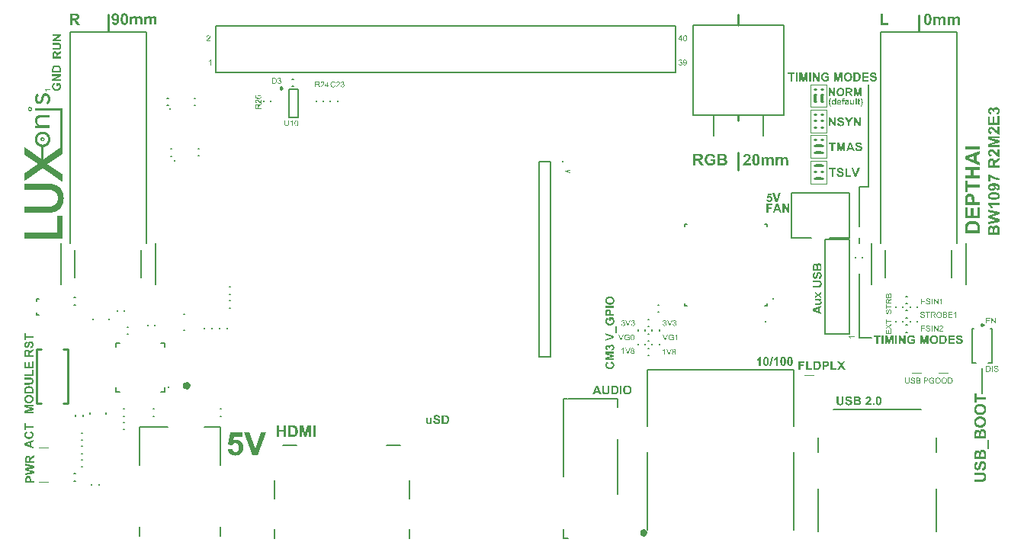
<source format=gto>
G04*
G04 #@! TF.GenerationSoftware,Altium Limited,Altium Designer,19.1.8 (144)*
G04*
G04 Layer_Color=65535*
%FSLAX44Y44*%
%MOMM*%
G71*
G01*
G75*
%ADD10C,0.4000*%
%ADD11C,0.2500*%
%ADD12C,0.2540*%
%ADD13C,0.2500*%
%ADD14C,0.1000*%
%ADD15C,0.2000*%
%ADD16C,0.1016*%
%ADD17C,0.1000*%
%ADD18C,0.2540*%
%ADD19C,0.1500*%
%ADD20C,0.3500*%
G36*
X31409Y504243D02*
X31801D01*
Y504187D01*
X32025D01*
Y504131D01*
X32304D01*
Y504076D01*
X32416D01*
Y504020D01*
X32584D01*
Y503964D01*
X32752D01*
Y503908D01*
X32864D01*
Y503852D01*
X32976D01*
Y503796D01*
X33088D01*
Y503740D01*
X33144D01*
Y503684D01*
X33256D01*
Y503628D01*
X33312D01*
Y503572D01*
X33424D01*
Y503516D01*
X33480D01*
Y503460D01*
X33592D01*
Y503404D01*
X33648D01*
Y503348D01*
X33703D01*
Y503292D01*
X33760D01*
Y503236D01*
X33816D01*
Y503180D01*
X33927D01*
Y503124D01*
X33983D01*
Y503068D01*
X34039D01*
Y503012D01*
X34095D01*
Y502956D01*
X34151D01*
Y502900D01*
X34207D01*
Y502788D01*
X34263D01*
Y502732D01*
X34319D01*
Y502676D01*
X34375D01*
Y502620D01*
X34431D01*
Y502565D01*
X34487D01*
Y502453D01*
X34543D01*
Y502397D01*
X34599D01*
Y502285D01*
X34655D01*
Y502229D01*
X34711D01*
Y502117D01*
X34767D01*
Y502005D01*
X34823D01*
Y501949D01*
X34879D01*
Y501837D01*
X34935D01*
Y501725D01*
X34991D01*
Y501613D01*
X35047D01*
Y501501D01*
X35103D01*
Y501333D01*
X35159D01*
Y501221D01*
X35215D01*
Y501109D01*
X35271D01*
Y500942D01*
X35326D01*
Y500774D01*
X35382D01*
Y500606D01*
X35438D01*
Y500382D01*
X35494D01*
Y500158D01*
X35550D01*
Y499878D01*
X35606D01*
Y499598D01*
X35662D01*
Y499207D01*
X35718D01*
Y498703D01*
X35774D01*
Y497024D01*
X35718D01*
Y496409D01*
X35662D01*
Y496073D01*
X35606D01*
Y495737D01*
X35550D01*
Y495513D01*
X35494D01*
Y495289D01*
X35438D01*
Y495065D01*
X35382D01*
Y494898D01*
X35326D01*
Y494730D01*
X35271D01*
Y494562D01*
X35215D01*
Y494450D01*
X35159D01*
Y494282D01*
X35103D01*
Y494170D01*
X35047D01*
Y494058D01*
X34991D01*
Y493946D01*
X34935D01*
Y493834D01*
X34879D01*
Y493722D01*
X34823D01*
Y493666D01*
X34767D01*
Y493554D01*
X34711D01*
Y493498D01*
X34655D01*
Y493386D01*
X34599D01*
Y493331D01*
X34543D01*
Y493219D01*
X34487D01*
Y493163D01*
X34431D01*
Y493107D01*
X34375D01*
Y492995D01*
X34319D01*
Y492939D01*
X34263D01*
Y492883D01*
X34207D01*
Y492827D01*
X34151D01*
Y492771D01*
X34095D01*
Y492715D01*
X34039D01*
Y492659D01*
X33983D01*
Y492603D01*
X33927D01*
Y492547D01*
X33871D01*
Y492491D01*
X33816D01*
Y492435D01*
X33760D01*
Y492379D01*
X33703D01*
Y492323D01*
X33648D01*
Y492267D01*
X33592D01*
Y492211D01*
X33536D01*
Y492155D01*
X33480D01*
Y492099D01*
X33368D01*
Y492043D01*
X33312D01*
Y491987D01*
X33256D01*
Y491931D01*
X33200D01*
Y491876D01*
X33088D01*
Y491820D01*
X33032D01*
Y491764D01*
X32976D01*
Y491708D01*
X32864D01*
Y491652D01*
X32752D01*
Y491708D01*
X32696D01*
Y491764D01*
X32640D01*
Y491820D01*
X32584D01*
Y491931D01*
X32528D01*
Y491987D01*
X32472D01*
Y492043D01*
X32416D01*
Y492155D01*
X32360D01*
Y492211D01*
X32304D01*
Y492267D01*
X32248D01*
Y492323D01*
X32192D01*
Y492435D01*
X32137D01*
Y492491D01*
X32081D01*
Y492547D01*
X32025D01*
Y492659D01*
X31969D01*
Y492715D01*
X31913D01*
Y492771D01*
X31857D01*
Y492883D01*
X31801D01*
Y492939D01*
X31745D01*
Y492995D01*
X31689D01*
Y493051D01*
X31633D01*
Y493163D01*
X31577D01*
Y493219D01*
X31521D01*
Y493275D01*
X31465D01*
Y493386D01*
X31409D01*
Y493442D01*
X31353D01*
Y493498D01*
X31297D01*
Y493554D01*
X31241D01*
Y493666D01*
X31185D01*
Y493778D01*
X31241D01*
Y493834D01*
X31297D01*
Y493890D01*
X31353D01*
Y493946D01*
X31409D01*
Y494002D01*
X31465D01*
Y494058D01*
X31521D01*
Y494114D01*
X31633D01*
Y494170D01*
X31689D01*
Y494226D01*
X31745D01*
Y494282D01*
X31801D01*
Y494338D01*
X31857D01*
Y494394D01*
X31913D01*
Y494450D01*
X31969D01*
Y494506D01*
X32025D01*
Y494618D01*
X32081D01*
Y494674D01*
X32137D01*
Y494730D01*
X32192D01*
Y494786D01*
X32248D01*
Y494842D01*
X32304D01*
Y494898D01*
X32360D01*
Y495009D01*
X32416D01*
Y495065D01*
X32472D01*
Y495121D01*
X32528D01*
Y495233D01*
X32584D01*
Y495289D01*
X32640D01*
Y495401D01*
X32696D01*
Y495457D01*
X32752D01*
Y495569D01*
X32808D01*
Y495681D01*
X32864D01*
Y495793D01*
X32920D01*
Y495905D01*
X32976D01*
Y496017D01*
X33032D01*
Y496185D01*
X33088D01*
Y496353D01*
X33144D01*
Y496576D01*
X33200D01*
Y496856D01*
X33256D01*
Y497304D01*
X33312D01*
Y498423D01*
X33256D01*
Y498871D01*
X33200D01*
Y499151D01*
X33144D01*
Y499375D01*
X33088D01*
Y499543D01*
X33032D01*
Y499710D01*
X32976D01*
Y499878D01*
X32920D01*
Y499990D01*
X32864D01*
Y500102D01*
X32808D01*
Y500214D01*
X32752D01*
Y500326D01*
X32696D01*
Y500382D01*
X32640D01*
Y500494D01*
X32584D01*
Y500550D01*
X32528D01*
Y500606D01*
X32472D01*
Y500662D01*
X32416D01*
Y500774D01*
X32360D01*
Y500830D01*
X32304D01*
Y500886D01*
X32192D01*
Y500942D01*
X32137D01*
Y500998D01*
X32081D01*
Y501054D01*
X32025D01*
Y501109D01*
X31913D01*
Y501165D01*
X31857D01*
Y501221D01*
X31745D01*
Y501277D01*
X31577D01*
Y501333D01*
X31409D01*
Y501389D01*
X31129D01*
Y501445D01*
X30514D01*
Y501389D01*
X30234D01*
Y501333D01*
X30066D01*
Y501277D01*
X29898D01*
Y501221D01*
X29842D01*
Y501165D01*
X29730D01*
Y501109D01*
X29674D01*
Y501054D01*
X29618D01*
Y500998D01*
X29506D01*
Y500942D01*
X29450D01*
Y500886D01*
X29394D01*
Y500830D01*
X29338D01*
Y500718D01*
X29283D01*
Y500662D01*
X29227D01*
Y500606D01*
X29171D01*
Y500550D01*
X29115D01*
Y500438D01*
X29059D01*
Y500326D01*
X29003D01*
Y500270D01*
X28947D01*
Y500158D01*
X28891D01*
Y500046D01*
X28835D01*
Y499934D01*
X28779D01*
Y499766D01*
X28723D01*
Y499654D01*
X28667D01*
Y499487D01*
X28611D01*
Y499319D01*
X28555D01*
Y499095D01*
X28499D01*
Y498871D01*
X28443D01*
Y498647D01*
X28387D01*
Y498423D01*
X28331D01*
Y498199D01*
X28275D01*
Y497920D01*
X28219D01*
Y497640D01*
X28163D01*
Y497416D01*
X28107D01*
Y497192D01*
X28051D01*
Y496968D01*
X27995D01*
Y496744D01*
X27939D01*
Y496521D01*
X27883D01*
Y496297D01*
X27827D01*
Y496129D01*
X27771D01*
Y495905D01*
X27715D01*
Y495737D01*
X27660D01*
Y495569D01*
X27604D01*
Y495401D01*
X27548D01*
Y495233D01*
X27492D01*
Y495121D01*
X27436D01*
Y494953D01*
X27380D01*
Y494842D01*
X27324D01*
Y494730D01*
X27268D01*
Y494618D01*
X27212D01*
Y494506D01*
X27156D01*
Y494394D01*
X27100D01*
Y494282D01*
X27044D01*
Y494170D01*
X26988D01*
Y494114D01*
X26932D01*
Y494002D01*
X26876D01*
Y493946D01*
X26820D01*
Y493834D01*
X26764D01*
Y493778D01*
X26708D01*
Y493722D01*
X26652D01*
Y493610D01*
X26596D01*
Y493554D01*
X26540D01*
Y493498D01*
X26484D01*
Y493442D01*
X26428D01*
Y493386D01*
X26372D01*
Y493331D01*
X26316D01*
Y493275D01*
X26260D01*
Y493219D01*
X26205D01*
Y493163D01*
X26149D01*
Y493107D01*
X26037D01*
Y493051D01*
X25981D01*
Y492995D01*
X25925D01*
Y492939D01*
X25813D01*
Y492883D01*
X25757D01*
Y492827D01*
X25645D01*
Y492771D01*
X25589D01*
Y492715D01*
X25477D01*
Y492659D01*
X25365D01*
Y492603D01*
X25197D01*
Y492547D01*
X25029D01*
Y492491D01*
X24861D01*
Y492435D01*
X24638D01*
Y492379D01*
X24302D01*
Y492323D01*
X22903D01*
Y492379D01*
X22623D01*
Y492435D01*
X22399D01*
Y492491D01*
X22175D01*
Y492547D01*
X22063D01*
Y492603D01*
X21895D01*
Y492659D01*
X21783D01*
Y492715D01*
X21672D01*
Y492771D01*
X21560D01*
Y492827D01*
X21448D01*
Y492883D01*
X21336D01*
Y492939D01*
X21280D01*
Y492995D01*
X21224D01*
Y493051D01*
X21112D01*
Y493107D01*
X21056D01*
Y493163D01*
X20944D01*
Y493219D01*
X20888D01*
Y493275D01*
X20832D01*
Y493331D01*
X20776D01*
Y493386D01*
X20720D01*
Y493442D01*
X20664D01*
Y493498D01*
X20608D01*
Y493554D01*
X20552D01*
Y493610D01*
X20496D01*
Y493666D01*
X20440D01*
Y493722D01*
X20384D01*
Y493778D01*
X20328D01*
Y493834D01*
X20273D01*
Y493890D01*
X20217D01*
Y494002D01*
X20161D01*
Y494058D01*
X20105D01*
Y494114D01*
X20049D01*
Y494226D01*
X19993D01*
Y494282D01*
X19937D01*
Y494394D01*
X19881D01*
Y494506D01*
X19825D01*
Y494562D01*
X19769D01*
Y494674D01*
X19713D01*
Y494786D01*
X19657D01*
Y494898D01*
X19601D01*
Y495009D01*
X19545D01*
Y495121D01*
X19489D01*
Y495233D01*
X19433D01*
Y495345D01*
X19377D01*
Y495513D01*
X19321D01*
Y495681D01*
X19265D01*
Y495793D01*
X19209D01*
Y496017D01*
X19153D01*
Y496185D01*
X19097D01*
Y496409D01*
X19041D01*
Y496632D01*
X18985D01*
Y496912D01*
X18929D01*
Y497304D01*
X18873D01*
Y497920D01*
X18817D01*
Y498759D01*
X18873D01*
Y499375D01*
X18929D01*
Y499766D01*
X18985D01*
Y499990D01*
X19041D01*
Y500270D01*
X19097D01*
Y500438D01*
X19153D01*
Y500662D01*
X19209D01*
Y500830D01*
X19265D01*
Y500998D01*
X19321D01*
Y501109D01*
X19377D01*
Y501277D01*
X19433D01*
Y501389D01*
X19489D01*
Y501501D01*
X19545D01*
Y501613D01*
X19601D01*
Y501725D01*
X19657D01*
Y501837D01*
X19713D01*
Y501949D01*
X19769D01*
Y502005D01*
X19825D01*
Y502117D01*
X19881D01*
Y502173D01*
X19937D01*
Y502285D01*
X19993D01*
Y502341D01*
X20049D01*
Y502397D01*
X20105D01*
Y502509D01*
X20161D01*
Y502565D01*
X20217D01*
Y502620D01*
X20273D01*
Y502676D01*
X20328D01*
Y502732D01*
X20384D01*
Y502788D01*
X20440D01*
Y502844D01*
X20496D01*
Y502900D01*
X20552D01*
Y502956D01*
X20608D01*
Y503012D01*
X20664D01*
Y503068D01*
X20720D01*
Y503124D01*
X20776D01*
Y503180D01*
X20832D01*
Y503236D01*
X20944D01*
Y503292D01*
X21000D01*
Y503348D01*
X21056D01*
Y503404D01*
X21168D01*
Y503460D01*
X21224D01*
Y503516D01*
X21336D01*
Y503572D01*
X21392D01*
Y503628D01*
X21504D01*
Y503684D01*
X21616D01*
Y503740D01*
X21672D01*
Y503796D01*
X21783D01*
Y503684D01*
X21839D01*
Y503628D01*
X21895D01*
Y503516D01*
X21951D01*
Y503460D01*
X22007D01*
Y503348D01*
X22063D01*
Y503292D01*
X22119D01*
Y503180D01*
X22175D01*
Y503124D01*
X22231D01*
Y503012D01*
X22287D01*
Y502956D01*
X22343D01*
Y502844D01*
X22399D01*
Y502788D01*
X22455D01*
Y502676D01*
X22511D01*
Y502620D01*
X22567D01*
Y502509D01*
X22623D01*
Y502453D01*
X22679D01*
Y502341D01*
X22735D01*
Y502285D01*
X22791D01*
Y502173D01*
X22847D01*
Y502117D01*
X22903D01*
Y502005D01*
X22959D01*
Y501949D01*
X23015D01*
Y501837D01*
X23071D01*
Y501781D01*
X23127D01*
Y501669D01*
X23182D01*
Y501613D01*
X23238D01*
Y501557D01*
X23182D01*
Y501501D01*
X23071D01*
Y501445D01*
X23015D01*
Y501389D01*
X22903D01*
Y501333D01*
X22847D01*
Y501277D01*
X22791D01*
Y501221D01*
X22679D01*
Y501165D01*
X22623D01*
Y501109D01*
X22567D01*
Y501054D01*
X22511D01*
Y500998D01*
X22455D01*
Y500942D01*
X22399D01*
Y500886D01*
X22343D01*
Y500830D01*
X22287D01*
Y500774D01*
X22231D01*
Y500718D01*
X22175D01*
Y500662D01*
X22119D01*
Y500550D01*
X22063D01*
Y500494D01*
X22007D01*
Y500438D01*
X21951D01*
Y500326D01*
X21895D01*
Y500270D01*
X21839D01*
Y500158D01*
X21783D01*
Y500102D01*
X21727D01*
Y499990D01*
X21672D01*
Y499878D01*
X21616D01*
Y499710D01*
X21560D01*
Y499598D01*
X21504D01*
Y499431D01*
X21448D01*
Y499207D01*
X21392D01*
Y498983D01*
X21336D01*
Y498479D01*
X21280D01*
Y497808D01*
X21336D01*
Y497360D01*
X21392D01*
Y497080D01*
X21448D01*
Y496856D01*
X21504D01*
Y496688D01*
X21560D01*
Y496576D01*
X21616D01*
Y496409D01*
X21672D01*
Y496297D01*
X21727D01*
Y496185D01*
X21783D01*
Y496073D01*
X21839D01*
Y495961D01*
X21895D01*
Y495905D01*
X21951D01*
Y495849D01*
X22007D01*
Y495737D01*
X22063D01*
Y495681D01*
X22119D01*
Y495625D01*
X22175D01*
Y495569D01*
X22231D01*
Y495513D01*
X22287D01*
Y495457D01*
X22343D01*
Y495401D01*
X22399D01*
Y495345D01*
X22511D01*
Y495289D01*
X22567D01*
Y495233D01*
X22679D01*
Y495177D01*
X22791D01*
Y495121D01*
X22903D01*
Y495065D01*
X23071D01*
Y495009D01*
X23350D01*
Y494953D01*
X23686D01*
Y495009D01*
X23966D01*
Y495065D01*
X24134D01*
Y495121D01*
X24190D01*
Y495177D01*
X24302D01*
Y495233D01*
X24358D01*
Y495289D01*
X24470D01*
Y495345D01*
X24526D01*
Y495401D01*
X24582D01*
Y495513D01*
X24638D01*
Y495569D01*
X24694D01*
Y495625D01*
X24750D01*
Y495681D01*
X24805D01*
Y495793D01*
X24861D01*
Y495849D01*
X24917D01*
Y495961D01*
X24973D01*
Y496073D01*
X25029D01*
Y496185D01*
X25085D01*
Y496297D01*
X25141D01*
Y496409D01*
X25197D01*
Y496521D01*
X25253D01*
Y496688D01*
X25309D01*
Y496856D01*
X25365D01*
Y497024D01*
X25421D01*
Y497136D01*
X25477D01*
Y497360D01*
X25533D01*
Y497528D01*
X25589D01*
Y497752D01*
X25645D01*
Y497976D01*
X25701D01*
Y498199D01*
X25757D01*
Y498479D01*
X25813D01*
Y498703D01*
X25869D01*
Y499039D01*
X25925D01*
Y499319D01*
X25981D01*
Y499598D01*
X26037D01*
Y499766D01*
X26093D01*
Y499990D01*
X26149D01*
Y500214D01*
X26205D01*
Y500438D01*
X26260D01*
Y500662D01*
X26316D01*
Y500830D01*
X26372D01*
Y500998D01*
X26428D01*
Y501165D01*
X26484D01*
Y501277D01*
X26540D01*
Y501445D01*
X26596D01*
Y501557D01*
X26652D01*
Y501725D01*
X26708D01*
Y501837D01*
X26764D01*
Y501949D01*
X26820D01*
Y502061D01*
X26876D01*
Y502173D01*
X26932D01*
Y502229D01*
X26988D01*
Y502341D01*
X27044D01*
Y502397D01*
X27100D01*
Y502509D01*
X27156D01*
Y502620D01*
X27212D01*
Y502676D01*
X27268D01*
Y502732D01*
X27324D01*
Y502844D01*
X27380D01*
Y502900D01*
X27436D01*
Y502956D01*
X27492D01*
Y503012D01*
X27548D01*
Y503068D01*
X27604D01*
Y503124D01*
X27660D01*
Y503180D01*
X27715D01*
Y503236D01*
X27771D01*
Y503292D01*
X27827D01*
Y503348D01*
X27883D01*
Y503404D01*
X27939D01*
Y503460D01*
X28051D01*
Y503516D01*
X28107D01*
Y503572D01*
X28163D01*
Y503628D01*
X28275D01*
Y503684D01*
X28331D01*
Y503740D01*
X28443D01*
Y503796D01*
X28555D01*
Y503852D01*
X28611D01*
Y503908D01*
X28779D01*
Y503964D01*
X28891D01*
Y504020D01*
X29003D01*
Y504076D01*
X29171D01*
Y504131D01*
X29394D01*
Y504187D01*
X29618D01*
Y504243D01*
X30010D01*
Y504299D01*
X31409D01*
Y504243D01*
D02*
G37*
G36*
X13893Y488965D02*
X14117D01*
Y488909D01*
X14284D01*
Y488854D01*
X14396D01*
Y488798D01*
X14508D01*
Y488742D01*
X14620D01*
Y488686D01*
X14676D01*
Y488630D01*
X14788D01*
Y488574D01*
X14844D01*
Y488518D01*
X14900D01*
Y488462D01*
X14956D01*
Y488406D01*
X15012D01*
Y488350D01*
X15068D01*
Y488294D01*
X15124D01*
Y488238D01*
X15180D01*
Y488182D01*
X15236D01*
Y488070D01*
X15292D01*
Y488014D01*
X15348D01*
Y487902D01*
X15404D01*
Y487790D01*
X15460D01*
Y487678D01*
X15516D01*
Y487510D01*
X15572D01*
Y487287D01*
X15628D01*
Y486895D01*
X15683D01*
Y486503D01*
X15628D01*
Y486111D01*
X15572D01*
Y485887D01*
X15516D01*
Y485776D01*
X15460D01*
Y485608D01*
X15404D01*
Y485496D01*
X15348D01*
Y485440D01*
X15292D01*
Y485328D01*
X15236D01*
Y485272D01*
X15180D01*
Y485160D01*
X15124D01*
Y485104D01*
X15068D01*
Y485048D01*
X15012D01*
Y484992D01*
X14956D01*
Y484936D01*
X14900D01*
Y484880D01*
X14844D01*
Y484824D01*
X14732D01*
Y484768D01*
X14676D01*
Y484712D01*
X14564D01*
Y484656D01*
X14452D01*
Y484600D01*
X14340D01*
Y484544D01*
X14229D01*
Y484488D01*
X14061D01*
Y484432D01*
X13781D01*
Y484377D01*
X12941D01*
Y484432D01*
X12661D01*
Y484488D01*
X12494D01*
Y484544D01*
X12382D01*
Y484600D01*
X12270D01*
Y484656D01*
X12158D01*
Y484712D01*
X12046D01*
Y484768D01*
X11990D01*
Y484824D01*
X11878D01*
Y484880D01*
X11822D01*
Y484936D01*
X11766D01*
Y484992D01*
X11710D01*
Y485048D01*
X11654D01*
Y485104D01*
X11598D01*
Y485160D01*
X11542D01*
Y485272D01*
X11486D01*
Y485328D01*
X11430D01*
Y485440D01*
X11374D01*
Y485496D01*
X11318D01*
Y485608D01*
X11263D01*
Y485776D01*
X11207D01*
Y485943D01*
X11150D01*
Y486111D01*
X11094D01*
Y486559D01*
X11039D01*
Y486839D01*
X11094D01*
Y487287D01*
X11150D01*
Y487510D01*
X11207D01*
Y487678D01*
X11263D01*
Y487790D01*
X11318D01*
Y487902D01*
X11374D01*
Y488014D01*
X11430D01*
Y488070D01*
X11486D01*
Y488182D01*
X11542D01*
Y488238D01*
X11598D01*
Y488294D01*
X11654D01*
Y488350D01*
X11710D01*
Y488406D01*
X11766D01*
Y488462D01*
X11822D01*
Y488518D01*
X11878D01*
Y488574D01*
X11934D01*
Y488630D01*
X12046D01*
Y488686D01*
X12102D01*
Y488742D01*
X12214D01*
Y488798D01*
X12326D01*
Y488854D01*
X12438D01*
Y488909D01*
X12606D01*
Y488965D01*
X12829D01*
Y489021D01*
X13893D01*
Y488965D01*
D02*
G37*
G36*
X35382Y477325D02*
X24861D01*
Y477269D01*
X24470D01*
Y477213D01*
X24134D01*
Y477157D01*
X23910D01*
Y477101D01*
X23742D01*
Y477045D01*
X23574D01*
Y476990D01*
X23406D01*
Y476934D01*
X23294D01*
Y476878D01*
X23182D01*
Y476822D01*
X23015D01*
Y476766D01*
X22903D01*
Y476710D01*
X22847D01*
Y476654D01*
X22735D01*
Y476598D01*
X22679D01*
Y476542D01*
X22567D01*
Y476486D01*
X22511D01*
Y476430D01*
X22399D01*
Y476374D01*
X22343D01*
Y476318D01*
X22287D01*
Y476262D01*
X22231D01*
Y476206D01*
X22175D01*
Y476150D01*
X22119D01*
Y476094D01*
X22063D01*
Y476038D01*
X22007D01*
Y475926D01*
X21951D01*
Y475870D01*
X21895D01*
Y475814D01*
X21839D01*
Y475702D01*
X21783D01*
Y475590D01*
X21727D01*
Y475534D01*
X21672D01*
Y475423D01*
X21616D01*
Y475255D01*
X21560D01*
Y475143D01*
X21504D01*
Y474975D01*
X21448D01*
Y474751D01*
X21392D01*
Y474471D01*
X21336D01*
Y473968D01*
X21280D01*
Y473240D01*
X21336D01*
Y472680D01*
X21392D01*
Y472401D01*
X21448D01*
Y472121D01*
X21504D01*
Y471953D01*
X21560D01*
Y471785D01*
X21616D01*
Y471617D01*
X21672D01*
Y471505D01*
X21727D01*
Y471337D01*
X21783D01*
Y471225D01*
X21839D01*
Y471113D01*
X21895D01*
Y471057D01*
X21951D01*
Y470946D01*
X22007D01*
Y470890D01*
X22063D01*
Y470778D01*
X22119D01*
Y470722D01*
X22175D01*
Y470610D01*
X22231D01*
Y470554D01*
X22287D01*
Y470498D01*
X22343D01*
Y470442D01*
X22399D01*
Y470330D01*
X22455D01*
Y470274D01*
X22511D01*
Y470218D01*
X22567D01*
Y470162D01*
X22679D01*
Y470106D01*
X22735D01*
Y470050D01*
X22791D01*
Y469994D01*
X22847D01*
Y469938D01*
X22903D01*
Y469882D01*
X22959D01*
Y469826D01*
X23071D01*
Y469770D01*
X23127D01*
Y469714D01*
X23238D01*
Y469658D01*
X23294D01*
Y469602D01*
X23406D01*
Y469546D01*
X23518D01*
Y469490D01*
X23574D01*
Y469435D01*
X23686D01*
Y469379D01*
X23798D01*
Y469323D01*
X23910D01*
Y469267D01*
X24078D01*
Y469211D01*
X24190D01*
Y469155D01*
X24358D01*
Y469099D01*
X24526D01*
Y469043D01*
X24638D01*
Y468987D01*
X24861D01*
Y468931D01*
X25085D01*
Y468875D01*
X25309D01*
Y468819D01*
X25589D01*
Y468763D01*
X25925D01*
Y468707D01*
X26428D01*
Y468651D01*
X35382D01*
Y465965D01*
X21951D01*
Y465909D01*
X20832D01*
Y465853D01*
X19657D01*
Y465797D01*
X19265D01*
Y468371D01*
X20832D01*
Y468427D01*
X21895D01*
Y468539D01*
X21783D01*
Y468595D01*
X21672D01*
Y468651D01*
X21560D01*
Y468707D01*
X21504D01*
Y468763D01*
X21392D01*
Y468819D01*
X21336D01*
Y468875D01*
X21224D01*
Y468931D01*
X21168D01*
Y468987D01*
X21056D01*
Y469043D01*
X21000D01*
Y469099D01*
X20944D01*
Y469155D01*
X20888D01*
Y469211D01*
X20832D01*
Y469267D01*
X20720D01*
Y469323D01*
X20664D01*
Y469379D01*
X20608D01*
Y469435D01*
X20552D01*
Y469490D01*
X20496D01*
Y469546D01*
X20440D01*
Y469602D01*
X20384D01*
Y469714D01*
X20328D01*
Y469770D01*
X20273D01*
Y469826D01*
X20217D01*
Y469882D01*
X20161D01*
Y469938D01*
X20105D01*
Y470050D01*
X20049D01*
Y470106D01*
X19993D01*
Y470218D01*
X19937D01*
Y470274D01*
X19881D01*
Y470330D01*
X19825D01*
Y470442D01*
X19769D01*
Y470554D01*
X19713D01*
Y470610D01*
X19657D01*
Y470722D01*
X19601D01*
Y470834D01*
X19545D01*
Y470946D01*
X19489D01*
Y471057D01*
X19433D01*
Y471169D01*
X19377D01*
Y471281D01*
X19321D01*
Y471449D01*
X19265D01*
Y471561D01*
X19209D01*
Y471729D01*
X19153D01*
Y471897D01*
X19097D01*
Y472121D01*
X19041D01*
Y472289D01*
X18985D01*
Y472568D01*
X18929D01*
Y472904D01*
X18873D01*
Y473464D01*
X18817D01*
Y474359D01*
X18873D01*
Y475031D01*
X18929D01*
Y475367D01*
X18985D01*
Y475646D01*
X19041D01*
Y475870D01*
X19097D01*
Y476094D01*
X19153D01*
Y476262D01*
X19209D01*
Y476430D01*
X19265D01*
Y476598D01*
X19321D01*
Y476710D01*
X19377D01*
Y476822D01*
X19433D01*
Y476934D01*
X19489D01*
Y477045D01*
X19545D01*
Y477157D01*
X19601D01*
Y477269D01*
X19657D01*
Y477381D01*
X19713D01*
Y477437D01*
X19769D01*
Y477549D01*
X19825D01*
Y477605D01*
X19881D01*
Y477717D01*
X19937D01*
Y477773D01*
X19993D01*
Y477829D01*
X20049D01*
Y477941D01*
X20105D01*
Y477997D01*
X20161D01*
Y478053D01*
X20217D01*
Y478109D01*
X20273D01*
Y478165D01*
X20328D01*
Y478221D01*
X20384D01*
Y478277D01*
X20440D01*
Y478333D01*
X20496D01*
Y478388D01*
X20552D01*
Y478445D01*
X20608D01*
Y478501D01*
X20664D01*
Y478556D01*
X20720D01*
Y478612D01*
X20776D01*
Y478668D01*
X20832D01*
Y478724D01*
X20944D01*
Y478780D01*
X21000D01*
Y478836D01*
X21112D01*
Y478892D01*
X21168D01*
Y478948D01*
X21280D01*
Y479004D01*
X21336D01*
Y479060D01*
X21448D01*
Y479116D01*
X21560D01*
Y479172D01*
X21616D01*
Y479228D01*
X21727D01*
Y479284D01*
X21839D01*
Y479340D01*
X22007D01*
Y479396D01*
X22119D01*
Y479452D01*
X22231D01*
Y479508D01*
X22399D01*
Y479564D01*
X22567D01*
Y479620D01*
X22735D01*
Y479676D01*
X22959D01*
Y479732D01*
X23182D01*
Y479788D01*
X23462D01*
Y479844D01*
X23686D01*
Y479899D01*
X24134D01*
Y479955D01*
X24750D01*
Y480011D01*
X35382D01*
Y477325D01*
D02*
G37*
G36*
X49653Y437032D02*
X49597D01*
Y436976D01*
X49485D01*
Y436920D01*
X49429D01*
Y436864D01*
X49317D01*
Y436808D01*
X49261D01*
Y436752D01*
X49149D01*
Y436696D01*
X49093D01*
Y436640D01*
X48981D01*
Y436584D01*
X48925D01*
Y436528D01*
X48814D01*
Y436472D01*
X48758D01*
Y436416D01*
X48646D01*
Y436360D01*
X48590D01*
Y436305D01*
X48478D01*
Y436249D01*
X48422D01*
Y436193D01*
X48310D01*
Y436137D01*
X48254D01*
Y436081D01*
X48142D01*
Y436025D01*
X48086D01*
Y435969D01*
X47974D01*
Y435913D01*
X47918D01*
Y435857D01*
X47806D01*
Y435801D01*
X47750D01*
Y435745D01*
X47638D01*
Y435689D01*
X47582D01*
Y435633D01*
X47470D01*
Y435577D01*
X47414D01*
Y435521D01*
X47302D01*
Y435465D01*
X47246D01*
Y435409D01*
X47135D01*
Y435353D01*
X47079D01*
Y435297D01*
X46967D01*
Y435241D01*
X46911D01*
Y435185D01*
X46799D01*
Y435129D01*
X46743D01*
Y435073D01*
X46631D01*
Y435017D01*
X46575D01*
Y434961D01*
X46463D01*
Y434905D01*
X46407D01*
Y434849D01*
X46295D01*
Y434794D01*
X46239D01*
Y434738D01*
X46127D01*
Y434682D01*
X46071D01*
Y434626D01*
X45959D01*
Y434570D01*
X45903D01*
Y434514D01*
X45792D01*
Y434458D01*
X45736D01*
Y434402D01*
X45624D01*
Y434346D01*
X45568D01*
Y434290D01*
X45456D01*
Y434234D01*
X45400D01*
Y434178D01*
X45288D01*
Y434122D01*
X45232D01*
Y434066D01*
X45120D01*
Y434010D01*
X45064D01*
Y433954D01*
X44952D01*
Y433898D01*
X44896D01*
Y433842D01*
X44784D01*
Y433786D01*
X44728D01*
Y433730D01*
X44616D01*
Y433674D01*
X44560D01*
Y433618D01*
X44448D01*
Y433562D01*
X44392D01*
Y433506D01*
X44281D01*
Y433450D01*
X44225D01*
Y433394D01*
X44113D01*
Y433339D01*
X44057D01*
Y433283D01*
X43945D01*
Y433227D01*
X43889D01*
Y433171D01*
X43777D01*
Y433115D01*
X43721D01*
Y433059D01*
X43609D01*
Y433003D01*
X43553D01*
Y432947D01*
X43441D01*
Y432891D01*
X43385D01*
Y432835D01*
X43273D01*
Y432779D01*
X43217D01*
Y432723D01*
X43105D01*
Y432667D01*
X43049D01*
Y432611D01*
X42937D01*
Y432555D01*
X42881D01*
Y432499D01*
X42769D01*
Y432443D01*
X42714D01*
Y432387D01*
X42602D01*
Y432331D01*
X42546D01*
Y432275D01*
X42434D01*
Y432219D01*
X42378D01*
Y432163D01*
X42322D01*
Y432107D01*
X42210D01*
Y432051D01*
X42154D01*
Y431995D01*
X42042D01*
Y431939D01*
X41986D01*
Y431884D01*
X41874D01*
Y431828D01*
X41818D01*
Y431772D01*
X41706D01*
Y431716D01*
X41650D01*
Y431660D01*
X41538D01*
Y431604D01*
X41482D01*
Y431548D01*
X41370D01*
Y431492D01*
X41315D01*
Y431436D01*
X41203D01*
Y431380D01*
X41147D01*
Y431324D01*
X41035D01*
Y431268D01*
X40979D01*
Y431212D01*
X40867D01*
Y431156D01*
X40811D01*
Y431100D01*
X40699D01*
Y431044D01*
X40643D01*
Y430988D01*
X40531D01*
Y430932D01*
X40475D01*
Y430876D01*
X40363D01*
Y430820D01*
X40307D01*
Y430764D01*
X40195D01*
Y430708D01*
X40139D01*
Y430652D01*
X40027D01*
Y430596D01*
X39971D01*
Y430540D01*
X39859D01*
Y430484D01*
X39804D01*
Y430428D01*
X39692D01*
Y430372D01*
X39636D01*
Y430317D01*
X39524D01*
Y430261D01*
X39468D01*
Y430205D01*
X39356D01*
Y430149D01*
X39300D01*
Y430093D01*
X39188D01*
Y430037D01*
X39132D01*
Y429981D01*
X39020D01*
Y429925D01*
X38964D01*
Y429869D01*
X38852D01*
Y429813D01*
X38796D01*
Y429757D01*
X38684D01*
Y429701D01*
X38628D01*
Y429645D01*
X38516D01*
Y429589D01*
X38460D01*
Y429533D01*
X38348D01*
Y429477D01*
X38293D01*
Y429421D01*
X38181D01*
Y429365D01*
X38125D01*
Y429309D01*
X38013D01*
Y429253D01*
X37957D01*
Y429197D01*
X37845D01*
Y429141D01*
X37789D01*
Y429085D01*
X37677D01*
Y429029D01*
X37621D01*
Y428973D01*
X37509D01*
Y428917D01*
X37453D01*
Y428861D01*
X37341D01*
Y428806D01*
X37285D01*
Y428750D01*
X37173D01*
Y428694D01*
X37117D01*
Y428638D01*
X37005D01*
Y428582D01*
X36949D01*
Y428526D01*
X36837D01*
Y428470D01*
X36781D01*
Y428414D01*
X36670D01*
Y428358D01*
X36614D01*
Y428302D01*
X36502D01*
Y428246D01*
X36446D01*
Y428190D01*
X36334D01*
Y428134D01*
X36278D01*
Y428078D01*
X36166D01*
Y428022D01*
X36110D01*
Y427966D01*
X35998D01*
Y427910D01*
X35942D01*
Y427854D01*
X35830D01*
Y427798D01*
X35774D01*
Y427742D01*
X35662D01*
Y427686D01*
X35606D01*
Y427630D01*
X35494D01*
Y427574D01*
X35438D01*
Y427518D01*
X35326D01*
Y427462D01*
X35271D01*
Y427406D01*
X35159D01*
Y427351D01*
X35103D01*
Y427295D01*
X34991D01*
Y427239D01*
X34935D01*
Y427183D01*
X34823D01*
Y427127D01*
X34767D01*
Y427071D01*
X34655D01*
Y427015D01*
X34599D01*
Y426959D01*
X34487D01*
Y426903D01*
X34431D01*
Y426847D01*
X34319D01*
Y426791D01*
X34263D01*
Y426735D01*
X34151D01*
Y426679D01*
X34095D01*
Y426623D01*
X33983D01*
Y426567D01*
X33927D01*
Y426511D01*
X33816D01*
Y426455D01*
X33760D01*
Y426399D01*
X33648D01*
Y426343D01*
X33592D01*
Y426287D01*
X33480D01*
Y426231D01*
X33424D01*
Y426175D01*
X33312D01*
Y426119D01*
X33256D01*
Y426063D01*
X33144D01*
Y426007D01*
X33088D01*
Y425951D01*
X32976D01*
Y425895D01*
X32920D01*
Y425840D01*
X32808D01*
Y425784D01*
X32752D01*
Y425728D01*
X32696D01*
Y425672D01*
X32584D01*
Y425560D01*
X32696D01*
Y425504D01*
X32752D01*
Y425448D01*
X32864D01*
Y425392D01*
X32920D01*
Y425336D01*
X33032D01*
Y425280D01*
X33088D01*
Y425224D01*
X33200D01*
Y425168D01*
X33256D01*
Y425112D01*
X33368D01*
Y425056D01*
X33424D01*
Y425000D01*
X33536D01*
Y424944D01*
X33592D01*
Y424888D01*
X33703D01*
Y424832D01*
X33760D01*
Y424776D01*
X33871D01*
Y424720D01*
X33927D01*
Y424664D01*
X34039D01*
Y424608D01*
X34095D01*
Y424552D01*
X34207D01*
Y424496D01*
X34263D01*
Y424440D01*
X34375D01*
Y424384D01*
X34431D01*
Y424328D01*
X34543D01*
Y424272D01*
X34599D01*
Y424217D01*
X34711D01*
Y424161D01*
X34767D01*
Y424105D01*
X34879D01*
Y424049D01*
X34935D01*
Y423993D01*
X35047D01*
Y423937D01*
X35103D01*
Y423881D01*
X35215D01*
Y423825D01*
X35271D01*
Y423769D01*
X35382D01*
Y423713D01*
X35438D01*
Y423657D01*
X35494D01*
Y423601D01*
X35606D01*
Y423545D01*
X35662D01*
Y423489D01*
X35774D01*
Y423433D01*
X35830D01*
Y423377D01*
X35942D01*
Y423321D01*
X35998D01*
Y423265D01*
X36110D01*
Y423209D01*
X36166D01*
Y423153D01*
X36278D01*
Y423097D01*
X36334D01*
Y423041D01*
X36446D01*
Y422985D01*
X36502D01*
Y422929D01*
X36614D01*
Y422873D01*
X36670D01*
Y422817D01*
X36781D01*
Y422761D01*
X36837D01*
Y422706D01*
X36949D01*
Y422650D01*
X37005D01*
Y422594D01*
X37117D01*
Y422538D01*
X37173D01*
Y422482D01*
X37285D01*
Y422426D01*
X37341D01*
Y422370D01*
X37453D01*
Y422314D01*
X37509D01*
Y422258D01*
X37621D01*
Y422202D01*
X37677D01*
Y422146D01*
X37789D01*
Y422090D01*
X37845D01*
Y422034D01*
X37957D01*
Y421978D01*
X38013D01*
Y421922D01*
X38125D01*
Y421866D01*
X38181D01*
Y421810D01*
X38293D01*
Y421754D01*
X38348D01*
Y421698D01*
X38460D01*
Y421642D01*
X38516D01*
Y421586D01*
X38628D01*
Y421530D01*
X38684D01*
Y421474D01*
X38796D01*
Y421418D01*
X38852D01*
Y421362D01*
X38964D01*
Y421306D01*
X39020D01*
Y421250D01*
X39076D01*
Y421195D01*
X39188D01*
Y421139D01*
X39244D01*
Y421083D01*
X39356D01*
Y421027D01*
X39412D01*
Y420971D01*
X39524D01*
Y420915D01*
X39580D01*
Y420859D01*
X39692D01*
Y420803D01*
X39748D01*
Y420747D01*
X39859D01*
Y420691D01*
X39915D01*
Y420635D01*
X40027D01*
Y420579D01*
X40083D01*
Y420523D01*
X40195D01*
Y420467D01*
X40251D01*
Y420411D01*
X40363D01*
Y420355D01*
X40419D01*
Y420299D01*
X40531D01*
Y420243D01*
X40587D01*
Y420187D01*
X40699D01*
Y420131D01*
X40755D01*
Y420075D01*
X40867D01*
Y420019D01*
X40923D01*
Y419963D01*
X41035D01*
Y419907D01*
X41091D01*
Y419851D01*
X41203D01*
Y419795D01*
X41259D01*
Y419739D01*
X41370D01*
Y419683D01*
X41426D01*
Y419628D01*
X41538D01*
Y419572D01*
X41594D01*
Y419516D01*
X41706D01*
Y419460D01*
X41762D01*
Y419404D01*
X41874D01*
Y419348D01*
X41930D01*
Y419292D01*
X42042D01*
Y419236D01*
X42098D01*
Y419180D01*
X42210D01*
Y419124D01*
X42266D01*
Y419068D01*
X42378D01*
Y419012D01*
X42434D01*
Y418956D01*
X42546D01*
Y418900D01*
X42602D01*
Y418844D01*
X42658D01*
Y418788D01*
X42769D01*
Y418732D01*
X42825D01*
Y418676D01*
X42937D01*
Y418620D01*
X42993D01*
Y418564D01*
X43105D01*
Y418508D01*
X43161D01*
Y418452D01*
X43273D01*
Y418396D01*
X43329D01*
Y418340D01*
X43441D01*
Y418284D01*
X43497D01*
Y418228D01*
X43609D01*
Y418172D01*
X43665D01*
Y418117D01*
X43777D01*
Y418061D01*
X43833D01*
Y418005D01*
X43945D01*
Y417949D01*
X44001D01*
Y417893D01*
X44113D01*
Y417837D01*
X44169D01*
Y417781D01*
X44281D01*
Y417725D01*
X44337D01*
Y417669D01*
X44448D01*
Y417613D01*
X44504D01*
Y417557D01*
X44616D01*
Y417501D01*
X44672D01*
Y417445D01*
X44784D01*
Y417389D01*
X44840D01*
Y417333D01*
X44952D01*
Y417277D01*
X45008D01*
Y417221D01*
X45120D01*
Y417165D01*
X45176D01*
Y417109D01*
X45288D01*
Y417053D01*
X45344D01*
Y416997D01*
X45456D01*
Y416941D01*
X45512D01*
Y416885D01*
X45624D01*
Y416829D01*
X45680D01*
Y416773D01*
X45792D01*
Y416717D01*
X45848D01*
Y416661D01*
X45959D01*
Y416606D01*
X46015D01*
Y416550D01*
X46127D01*
Y416494D01*
X46183D01*
Y416438D01*
X46295D01*
Y416382D01*
X46351D01*
Y416326D01*
X46407D01*
Y416270D01*
X46519D01*
Y416214D01*
X46575D01*
Y416158D01*
X46687D01*
Y416102D01*
X46743D01*
Y416046D01*
X46855D01*
Y415990D01*
X46911D01*
Y415934D01*
X47023D01*
Y415878D01*
X47079D01*
Y415822D01*
X47191D01*
Y415766D01*
X47246D01*
Y415710D01*
X47358D01*
Y415654D01*
X47414D01*
Y415598D01*
X47526D01*
Y415542D01*
X47582D01*
Y415486D01*
X47694D01*
Y415430D01*
X47750D01*
Y415374D01*
X47862D01*
Y415318D01*
X47918D01*
Y415262D01*
X48030D01*
Y415206D01*
X48086D01*
Y415151D01*
X48198D01*
Y415095D01*
X48254D01*
Y415039D01*
X48366D01*
Y414983D01*
X48422D01*
Y414927D01*
X48534D01*
Y414871D01*
X48590D01*
Y414815D01*
X48702D01*
Y414759D01*
X48758D01*
Y414703D01*
X48869D01*
Y414647D01*
X48925D01*
Y414591D01*
X49037D01*
Y414535D01*
X49093D01*
Y414479D01*
X49205D01*
Y414423D01*
X49261D01*
Y414367D01*
X49373D01*
Y414311D01*
X49429D01*
Y414255D01*
X49541D01*
Y414199D01*
X49597D01*
Y414143D01*
X49653D01*
Y405749D01*
X49597D01*
Y405805D01*
X49541D01*
Y405861D01*
X49429D01*
Y405917D01*
X49373D01*
Y405973D01*
X49261D01*
Y406029D01*
X49205D01*
Y406085D01*
X49149D01*
Y406141D01*
X49037D01*
Y406197D01*
X48981D01*
Y406253D01*
X48869D01*
Y406308D01*
X48814D01*
Y406364D01*
X48702D01*
Y406420D01*
X48646D01*
Y406476D01*
X48534D01*
Y406532D01*
X48478D01*
Y406588D01*
X48422D01*
Y406644D01*
X48310D01*
Y406700D01*
X48254D01*
Y406756D01*
X48142D01*
Y406812D01*
X48086D01*
Y406868D01*
X47974D01*
Y406924D01*
X47918D01*
Y406980D01*
X47806D01*
Y407036D01*
X47750D01*
Y407092D01*
X47694D01*
Y407148D01*
X47582D01*
Y407204D01*
X47526D01*
Y407260D01*
X47414D01*
Y407316D01*
X47358D01*
Y407372D01*
X47246D01*
Y407428D01*
X47191D01*
Y407484D01*
X47079D01*
Y407540D01*
X47023D01*
Y407596D01*
X46911D01*
Y407652D01*
X46855D01*
Y407707D01*
X46799D01*
Y407763D01*
X46687D01*
Y407820D01*
X46631D01*
Y407875D01*
X46519D01*
Y407931D01*
X46463D01*
Y407987D01*
X46351D01*
Y408043D01*
X46295D01*
Y408099D01*
X46183D01*
Y408155D01*
X46127D01*
Y408211D01*
X46071D01*
Y408267D01*
X45959D01*
Y408323D01*
X45903D01*
Y408379D01*
X45792D01*
Y408435D01*
X45736D01*
Y408491D01*
X45624D01*
Y408547D01*
X45568D01*
Y408603D01*
X45456D01*
Y408659D01*
X45400D01*
Y408715D01*
X45344D01*
Y408771D01*
X45232D01*
Y408827D01*
X45176D01*
Y408883D01*
X45064D01*
Y408939D01*
X45008D01*
Y408995D01*
X44896D01*
Y409051D01*
X44840D01*
Y409107D01*
X44728D01*
Y409163D01*
X44672D01*
Y409218D01*
X44616D01*
Y409274D01*
X44504D01*
Y409330D01*
X44448D01*
Y409386D01*
X44337D01*
Y409442D01*
X44281D01*
Y409498D01*
X44169D01*
Y409554D01*
X44113D01*
Y409610D01*
X44001D01*
Y409666D01*
X43945D01*
Y409722D01*
X43889D01*
Y409778D01*
X43777D01*
Y409834D01*
X43721D01*
Y409890D01*
X43609D01*
Y409946D01*
X43553D01*
Y410002D01*
X43441D01*
Y410058D01*
X43385D01*
Y410114D01*
X43273D01*
Y410170D01*
X43217D01*
Y410226D01*
X43161D01*
Y410282D01*
X43049D01*
Y410338D01*
X42993D01*
Y410394D01*
X42881D01*
Y410450D01*
X42825D01*
Y410506D01*
X42714D01*
Y410562D01*
X42658D01*
Y410618D01*
X42546D01*
Y410673D01*
X42490D01*
Y410729D01*
X42434D01*
Y410785D01*
X42322D01*
Y410841D01*
X42266D01*
Y410897D01*
X42154D01*
Y410953D01*
X42098D01*
Y411009D01*
X41986D01*
Y411065D01*
X41930D01*
Y411121D01*
X41818D01*
Y411177D01*
X41762D01*
Y411233D01*
X41706D01*
Y411289D01*
X41594D01*
Y411345D01*
X41538D01*
Y411401D01*
X41426D01*
Y411457D01*
X41370D01*
Y411513D01*
X41259D01*
Y411569D01*
X41203D01*
Y411625D01*
X41091D01*
Y411681D01*
X41035D01*
Y411737D01*
X40979D01*
Y411793D01*
X40867D01*
Y411849D01*
X40811D01*
Y411905D01*
X40699D01*
Y411961D01*
X40643D01*
Y412017D01*
X40531D01*
Y412073D01*
X40475D01*
Y412128D01*
X40363D01*
Y412184D01*
X40307D01*
Y412240D01*
X40195D01*
Y412296D01*
X40139D01*
Y412352D01*
X40083D01*
Y412408D01*
X39971D01*
Y412464D01*
X39915D01*
Y412520D01*
X39804D01*
Y412576D01*
X39748D01*
Y412632D01*
X39636D01*
Y412688D01*
X39580D01*
Y412744D01*
X39468D01*
Y412800D01*
X39412D01*
Y412856D01*
X39356D01*
Y412912D01*
X39244D01*
Y412968D01*
X39188D01*
Y413024D01*
X39076D01*
Y413080D01*
X39020D01*
Y413136D01*
X38908D01*
Y413192D01*
X38852D01*
Y413248D01*
X38740D01*
Y413304D01*
X38684D01*
Y413360D01*
X38628D01*
Y413416D01*
X38516D01*
Y413472D01*
X38460D01*
Y413528D01*
X38348D01*
Y413584D01*
X38293D01*
Y413640D01*
X38181D01*
Y413695D01*
X38125D01*
Y413751D01*
X38013D01*
Y413807D01*
X37957D01*
Y413863D01*
X37901D01*
Y413919D01*
X37789D01*
Y413975D01*
X37733D01*
Y414031D01*
X37621D01*
Y414087D01*
X37565D01*
Y414143D01*
X37453D01*
Y414199D01*
X37397D01*
Y414255D01*
X37285D01*
Y414311D01*
X37229D01*
Y414367D01*
X37173D01*
Y414423D01*
X37061D01*
Y414479D01*
X37005D01*
Y414535D01*
X36893D01*
Y414591D01*
X36837D01*
Y414647D01*
X36725D01*
Y414703D01*
X36670D01*
Y414759D01*
X36558D01*
Y414815D01*
X36502D01*
Y414871D01*
X36446D01*
Y414927D01*
X36334D01*
Y414983D01*
X36278D01*
Y415039D01*
X36166D01*
Y415095D01*
X36110D01*
Y415151D01*
X35998D01*
Y415206D01*
X35942D01*
Y415262D01*
X35830D01*
Y415318D01*
X35774D01*
Y415374D01*
X35718D01*
Y415430D01*
X35606D01*
Y415486D01*
X35550D01*
Y415542D01*
X35438D01*
Y415598D01*
X35382D01*
Y415654D01*
X35271D01*
Y415710D01*
X35215D01*
Y415766D01*
X35103D01*
Y415822D01*
X35047D01*
Y415878D01*
X34991D01*
Y415934D01*
X34879D01*
Y415990D01*
X34823D01*
Y416046D01*
X34711D01*
Y416102D01*
X34655D01*
Y416158D01*
X34543D01*
Y416214D01*
X34487D01*
Y416270D01*
X34375D01*
Y416326D01*
X34319D01*
Y416382D01*
X34207D01*
Y416438D01*
X34151D01*
Y416494D01*
X34095D01*
Y416550D01*
X33983D01*
Y416606D01*
X33927D01*
Y416661D01*
X33816D01*
Y416717D01*
X33760D01*
Y416773D01*
X33648D01*
Y416829D01*
X33592D01*
Y416885D01*
X33480D01*
Y416941D01*
X33424D01*
Y416997D01*
X33368D01*
Y417053D01*
X33256D01*
Y417109D01*
X33200D01*
Y417165D01*
X33088D01*
Y417221D01*
X33032D01*
Y417277D01*
X32920D01*
Y417333D01*
X32864D01*
Y417389D01*
X32752D01*
Y417445D01*
X32696D01*
Y417501D01*
X32640D01*
Y417557D01*
X32528D01*
Y417613D01*
X32472D01*
Y417669D01*
X32360D01*
Y417725D01*
X32304D01*
Y417781D01*
X32192D01*
Y417837D01*
X32137D01*
Y417893D01*
X32025D01*
Y417949D01*
X31969D01*
Y418005D01*
X31913D01*
Y418061D01*
X31801D01*
Y418117D01*
X31745D01*
Y418172D01*
X31633D01*
Y418228D01*
X31577D01*
Y418284D01*
X31465D01*
Y418340D01*
X31409D01*
Y418396D01*
X31297D01*
Y418452D01*
X31241D01*
Y418508D01*
X31185D01*
Y418564D01*
X31073D01*
Y418620D01*
X31017D01*
Y418676D01*
X30905D01*
Y418732D01*
X30849D01*
Y418788D01*
X30738D01*
Y418844D01*
X30682D01*
Y418900D01*
X30570D01*
Y418956D01*
X30514D01*
Y419012D01*
X30458D01*
Y419068D01*
X30346D01*
Y419124D01*
X30290D01*
Y419180D01*
X30178D01*
Y419236D01*
X30122D01*
Y419292D01*
X30010D01*
Y419348D01*
X29954D01*
Y419404D01*
X29842D01*
Y419460D01*
X29786D01*
Y419516D01*
X29730D01*
Y419572D01*
X29618D01*
Y419628D01*
X29562D01*
Y419683D01*
X29450D01*
Y419739D01*
X29394D01*
Y419795D01*
X29283D01*
Y419851D01*
X29227D01*
Y419907D01*
X29115D01*
Y419963D01*
X29059D01*
Y420019D01*
X29003D01*
Y420075D01*
X28891D01*
Y420131D01*
X28835D01*
Y420187D01*
X28723D01*
Y420243D01*
X28667D01*
Y420299D01*
X28555D01*
Y420355D01*
X28499D01*
Y420411D01*
X28387D01*
Y420467D01*
X28331D01*
Y420523D01*
X28275D01*
Y420579D01*
X28163D01*
Y420635D01*
X28107D01*
Y420691D01*
X27995D01*
Y420747D01*
X27939D01*
Y420803D01*
X27827D01*
Y420859D01*
X27771D01*
Y420915D01*
X27660D01*
Y420971D01*
X27604D01*
Y421027D01*
X27492D01*
Y421083D01*
X27436D01*
Y421139D01*
X27324D01*
Y421083D01*
X27268D01*
Y421027D01*
X27156D01*
Y420971D01*
X27100D01*
Y420915D01*
X26988D01*
Y420859D01*
X26932D01*
Y420803D01*
X26876D01*
Y420747D01*
X26764D01*
Y420691D01*
X26708D01*
Y420635D01*
X26596D01*
Y420579D01*
X26540D01*
Y420523D01*
X26484D01*
Y420467D01*
X26372D01*
Y420411D01*
X26316D01*
Y420355D01*
X26205D01*
Y420299D01*
X26149D01*
Y420243D01*
X26093D01*
Y420187D01*
X25981D01*
Y420131D01*
X25925D01*
Y420075D01*
X25813D01*
Y420019D01*
X25757D01*
Y419963D01*
X25701D01*
Y419907D01*
X25589D01*
Y419851D01*
X25533D01*
Y419795D01*
X25421D01*
Y419739D01*
X25365D01*
Y419683D01*
X25253D01*
Y419628D01*
X25197D01*
Y419572D01*
X25141D01*
Y419516D01*
X25029D01*
Y419460D01*
X24973D01*
Y419404D01*
X24861D01*
Y419348D01*
X24805D01*
Y419292D01*
X24750D01*
Y419236D01*
X24638D01*
Y419180D01*
X24582D01*
Y419124D01*
X24470D01*
Y419068D01*
X24414D01*
Y419012D01*
X24358D01*
Y418956D01*
X24246D01*
Y418900D01*
X24190D01*
Y418844D01*
X24078D01*
Y418788D01*
X24022D01*
Y418732D01*
X23966D01*
Y418676D01*
X23854D01*
Y418620D01*
X23798D01*
Y418564D01*
X23686D01*
Y418508D01*
X23630D01*
Y418452D01*
X23574D01*
Y418396D01*
X23462D01*
Y418340D01*
X23406D01*
Y418284D01*
X23294D01*
Y418228D01*
X23238D01*
Y418172D01*
X23182D01*
Y418117D01*
X23071D01*
Y418061D01*
X23015D01*
Y418005D01*
X22903D01*
Y417949D01*
X22847D01*
Y417893D01*
X22735D01*
Y417837D01*
X22679D01*
Y417781D01*
X22623D01*
Y417725D01*
X22511D01*
Y417669D01*
X22455D01*
Y417613D01*
X22343D01*
Y417557D01*
X22287D01*
Y417501D01*
X22231D01*
Y417445D01*
X22119D01*
Y417389D01*
X22063D01*
Y417333D01*
X21951D01*
Y417277D01*
X21895D01*
Y417221D01*
X21839D01*
Y417165D01*
X21727D01*
Y417109D01*
X21672D01*
Y417053D01*
X21560D01*
Y416997D01*
X21504D01*
Y416941D01*
X21448D01*
Y416885D01*
X21336D01*
Y416829D01*
X21280D01*
Y416773D01*
X21168D01*
Y416717D01*
X21112D01*
Y416661D01*
X21056D01*
Y416606D01*
X20944D01*
Y416550D01*
X20888D01*
Y416494D01*
X20776D01*
Y416438D01*
X20720D01*
Y416382D01*
X20608D01*
Y416326D01*
X20552D01*
Y416270D01*
X20496D01*
Y416214D01*
X20384D01*
Y416158D01*
X20328D01*
Y416102D01*
X20217D01*
Y416046D01*
X20161D01*
Y415990D01*
X20105D01*
Y415934D01*
X19993D01*
Y415878D01*
X19937D01*
Y415822D01*
X19825D01*
Y415766D01*
X19769D01*
Y415710D01*
X19713D01*
Y415654D01*
X19601D01*
Y415598D01*
X19545D01*
Y415542D01*
X19433D01*
Y415486D01*
X19377D01*
Y415430D01*
X19321D01*
Y415374D01*
X19209D01*
Y415318D01*
X19153D01*
Y415262D01*
X19041D01*
Y415206D01*
X18985D01*
Y415151D01*
X18929D01*
Y415095D01*
X18817D01*
Y415039D01*
X18762D01*
Y414983D01*
X18649D01*
Y414927D01*
X18594D01*
Y414871D01*
X18482D01*
Y414815D01*
X18426D01*
Y414759D01*
X18370D01*
Y414703D01*
X18258D01*
Y414647D01*
X18202D01*
Y414591D01*
X18090D01*
Y414535D01*
X18034D01*
Y414479D01*
X17978D01*
Y414423D01*
X17866D01*
Y414367D01*
X17810D01*
Y414311D01*
X17698D01*
Y414255D01*
X17642D01*
Y414199D01*
X17586D01*
Y414143D01*
X17474D01*
Y414087D01*
X17418D01*
Y414031D01*
X17306D01*
Y413975D01*
X17250D01*
Y413919D01*
X17194D01*
Y413863D01*
X17083D01*
Y413807D01*
X17027D01*
Y413751D01*
X16915D01*
Y413695D01*
X16859D01*
Y413640D01*
X16803D01*
Y413584D01*
X16691D01*
Y413528D01*
X16635D01*
Y413472D01*
X16523D01*
Y413416D01*
X16467D01*
Y413360D01*
X16355D01*
Y413304D01*
X16299D01*
Y413248D01*
X16243D01*
Y413192D01*
X16131D01*
Y413136D01*
X16075D01*
Y413080D01*
X15963D01*
Y413024D01*
X15907D01*
Y412968D01*
X15851D01*
Y412912D01*
X15740D01*
Y412856D01*
X15683D01*
Y412800D01*
X15572D01*
Y412744D01*
X15516D01*
Y412688D01*
X15460D01*
Y412632D01*
X15348D01*
Y412576D01*
X15292D01*
Y412520D01*
X15180D01*
Y412464D01*
X15124D01*
Y412408D01*
X15068D01*
Y412352D01*
X14956D01*
Y412296D01*
X14900D01*
Y412240D01*
X14788D01*
Y412184D01*
X14732D01*
Y412128D01*
X14676D01*
Y412073D01*
X14564D01*
Y412017D01*
X14508D01*
Y411961D01*
X14396D01*
Y411905D01*
X14340D01*
Y411849D01*
X14284D01*
Y411793D01*
X14173D01*
Y411737D01*
X14117D01*
Y411681D01*
X14005D01*
Y411625D01*
X13949D01*
Y411569D01*
X13837D01*
Y411513D01*
X13781D01*
Y411457D01*
X13725D01*
Y411401D01*
X13613D01*
Y411345D01*
X13557D01*
Y411289D01*
X13445D01*
Y411233D01*
X13389D01*
Y411177D01*
X13333D01*
Y411121D01*
X13221D01*
Y411065D01*
X13165D01*
Y411009D01*
X13053D01*
Y410953D01*
X12997D01*
Y410897D01*
X12941D01*
Y410841D01*
X12829D01*
Y410785D01*
X12773D01*
Y410729D01*
X12661D01*
Y410673D01*
X12606D01*
Y410618D01*
X12550D01*
Y410562D01*
X12438D01*
Y410506D01*
X12382D01*
Y410450D01*
X12270D01*
Y410394D01*
X12214D01*
Y410338D01*
X12158D01*
Y410282D01*
X12046D01*
Y410226D01*
X11990D01*
Y410170D01*
X11878D01*
Y410114D01*
X11822D01*
Y410058D01*
X11710D01*
Y410002D01*
X11654D01*
Y409946D01*
X11598D01*
Y409890D01*
X11486D01*
Y409834D01*
X11430D01*
Y409778D01*
X11318D01*
Y409722D01*
X11263D01*
Y409666D01*
X11207D01*
Y409610D01*
X11094D01*
Y409554D01*
X11039D01*
Y409498D01*
X10927D01*
Y409442D01*
X10871D01*
Y409386D01*
X10815D01*
Y409330D01*
X10703D01*
Y409274D01*
X10647D01*
Y409218D01*
X10535D01*
Y409163D01*
X10479D01*
Y409107D01*
X10423D01*
Y409051D01*
X10311D01*
Y408995D01*
X10255D01*
Y408939D01*
X10143D01*
Y408883D01*
X10087D01*
Y408827D01*
X10031D01*
Y408771D01*
X9919D01*
Y408715D01*
X9863D01*
Y408659D01*
X9751D01*
Y408603D01*
X9696D01*
Y408547D01*
X9584D01*
Y408491D01*
X9528D01*
Y408435D01*
X9472D01*
Y408379D01*
X9360D01*
Y408323D01*
X9304D01*
Y408267D01*
X9192D01*
Y408211D01*
X9136D01*
Y408155D01*
X9080D01*
Y408099D01*
X8968D01*
Y408043D01*
X8912D01*
Y407987D01*
X8800D01*
Y407931D01*
X8744D01*
Y407875D01*
X8688D01*
Y407820D01*
X8576D01*
Y407763D01*
X8520D01*
Y407707D01*
X8408D01*
Y407652D01*
X8352D01*
Y407596D01*
X8296D01*
Y407540D01*
X8184D01*
Y407484D01*
X8128D01*
Y407428D01*
X8017D01*
Y407372D01*
X7961D01*
Y407316D01*
X7905D01*
Y407260D01*
X7793D01*
Y407204D01*
X7737D01*
Y407148D01*
X7625D01*
Y407092D01*
X7569D01*
Y407036D01*
X7457D01*
Y406980D01*
X7401D01*
Y406924D01*
X7345D01*
Y406868D01*
X7233D01*
Y415486D01*
X7289D01*
Y415542D01*
X7401D01*
Y415598D01*
X7457D01*
Y415654D01*
X7569D01*
Y415710D01*
X7625D01*
Y415766D01*
X7681D01*
Y415822D01*
X7793D01*
Y415878D01*
X7849D01*
Y415934D01*
X7961D01*
Y415990D01*
X8017D01*
Y416046D01*
X8128D01*
Y416102D01*
X8184D01*
Y416158D01*
X8296D01*
Y416214D01*
X8352D01*
Y416270D01*
X8408D01*
Y416326D01*
X8520D01*
Y416382D01*
X8576D01*
Y416438D01*
X8688D01*
Y416494D01*
X8744D01*
Y416550D01*
X8856D01*
Y416606D01*
X8912D01*
Y416661D01*
X9024D01*
Y416717D01*
X9080D01*
Y416773D01*
X9192D01*
Y416829D01*
X9248D01*
Y416885D01*
X9304D01*
Y416941D01*
X9416D01*
Y416997D01*
X9472D01*
Y417053D01*
X9584D01*
Y417109D01*
X9639D01*
Y417165D01*
X9751D01*
Y417221D01*
X9807D01*
Y417277D01*
X9919D01*
Y417333D01*
X9975D01*
Y417389D01*
X10031D01*
Y417445D01*
X10143D01*
Y417501D01*
X10199D01*
Y417557D01*
X10311D01*
Y417613D01*
X10367D01*
Y417669D01*
X10479D01*
Y417725D01*
X10535D01*
Y417781D01*
X10647D01*
Y417837D01*
X10703D01*
Y417893D01*
X10815D01*
Y417949D01*
X10871D01*
Y418005D01*
X10927D01*
Y418061D01*
X11039D01*
Y418117D01*
X11094D01*
Y418172D01*
X11207D01*
Y418228D01*
X11263D01*
Y418284D01*
X11374D01*
Y418340D01*
X11430D01*
Y418396D01*
X11542D01*
Y418452D01*
X11598D01*
Y418508D01*
X11710D01*
Y418564D01*
X11766D01*
Y418620D01*
X11822D01*
Y418676D01*
X11934D01*
Y418732D01*
X11990D01*
Y418788D01*
X12102D01*
Y418844D01*
X12158D01*
Y418900D01*
X12270D01*
Y418956D01*
X12326D01*
Y419012D01*
X12438D01*
Y419068D01*
X12494D01*
Y419124D01*
X12550D01*
Y419180D01*
X12661D01*
Y419236D01*
X12717D01*
Y419292D01*
X12829D01*
Y419348D01*
X12885D01*
Y419404D01*
X12997D01*
Y419460D01*
X13053D01*
Y419516D01*
X13165D01*
Y419572D01*
X13221D01*
Y419628D01*
X13333D01*
Y419683D01*
X13389D01*
Y419739D01*
X13445D01*
Y419795D01*
X13557D01*
Y419851D01*
X13613D01*
Y419907D01*
X13725D01*
Y419963D01*
X13781D01*
Y420019D01*
X13893D01*
Y420075D01*
X13949D01*
Y420131D01*
X14061D01*
Y420187D01*
X14117D01*
Y420243D01*
X14173D01*
Y420299D01*
X14284D01*
Y420355D01*
X14340D01*
Y420411D01*
X14452D01*
Y420467D01*
X14508D01*
Y420523D01*
X14620D01*
Y420579D01*
X14676D01*
Y420635D01*
X14788D01*
Y420691D01*
X14844D01*
Y420747D01*
X14956D01*
Y420803D01*
X15012D01*
Y420859D01*
X15068D01*
Y420915D01*
X15180D01*
Y420971D01*
X15236D01*
Y421027D01*
X15348D01*
Y421083D01*
X15404D01*
Y421139D01*
X15516D01*
Y421195D01*
X15572D01*
Y421250D01*
X15683D01*
Y421306D01*
X15740D01*
Y421362D01*
X15851D01*
Y421418D01*
X15907D01*
Y421474D01*
X15963D01*
Y421530D01*
X16075D01*
Y421586D01*
X16131D01*
Y421642D01*
X16243D01*
Y421698D01*
X16299D01*
Y421754D01*
X16411D01*
Y421810D01*
X16467D01*
Y421866D01*
X16579D01*
Y421922D01*
X16635D01*
Y421978D01*
X16691D01*
Y422034D01*
X16803D01*
Y422090D01*
X16859D01*
Y422146D01*
X16971D01*
Y422202D01*
X17027D01*
Y422258D01*
X17139D01*
Y422314D01*
X17194D01*
Y422370D01*
X17306D01*
Y422426D01*
X17362D01*
Y422482D01*
X17474D01*
Y422538D01*
X17530D01*
Y422594D01*
X17586D01*
Y422650D01*
X17698D01*
Y422706D01*
X17754D01*
Y422761D01*
X17866D01*
Y422817D01*
X17922D01*
Y422873D01*
X18034D01*
Y422929D01*
X18090D01*
Y422985D01*
X18202D01*
Y423041D01*
X18258D01*
Y423097D01*
X18314D01*
Y423153D01*
X18426D01*
Y423209D01*
X18482D01*
Y423265D01*
X18594D01*
Y423321D01*
X18649D01*
Y423377D01*
X18762D01*
Y423433D01*
X18817D01*
Y423489D01*
X18929D01*
Y423545D01*
X18985D01*
Y423601D01*
X19097D01*
Y423657D01*
X19153D01*
Y423713D01*
X19209D01*
Y423769D01*
X19321D01*
Y423825D01*
X19377D01*
Y423881D01*
X19489D01*
Y423937D01*
X19545D01*
Y423993D01*
X19657D01*
Y424049D01*
X19713D01*
Y424105D01*
X19825D01*
Y424161D01*
X19881D01*
Y424217D01*
X19993D01*
Y424272D01*
X20049D01*
Y424328D01*
X20105D01*
Y424384D01*
X20217D01*
Y424440D01*
X20273D01*
Y424496D01*
X20384D01*
Y424552D01*
X20440D01*
Y424608D01*
X20552D01*
Y424664D01*
X20608D01*
Y424720D01*
X20720D01*
Y424776D01*
X20776D01*
Y424832D01*
X20832D01*
Y424888D01*
X20944D01*
Y424944D01*
X21000D01*
Y425000D01*
X21112D01*
Y425056D01*
X21168D01*
Y425112D01*
X21280D01*
Y425168D01*
X21336D01*
Y425224D01*
X21448D01*
Y425280D01*
X21504D01*
Y425336D01*
X21616D01*
Y425392D01*
X21672D01*
Y425448D01*
X21727D01*
Y425504D01*
X21839D01*
Y425560D01*
X21895D01*
Y425616D01*
X22007D01*
Y425672D01*
X22063D01*
Y425728D01*
X22175D01*
Y425784D01*
X22231D01*
Y425840D01*
X22287D01*
Y425895D01*
X22175D01*
Y425951D01*
X22119D01*
Y426007D01*
X22007D01*
Y426063D01*
X21951D01*
Y426119D01*
X21839D01*
Y426175D01*
X21783D01*
Y426231D01*
X21672D01*
Y426287D01*
X21616D01*
Y426343D01*
X21504D01*
Y426399D01*
X21448D01*
Y426455D01*
X21336D01*
Y426511D01*
X21280D01*
Y426567D01*
X21224D01*
Y426623D01*
X21112D01*
Y426679D01*
X21056D01*
Y426735D01*
X20944D01*
Y426791D01*
X20888D01*
Y426847D01*
X20776D01*
Y426903D01*
X20720D01*
Y426959D01*
X20608D01*
Y427015D01*
X20552D01*
Y427071D01*
X20440D01*
Y427127D01*
X20384D01*
Y427183D01*
X20273D01*
Y427239D01*
X20217D01*
Y427295D01*
X20105D01*
Y427351D01*
X20049D01*
Y427406D01*
X19993D01*
Y427462D01*
X19881D01*
Y427518D01*
X19825D01*
Y427574D01*
X19713D01*
Y427630D01*
X19657D01*
Y427686D01*
X19545D01*
Y427742D01*
X19489D01*
Y427798D01*
X19377D01*
Y427854D01*
X19321D01*
Y427910D01*
X19209D01*
Y427966D01*
X19153D01*
Y428022D01*
X19041D01*
Y428078D01*
X18985D01*
Y428134D01*
X18873D01*
Y428190D01*
X18817D01*
Y428246D01*
X18762D01*
Y428302D01*
X18649D01*
Y428358D01*
X18594D01*
Y428414D01*
X18482D01*
Y428470D01*
X18426D01*
Y428526D01*
X18314D01*
Y428582D01*
X18258D01*
Y428638D01*
X18146D01*
Y428694D01*
X18090D01*
Y428750D01*
X17978D01*
Y428806D01*
X17922D01*
Y428861D01*
X17810D01*
Y428917D01*
X17754D01*
Y428973D01*
X17642D01*
Y429029D01*
X17586D01*
Y429085D01*
X17530D01*
Y429141D01*
X17418D01*
Y429197D01*
X17362D01*
Y429253D01*
X17250D01*
Y429309D01*
X17194D01*
Y429365D01*
X17083D01*
Y429421D01*
X17027D01*
Y429477D01*
X16915D01*
Y429533D01*
X16859D01*
Y429589D01*
X16747D01*
Y429645D01*
X16691D01*
Y429701D01*
X16579D01*
Y429757D01*
X16523D01*
Y429813D01*
X16411D01*
Y429869D01*
X16355D01*
Y429925D01*
X16299D01*
Y429981D01*
X16187D01*
Y430037D01*
X16131D01*
Y430093D01*
X16019D01*
Y430149D01*
X15963D01*
Y430205D01*
X15851D01*
Y430261D01*
X15795D01*
Y430317D01*
X15683D01*
Y430372D01*
X15628D01*
Y430428D01*
X15516D01*
Y430484D01*
X15460D01*
Y430540D01*
X15348D01*
Y430596D01*
X15292D01*
Y430652D01*
X15180D01*
Y430708D01*
X15124D01*
Y430764D01*
X15068D01*
Y430820D01*
X14956D01*
Y430876D01*
X14900D01*
Y430932D01*
X14788D01*
Y430988D01*
X14732D01*
Y431044D01*
X14620D01*
Y431100D01*
X14564D01*
Y431156D01*
X14452D01*
Y431212D01*
X14396D01*
Y431268D01*
X14284D01*
Y431324D01*
X14229D01*
Y431380D01*
X14117D01*
Y431436D01*
X14061D01*
Y431492D01*
X13949D01*
Y431548D01*
X13893D01*
Y431604D01*
X13837D01*
Y431660D01*
X13725D01*
Y431716D01*
X13669D01*
Y431772D01*
X13557D01*
Y431828D01*
X13501D01*
Y431884D01*
X13389D01*
Y431939D01*
X13333D01*
Y431995D01*
X13221D01*
Y432051D01*
X13165D01*
Y432107D01*
X13053D01*
Y432163D01*
X12997D01*
Y432219D01*
X12885D01*
Y432275D01*
X12829D01*
Y432331D01*
X12717D01*
Y432387D01*
X12661D01*
Y432443D01*
X12606D01*
Y432499D01*
X12494D01*
Y432555D01*
X12438D01*
Y432611D01*
X12326D01*
Y432667D01*
X12270D01*
Y432723D01*
X12158D01*
Y432779D01*
X12102D01*
Y432835D01*
X11990D01*
Y432891D01*
X11934D01*
Y432947D01*
X11822D01*
Y433003D01*
X11766D01*
Y433059D01*
X11654D01*
Y433115D01*
X11598D01*
Y433171D01*
X11486D01*
Y433227D01*
X11430D01*
Y433283D01*
X11374D01*
Y433339D01*
X11263D01*
Y433394D01*
X11207D01*
Y433450D01*
X11094D01*
Y433506D01*
X11039D01*
Y433562D01*
X10927D01*
Y433618D01*
X10871D01*
Y433674D01*
X10759D01*
Y433730D01*
X10703D01*
Y433786D01*
X10591D01*
Y433842D01*
X10535D01*
Y433898D01*
X10423D01*
Y433954D01*
X10367D01*
Y434010D01*
X10255D01*
Y434066D01*
X10199D01*
Y434122D01*
X10143D01*
Y434178D01*
X10031D01*
Y434234D01*
X9975D01*
Y434290D01*
X9863D01*
Y434346D01*
X9807D01*
Y434402D01*
X9696D01*
Y434458D01*
X9639D01*
Y434514D01*
X9528D01*
Y434570D01*
X9472D01*
Y434626D01*
X9360D01*
Y434682D01*
X9304D01*
Y434738D01*
X9192D01*
Y434794D01*
X9136D01*
Y434849D01*
X9024D01*
Y434905D01*
X8968D01*
Y434961D01*
X8912D01*
Y435017D01*
X8800D01*
Y435073D01*
X8744D01*
Y435129D01*
X8632D01*
Y435185D01*
X8576D01*
Y435241D01*
X8464D01*
Y435297D01*
X8408D01*
Y435353D01*
X8296D01*
Y435409D01*
X8241D01*
Y435465D01*
X8128D01*
Y435521D01*
X8073D01*
Y435577D01*
X7961D01*
Y435633D01*
X7905D01*
Y435689D01*
X7793D01*
Y435745D01*
X7737D01*
Y435801D01*
X7681D01*
Y435857D01*
X7569D01*
Y435913D01*
X7513D01*
Y435969D01*
X7401D01*
Y436025D01*
X7345D01*
Y436081D01*
X7233D01*
Y444587D01*
X7289D01*
Y444531D01*
X7345D01*
Y444475D01*
X7457D01*
Y444419D01*
X7513D01*
Y444363D01*
X7625D01*
Y444307D01*
X7681D01*
Y444251D01*
X7737D01*
Y444195D01*
X7849D01*
Y444139D01*
X7905D01*
Y444083D01*
X8017D01*
Y444027D01*
X8073D01*
Y443971D01*
X8128D01*
Y443915D01*
X8241D01*
Y443859D01*
X8296D01*
Y443804D01*
X8408D01*
Y443748D01*
X8464D01*
Y443692D01*
X8520D01*
Y443636D01*
X8632D01*
Y443580D01*
X8688D01*
Y443524D01*
X8800D01*
Y443468D01*
X8856D01*
Y443412D01*
X8912D01*
Y443356D01*
X9024D01*
Y443300D01*
X9080D01*
Y443244D01*
X9192D01*
Y443188D01*
X9248D01*
Y443132D01*
X9360D01*
Y443076D01*
X9416D01*
Y443020D01*
X9472D01*
Y442964D01*
X9584D01*
Y442908D01*
X9639D01*
Y442852D01*
X9751D01*
Y442796D01*
X9807D01*
Y442740D01*
X9863D01*
Y442684D01*
X9975D01*
Y442628D01*
X10031D01*
Y442572D01*
X10143D01*
Y442516D01*
X10199D01*
Y442460D01*
X10255D01*
Y442405D01*
X10367D01*
Y442349D01*
X10423D01*
Y442293D01*
X10535D01*
Y442237D01*
X10591D01*
Y442181D01*
X10647D01*
Y442125D01*
X10759D01*
Y442069D01*
X10815D01*
Y442013D01*
X10927D01*
Y441957D01*
X10983D01*
Y441901D01*
X11094D01*
Y441845D01*
X11150D01*
Y441789D01*
X11207D01*
Y441733D01*
X11318D01*
Y441677D01*
X11374D01*
Y441621D01*
X11486D01*
Y441565D01*
X11542D01*
Y441509D01*
X11598D01*
Y441453D01*
X11710D01*
Y441397D01*
X11766D01*
Y441341D01*
X11878D01*
Y441285D01*
X11934D01*
Y441229D01*
X11990D01*
Y441173D01*
X12102D01*
Y441117D01*
X12158D01*
Y441061D01*
X12270D01*
Y441005D01*
X12326D01*
Y440949D01*
X12382D01*
Y440894D01*
X12494D01*
Y440838D01*
X12550D01*
Y440782D01*
X12661D01*
Y440726D01*
X12717D01*
Y440670D01*
X12773D01*
Y440614D01*
X12885D01*
Y440558D01*
X12941D01*
Y440502D01*
X13053D01*
Y440446D01*
X13109D01*
Y440390D01*
X13221D01*
Y440334D01*
X13277D01*
Y440278D01*
X13333D01*
Y440222D01*
X13445D01*
Y440166D01*
X13501D01*
Y440110D01*
X13613D01*
Y440054D01*
X13669D01*
Y439998D01*
X13725D01*
Y439942D01*
X13837D01*
Y439886D01*
X13893D01*
Y439830D01*
X14005D01*
Y439774D01*
X14061D01*
Y439718D01*
X14117D01*
Y439662D01*
X14229D01*
Y439606D01*
X14284D01*
Y439550D01*
X14396D01*
Y439494D01*
X14452D01*
Y439438D01*
X14508D01*
Y439383D01*
X14620D01*
Y439327D01*
X14676D01*
Y439271D01*
X14788D01*
Y439215D01*
X14844D01*
Y439159D01*
X14900D01*
Y439103D01*
X15012D01*
Y439047D01*
X15068D01*
Y438991D01*
X15180D01*
Y438935D01*
X15236D01*
Y438879D01*
X15348D01*
Y438823D01*
X15404D01*
Y438767D01*
X15460D01*
Y438711D01*
X15572D01*
Y438655D01*
X15628D01*
Y438599D01*
X15740D01*
Y438543D01*
X15795D01*
Y438487D01*
X15851D01*
Y438431D01*
X15963D01*
Y438375D01*
X16019D01*
Y438319D01*
X16131D01*
Y438263D01*
X16187D01*
Y438207D01*
X16243D01*
Y438151D01*
X16355D01*
Y438095D01*
X16411D01*
Y438039D01*
X16523D01*
Y437983D01*
X16579D01*
Y437927D01*
X16635D01*
Y437871D01*
X16747D01*
Y437816D01*
X16803D01*
Y437760D01*
X16915D01*
Y437704D01*
X16971D01*
Y437648D01*
X17027D01*
Y437592D01*
X17139D01*
Y437536D01*
X17194D01*
Y437480D01*
X17306D01*
Y437424D01*
X17362D01*
Y437368D01*
X17474D01*
Y437312D01*
X17530D01*
Y437256D01*
X17586D01*
Y437200D01*
X17698D01*
Y437144D01*
X17754D01*
Y437088D01*
X17866D01*
Y437032D01*
X17922D01*
Y436976D01*
X17978D01*
Y436920D01*
X18090D01*
Y436864D01*
X18146D01*
Y436808D01*
X18258D01*
Y436752D01*
X18314D01*
Y436696D01*
X18370D01*
Y436640D01*
X18482D01*
Y436584D01*
X18538D01*
Y436528D01*
X18649D01*
Y436472D01*
X18706D01*
Y436416D01*
X18762D01*
Y436360D01*
X18873D01*
Y436305D01*
X18929D01*
Y436249D01*
X19041D01*
Y436193D01*
X19097D01*
Y436137D01*
X19209D01*
Y436081D01*
X19265D01*
Y436025D01*
X19321D01*
Y435969D01*
X19433D01*
Y435913D01*
X19489D01*
Y435857D01*
X19601D01*
Y435801D01*
X19657D01*
Y435745D01*
X19713D01*
Y435689D01*
X19825D01*
Y435633D01*
X19881D01*
Y435577D01*
X19993D01*
Y435521D01*
X20049D01*
Y435465D01*
X20105D01*
Y435409D01*
X20217D01*
Y435353D01*
X20273D01*
Y435297D01*
X20384D01*
Y435241D01*
X20440D01*
Y435185D01*
X20496D01*
Y435129D01*
X20608D01*
Y435073D01*
X20664D01*
Y435017D01*
X20776D01*
Y434961D01*
X20832D01*
Y434905D01*
X20888D01*
Y434849D01*
X21000D01*
Y434794D01*
X21056D01*
Y434738D01*
X21168D01*
Y434682D01*
X21224D01*
Y434626D01*
X21336D01*
Y434570D01*
X21392D01*
Y434514D01*
X21448D01*
Y434458D01*
X21560D01*
Y434402D01*
X21616D01*
Y434346D01*
X21727D01*
Y434290D01*
X21783D01*
Y434234D01*
X21839D01*
Y434178D01*
X21951D01*
Y434122D01*
X22007D01*
Y434066D01*
X22119D01*
Y434010D01*
X22175D01*
Y433954D01*
X22231D01*
Y433898D01*
X22343D01*
Y433842D01*
X22399D01*
Y433786D01*
X22511D01*
Y433730D01*
X22567D01*
Y433674D01*
X22623D01*
Y433618D01*
X22735D01*
Y433562D01*
X22791D01*
Y433506D01*
X22903D01*
Y433450D01*
X22959D01*
Y433394D01*
X23015D01*
Y433339D01*
X23127D01*
Y433283D01*
X23182D01*
Y433227D01*
X23294D01*
Y433171D01*
X23350D01*
Y433115D01*
X23462D01*
Y433059D01*
X23518D01*
Y433003D01*
X23574D01*
Y432947D01*
X23686D01*
Y432891D01*
X23742D01*
Y432835D01*
X23854D01*
Y432779D01*
X23910D01*
Y432723D01*
X23966D01*
Y432667D01*
X24078D01*
Y432611D01*
X24134D01*
Y432555D01*
X24246D01*
Y432499D01*
X24302D01*
Y432443D01*
X24358D01*
Y432387D01*
X24470D01*
Y432331D01*
X24526D01*
Y432275D01*
X24638D01*
Y432219D01*
X24694D01*
Y432163D01*
X24750D01*
Y432107D01*
X24861D01*
Y432051D01*
X24917D01*
Y431995D01*
X25029D01*
Y431939D01*
X25085D01*
Y431884D01*
X25197D01*
Y431828D01*
X25253D01*
Y431772D01*
X25309D01*
Y431716D01*
X25421D01*
Y431660D01*
X25477D01*
Y431604D01*
X25589D01*
Y431548D01*
X25645D01*
Y431492D01*
X25701D01*
Y431436D01*
X25813D01*
Y431380D01*
X25869D01*
Y431324D01*
X25981D01*
Y444643D01*
X25757D01*
Y444699D01*
X25477D01*
Y444755D01*
X25197D01*
Y444811D01*
X24973D01*
Y444867D01*
X24750D01*
Y444923D01*
X24526D01*
Y444979D01*
X24358D01*
Y445035D01*
X24190D01*
Y445091D01*
X24078D01*
Y445147D01*
X23910D01*
Y445203D01*
X23798D01*
Y445259D01*
X23686D01*
Y445315D01*
X23518D01*
Y445370D01*
X23406D01*
Y445426D01*
X23294D01*
Y445482D01*
X23182D01*
Y445538D01*
X23127D01*
Y445594D01*
X23015D01*
Y445650D01*
X22903D01*
Y445706D01*
X22791D01*
Y445762D01*
X22679D01*
Y445818D01*
X22623D01*
Y445874D01*
X22511D01*
Y445930D01*
X22455D01*
Y445986D01*
X22343D01*
Y446042D01*
X22287D01*
Y446098D01*
X22175D01*
Y446154D01*
X22119D01*
Y446210D01*
X22063D01*
Y446266D01*
X21951D01*
Y446322D01*
X21895D01*
Y446378D01*
X21839D01*
Y446434D01*
X21783D01*
Y446490D01*
X21727D01*
Y446546D01*
X21616D01*
Y446602D01*
X21560D01*
Y446658D01*
X21504D01*
Y446714D01*
X21448D01*
Y446769D01*
X21392D01*
Y446825D01*
X21336D01*
Y446881D01*
X21280D01*
Y446937D01*
X21224D01*
Y446993D01*
X21168D01*
Y447049D01*
X21112D01*
Y447105D01*
X21056D01*
Y447161D01*
X21000D01*
Y447217D01*
X20944D01*
Y447273D01*
X20888D01*
Y447329D01*
X20832D01*
Y447441D01*
X20776D01*
Y447497D01*
X20720D01*
Y447553D01*
X20664D01*
Y447609D01*
X20608D01*
Y447721D01*
X20552D01*
Y447777D01*
X20496D01*
Y447833D01*
X20440D01*
Y447889D01*
X20384D01*
Y448001D01*
X20328D01*
Y448113D01*
X20273D01*
Y448169D01*
X20217D01*
Y448280D01*
X20161D01*
Y448336D01*
X20105D01*
Y448448D01*
X20049D01*
Y448504D01*
X19993D01*
Y448616D01*
X19937D01*
Y448728D01*
X19881D01*
Y448840D01*
X19825D01*
Y448952D01*
X19769D01*
Y449064D01*
X19713D01*
Y449176D01*
X19657D01*
Y449288D01*
X19601D01*
Y449400D01*
X19545D01*
Y449568D01*
X19489D01*
Y449680D01*
X19433D01*
Y449847D01*
X19377D01*
Y450015D01*
X19321D01*
Y450183D01*
X19265D01*
Y450351D01*
X19209D01*
Y450519D01*
X19153D01*
Y450743D01*
X19097D01*
Y450967D01*
X19041D01*
Y451246D01*
X18985D01*
Y451582D01*
X18929D01*
Y451974D01*
X18873D01*
Y452646D01*
X18817D01*
Y453709D01*
X18873D01*
Y454324D01*
X18929D01*
Y454716D01*
X18985D01*
Y455052D01*
X19041D01*
Y455388D01*
X19097D01*
Y455556D01*
X19153D01*
Y455780D01*
X19209D01*
Y456003D01*
X19265D01*
Y456171D01*
X19321D01*
Y456339D01*
X19377D01*
Y456451D01*
X19433D01*
Y456619D01*
X19489D01*
Y456787D01*
X19545D01*
Y456899D01*
X19601D01*
Y457011D01*
X19657D01*
Y457123D01*
X19713D01*
Y457235D01*
X19769D01*
Y457346D01*
X19825D01*
Y457458D01*
X19881D01*
Y457570D01*
X19937D01*
Y457682D01*
X19993D01*
Y457794D01*
X20049D01*
Y457850D01*
X20105D01*
Y457962D01*
X20161D01*
Y458074D01*
X20217D01*
Y458130D01*
X20273D01*
Y458242D01*
X20328D01*
Y458298D01*
X20384D01*
Y458410D01*
X20440D01*
Y458466D01*
X20496D01*
Y458522D01*
X20552D01*
Y458634D01*
X20608D01*
Y458690D01*
X20664D01*
Y458746D01*
X20720D01*
Y458801D01*
X20776D01*
Y458913D01*
X20832D01*
Y458969D01*
X20888D01*
Y459025D01*
X20944D01*
Y459081D01*
X21000D01*
Y459137D01*
X21056D01*
Y459193D01*
X21112D01*
Y459249D01*
X21168D01*
Y459305D01*
X21224D01*
Y459361D01*
X21280D01*
Y459417D01*
X21336D01*
Y459473D01*
X21392D01*
Y459529D01*
X21448D01*
Y459585D01*
X21504D01*
Y459641D01*
X21560D01*
Y459697D01*
X21616D01*
Y459753D01*
X21672D01*
Y459809D01*
X21783D01*
Y459865D01*
X21839D01*
Y459921D01*
X21895D01*
Y459977D01*
X21951D01*
Y460033D01*
X22007D01*
Y460089D01*
X22119D01*
Y460145D01*
X22175D01*
Y460201D01*
X22287D01*
Y460257D01*
X22343D01*
Y460312D01*
X22455D01*
Y460368D01*
X22511D01*
Y460424D01*
X22623D01*
Y460480D01*
X22679D01*
Y460536D01*
X22791D01*
Y460592D01*
X22847D01*
Y460648D01*
X22959D01*
Y460704D01*
X23071D01*
Y460760D01*
X23182D01*
Y460816D01*
X23294D01*
Y460872D01*
X23406D01*
Y460928D01*
X23518D01*
Y460984D01*
X23630D01*
Y461040D01*
X23742D01*
Y461096D01*
X23910D01*
Y461152D01*
X24022D01*
Y461208D01*
X24190D01*
Y461264D01*
X24302D01*
Y461320D01*
X24470D01*
Y461376D01*
X24694D01*
Y461432D01*
X24861D01*
Y461488D01*
X25085D01*
Y461544D01*
X25365D01*
Y461600D01*
X25645D01*
Y461656D01*
X26037D01*
Y461712D01*
X26596D01*
Y461768D01*
X27995D01*
Y461712D01*
X28611D01*
Y461656D01*
X28947D01*
Y461600D01*
X29283D01*
Y461544D01*
X29506D01*
Y461488D01*
X29730D01*
Y461432D01*
X29954D01*
Y461376D01*
X30122D01*
Y461320D01*
X30290D01*
Y461264D01*
X30458D01*
Y461208D01*
X30570D01*
Y461152D01*
X30738D01*
Y461096D01*
X30849D01*
Y461040D01*
X30961D01*
Y460984D01*
X31129D01*
Y460928D01*
X31241D01*
Y460872D01*
X31297D01*
Y460816D01*
X31409D01*
Y460760D01*
X31521D01*
Y460704D01*
X31633D01*
Y460648D01*
X31745D01*
Y460592D01*
X31857D01*
Y460536D01*
X31913D01*
Y460480D01*
X32025D01*
Y460424D01*
X32081D01*
Y460368D01*
X32192D01*
Y460312D01*
X32248D01*
Y460257D01*
X32360D01*
Y460201D01*
X32416D01*
Y460145D01*
X32528D01*
Y460089D01*
X32584D01*
Y460033D01*
X32640D01*
Y459977D01*
X32696D01*
Y459921D01*
X32808D01*
Y459865D01*
X32864D01*
Y459809D01*
X32920D01*
Y459753D01*
X32976D01*
Y459697D01*
X33032D01*
Y459641D01*
X33144D01*
Y459585D01*
X33200D01*
Y459529D01*
X33256D01*
Y459473D01*
X33312D01*
Y459417D01*
X33368D01*
Y459361D01*
X33424D01*
Y459305D01*
X33480D01*
Y459249D01*
X33536D01*
Y459193D01*
X33592D01*
Y459137D01*
X33648D01*
Y459081D01*
X33703D01*
Y458969D01*
X33760D01*
Y458913D01*
X33816D01*
Y458857D01*
X33871D01*
Y458801D01*
X33927D01*
Y458690D01*
X33983D01*
Y458634D01*
X34039D01*
Y458578D01*
X34095D01*
Y458522D01*
X34151D01*
Y458410D01*
X34207D01*
Y458354D01*
X34263D01*
Y458242D01*
X34319D01*
Y458186D01*
X34375D01*
Y458074D01*
X34431D01*
Y458018D01*
X34487D01*
Y457906D01*
X34543D01*
Y457794D01*
X34599D01*
Y457738D01*
X34655D01*
Y457626D01*
X34711D01*
Y457514D01*
X34767D01*
Y457402D01*
X34823D01*
Y457291D01*
X34879D01*
Y457179D01*
X34935D01*
Y457067D01*
X34991D01*
Y456955D01*
X35047D01*
Y456787D01*
X35103D01*
Y456675D01*
X35159D01*
Y456507D01*
X35215D01*
Y456395D01*
X35271D01*
Y456227D01*
X35326D01*
Y456059D01*
X35382D01*
Y455835D01*
X35438D01*
Y455668D01*
X35494D01*
Y455444D01*
X35550D01*
Y455164D01*
X35606D01*
Y454828D01*
X35662D01*
Y454548D01*
X35718D01*
Y453933D01*
X35774D01*
Y452422D01*
X35718D01*
Y451750D01*
X35662D01*
Y451470D01*
X35606D01*
Y451135D01*
X35550D01*
Y450855D01*
X35494D01*
Y450687D01*
X35438D01*
Y450463D01*
X35382D01*
Y450295D01*
X35326D01*
Y450127D01*
X35271D01*
Y449959D01*
X35215D01*
Y449791D01*
X35159D01*
Y449624D01*
X35103D01*
Y449512D01*
X35047D01*
Y449344D01*
X34991D01*
Y449232D01*
X34935D01*
Y449120D01*
X34879D01*
Y449008D01*
X34823D01*
Y448896D01*
X34767D01*
Y448784D01*
X34711D01*
Y448672D01*
X34655D01*
Y448560D01*
X34599D01*
Y448504D01*
X34543D01*
Y448392D01*
X34487D01*
Y448336D01*
X34431D01*
Y448225D01*
X34375D01*
Y448169D01*
X34319D01*
Y448057D01*
X34263D01*
Y447945D01*
X34207D01*
Y447889D01*
X34151D01*
Y447833D01*
X34095D01*
Y447721D01*
X34039D01*
Y447665D01*
X33983D01*
Y447609D01*
X33927D01*
Y447553D01*
X33871D01*
Y447441D01*
X33816D01*
Y447385D01*
X33760D01*
Y447329D01*
X33703D01*
Y447273D01*
X33648D01*
Y447217D01*
X33592D01*
Y447161D01*
X33536D01*
Y447105D01*
X33480D01*
Y447049D01*
X33424D01*
Y446937D01*
X33312D01*
Y446881D01*
X33256D01*
Y446825D01*
X33200D01*
Y446769D01*
X33144D01*
Y446714D01*
X33088D01*
Y446658D01*
X33032D01*
Y446602D01*
X32976D01*
Y446546D01*
X32920D01*
Y446490D01*
X32808D01*
Y446434D01*
X32752D01*
Y446378D01*
X32696D01*
Y446322D01*
X32640D01*
Y446266D01*
X32584D01*
Y446210D01*
X32472D01*
Y446154D01*
X32416D01*
Y446098D01*
X32304D01*
Y446042D01*
X32248D01*
Y445986D01*
X32137D01*
Y445930D01*
X32081D01*
Y445874D01*
X31969D01*
Y445818D01*
X31913D01*
Y445762D01*
X31801D01*
Y445706D01*
X31689D01*
Y445650D01*
X31633D01*
Y445594D01*
X31521D01*
Y445538D01*
X31409D01*
Y445482D01*
X31297D01*
Y445426D01*
X31185D01*
Y445370D01*
X31073D01*
Y445315D01*
X30961D01*
Y445259D01*
X30849D01*
Y445203D01*
X30682D01*
Y445147D01*
X30570D01*
Y445091D01*
X30402D01*
Y445035D01*
X30234D01*
Y444979D01*
X30066D01*
Y444923D01*
X29898D01*
Y444867D01*
X29674D01*
Y444811D01*
X29450D01*
Y444755D01*
X29171D01*
Y444699D01*
X28835D01*
Y444643D01*
X28611D01*
Y431212D01*
X28723D01*
Y431268D01*
X28835D01*
Y431324D01*
X28891D01*
Y431380D01*
X29003D01*
Y431436D01*
X29059D01*
Y431492D01*
X29171D01*
Y431548D01*
X29227D01*
Y431604D01*
X29283D01*
Y431660D01*
X29394D01*
Y431716D01*
X29450D01*
Y431772D01*
X29562D01*
Y431828D01*
X29618D01*
Y431884D01*
X29730D01*
Y431939D01*
X29786D01*
Y431995D01*
X29842D01*
Y432051D01*
X29954D01*
Y432107D01*
X30010D01*
Y432163D01*
X30122D01*
Y432219D01*
X30178D01*
Y432275D01*
X30290D01*
Y432331D01*
X30346D01*
Y432387D01*
X30402D01*
Y432443D01*
X30514D01*
Y432499D01*
X30570D01*
Y432555D01*
X30682D01*
Y432611D01*
X30738D01*
Y432667D01*
X30849D01*
Y432723D01*
X30905D01*
Y432779D01*
X30961D01*
Y432835D01*
X31073D01*
Y432891D01*
X31129D01*
Y432947D01*
X31241D01*
Y433003D01*
X31297D01*
Y433059D01*
X31409D01*
Y433115D01*
X31465D01*
Y433171D01*
X31521D01*
Y433227D01*
X31633D01*
Y433283D01*
X31689D01*
Y433339D01*
X31801D01*
Y433394D01*
X31857D01*
Y433450D01*
X31969D01*
Y433506D01*
X32025D01*
Y433562D01*
X32081D01*
Y433618D01*
X32192D01*
Y433674D01*
X32248D01*
Y433730D01*
X32360D01*
Y433786D01*
X32416D01*
Y433842D01*
X32528D01*
Y433898D01*
X32584D01*
Y433954D01*
X32640D01*
Y434010D01*
X32752D01*
Y434066D01*
X32808D01*
Y434122D01*
X32920D01*
Y434178D01*
X32976D01*
Y434234D01*
X33088D01*
Y434290D01*
X33144D01*
Y434346D01*
X33200D01*
Y434402D01*
X33312D01*
Y434458D01*
X33368D01*
Y434514D01*
X33480D01*
Y434570D01*
X33536D01*
Y434626D01*
X33648D01*
Y434682D01*
X33703D01*
Y434738D01*
X33760D01*
Y434794D01*
X33871D01*
Y434849D01*
X33927D01*
Y434905D01*
X34039D01*
Y434961D01*
X34095D01*
Y435017D01*
X34207D01*
Y435073D01*
X34263D01*
Y435129D01*
X34319D01*
Y435185D01*
X34431D01*
Y435241D01*
X34487D01*
Y435297D01*
X34599D01*
Y435353D01*
X34655D01*
Y435409D01*
X34767D01*
Y435465D01*
X34823D01*
Y435521D01*
X34879D01*
Y435577D01*
X34991D01*
Y435633D01*
X35047D01*
Y435689D01*
X35159D01*
Y435745D01*
X35215D01*
Y435801D01*
X35326D01*
Y435857D01*
X35382D01*
Y435913D01*
X35438D01*
Y435969D01*
X35550D01*
Y436025D01*
X35606D01*
Y436081D01*
X35718D01*
Y436137D01*
X35774D01*
Y436193D01*
X35886D01*
Y436249D01*
X35942D01*
Y436305D01*
X35998D01*
Y436360D01*
X36110D01*
Y436416D01*
X36166D01*
Y436472D01*
X36278D01*
Y436528D01*
X36334D01*
Y436584D01*
X36446D01*
Y436640D01*
X36502D01*
Y436696D01*
X36558D01*
Y436752D01*
X36670D01*
Y436808D01*
X36725D01*
Y436864D01*
X36837D01*
Y436920D01*
X36893D01*
Y436976D01*
X37005D01*
Y437032D01*
X37061D01*
Y437088D01*
X37117D01*
Y437144D01*
X37229D01*
Y437200D01*
X37285D01*
Y437256D01*
X37397D01*
Y437312D01*
X37453D01*
Y437368D01*
X37565D01*
Y437424D01*
X37621D01*
Y437480D01*
X37677D01*
Y437536D01*
X37789D01*
Y437592D01*
X37845D01*
Y437648D01*
X37957D01*
Y437704D01*
X38013D01*
Y437760D01*
X38125D01*
Y437816D01*
X38181D01*
Y437871D01*
X38236D01*
Y437927D01*
X38348D01*
Y437983D01*
X38404D01*
Y438039D01*
X38516D01*
Y438095D01*
X38572D01*
Y438151D01*
X38684D01*
Y438207D01*
X38740D01*
Y438263D01*
X38796D01*
Y438319D01*
X38908D01*
Y438375D01*
X38964D01*
Y438431D01*
X39076D01*
Y438487D01*
X39132D01*
Y438543D01*
X39244D01*
Y438599D01*
X39300D01*
Y438655D01*
X39356D01*
Y438711D01*
X39468D01*
Y438767D01*
X39524D01*
Y438823D01*
X39636D01*
Y438879D01*
X39692D01*
Y438935D01*
X39804D01*
Y438991D01*
X39859D01*
Y439047D01*
X39915D01*
Y439103D01*
X40027D01*
Y439159D01*
X40083D01*
Y439215D01*
X40195D01*
Y439271D01*
X40251D01*
Y439327D01*
X40363D01*
Y439383D01*
X40419D01*
Y439438D01*
X40475D01*
Y439494D01*
X40587D01*
Y439550D01*
X40643D01*
Y439606D01*
X40755D01*
Y439662D01*
X40811D01*
Y439718D01*
X40923D01*
Y439774D01*
X40979D01*
Y439830D01*
X41035D01*
Y439886D01*
X41147D01*
Y439942D01*
X41203D01*
Y439998D01*
X41315D01*
Y440054D01*
X41370D01*
Y440110D01*
X41482D01*
Y440166D01*
X41538D01*
Y440222D01*
X41594D01*
Y440278D01*
X41706D01*
Y440334D01*
X41762D01*
Y440390D01*
X41874D01*
Y440446D01*
X41930D01*
Y440502D01*
X42042D01*
Y440558D01*
X42098D01*
Y440614D01*
X42154D01*
Y440670D01*
X42266D01*
Y440726D01*
X42322D01*
Y440782D01*
X42434D01*
Y440838D01*
X42490D01*
Y440894D01*
X42602D01*
Y440949D01*
X42658D01*
Y441005D01*
X42714D01*
Y441061D01*
X42825D01*
Y441117D01*
X42881D01*
Y441173D01*
X42993D01*
Y441229D01*
X43049D01*
Y441285D01*
X43161D01*
Y441341D01*
X43217D01*
Y441397D01*
X43273D01*
Y441453D01*
X43385D01*
Y441509D01*
X43441D01*
Y441565D01*
X43553D01*
Y441621D01*
X43609D01*
Y441677D01*
X43721D01*
Y441733D01*
X43777D01*
Y441789D01*
X43833D01*
Y441845D01*
X43945D01*
Y441901D01*
X44001D01*
Y441957D01*
X44113D01*
Y442013D01*
X44169D01*
Y442069D01*
X44281D01*
Y442125D01*
X44337D01*
Y442181D01*
X44392D01*
Y442237D01*
X44504D01*
Y442293D01*
X44560D01*
Y442349D01*
X44672D01*
Y442405D01*
X44728D01*
Y442460D01*
X44840D01*
Y442516D01*
X44896D01*
Y442572D01*
X44952D01*
Y442628D01*
X45064D01*
Y442684D01*
X45120D01*
Y442740D01*
X45232D01*
Y442796D01*
X45288D01*
Y442852D01*
X45400D01*
Y442908D01*
X45456D01*
Y442964D01*
X45568D01*
Y443020D01*
X45624D01*
Y443076D01*
X45680D01*
Y443132D01*
X45792D01*
Y443188D01*
X45848D01*
Y443244D01*
X45959D01*
Y443300D01*
X46015D01*
Y443356D01*
X46127D01*
Y443412D01*
X46183D01*
Y443468D01*
X46239D01*
Y443524D01*
X46351D01*
Y443580D01*
X46407D01*
Y443636D01*
X46519D01*
Y443692D01*
X46575D01*
Y443748D01*
X46687D01*
Y443804D01*
X46743D01*
Y443859D01*
X46799D01*
Y443915D01*
X46911D01*
Y443971D01*
X46967D01*
Y444027D01*
X47023D01*
Y485384D01*
X19265D01*
Y488014D01*
X49653D01*
Y437032D01*
D02*
G37*
G36*
X34823Y403902D02*
X35550D01*
Y403846D01*
X36110D01*
Y403790D01*
X36558D01*
Y403734D01*
X37005D01*
Y403678D01*
X37341D01*
Y403622D01*
X37677D01*
Y403566D01*
X37957D01*
Y403510D01*
X38236D01*
Y403454D01*
X38516D01*
Y403398D01*
X38796D01*
Y403342D01*
X39020D01*
Y403287D01*
X39244D01*
Y403231D01*
X39468D01*
Y403175D01*
X39692D01*
Y403119D01*
X39859D01*
Y403063D01*
X40083D01*
Y403007D01*
X40251D01*
Y402951D01*
X40419D01*
Y402895D01*
X40587D01*
Y402839D01*
X40755D01*
Y402783D01*
X40923D01*
Y402727D01*
X41091D01*
Y402671D01*
X41203D01*
Y402615D01*
X41370D01*
Y402559D01*
X41538D01*
Y402503D01*
X41650D01*
Y402447D01*
X41818D01*
Y402391D01*
X41930D01*
Y402335D01*
X42042D01*
Y402279D01*
X42154D01*
Y402223D01*
X42322D01*
Y402167D01*
X42434D01*
Y402111D01*
X42546D01*
Y402055D01*
X42658D01*
Y401999D01*
X42769D01*
Y401943D01*
X42881D01*
Y401887D01*
X42993D01*
Y401831D01*
X43105D01*
Y401775D01*
X43217D01*
Y401720D01*
X43273D01*
Y401664D01*
X43385D01*
Y401608D01*
X43497D01*
Y401552D01*
X43609D01*
Y401496D01*
X43665D01*
Y401440D01*
X43777D01*
Y401384D01*
X43889D01*
Y401328D01*
X43945D01*
Y401272D01*
X44057D01*
Y401216D01*
X44169D01*
Y401160D01*
X44225D01*
Y401104D01*
X44337D01*
Y401048D01*
X44392D01*
Y400992D01*
X44504D01*
Y400936D01*
X44560D01*
Y400880D01*
X44616D01*
Y400824D01*
X44728D01*
Y400768D01*
X44784D01*
Y400712D01*
X44896D01*
Y400656D01*
X44952D01*
Y400600D01*
X45008D01*
Y400544D01*
X45120D01*
Y400488D01*
X45176D01*
Y400432D01*
X45232D01*
Y400376D01*
X45344D01*
Y400320D01*
X45400D01*
Y400265D01*
X45456D01*
Y400209D01*
X45512D01*
Y400153D01*
X45624D01*
Y400097D01*
X45680D01*
Y400041D01*
X45736D01*
Y399985D01*
X45792D01*
Y399929D01*
X45848D01*
Y399873D01*
X45903D01*
Y399817D01*
X45959D01*
Y399761D01*
X46071D01*
Y399705D01*
X46127D01*
Y399649D01*
X46183D01*
Y399593D01*
X46239D01*
Y399537D01*
X46295D01*
Y399481D01*
X46351D01*
Y399425D01*
X46407D01*
Y399369D01*
X46463D01*
Y399313D01*
X46519D01*
Y399257D01*
X46575D01*
Y399201D01*
X46631D01*
Y399145D01*
X46687D01*
Y399089D01*
X46743D01*
Y399033D01*
X46799D01*
Y398977D01*
X46855D01*
Y398865D01*
X46911D01*
Y398809D01*
X46967D01*
Y398754D01*
X47023D01*
Y398698D01*
X47079D01*
Y398642D01*
X47135D01*
Y398586D01*
X47191D01*
Y398530D01*
X47246D01*
Y398418D01*
X47302D01*
Y398362D01*
X47358D01*
Y398306D01*
X47414D01*
Y398250D01*
X47470D01*
Y398138D01*
X47526D01*
Y398082D01*
X47582D01*
Y398026D01*
X47638D01*
Y397914D01*
X47694D01*
Y397858D01*
X47750D01*
Y397802D01*
X47806D01*
Y397690D01*
X47862D01*
Y397634D01*
X47918D01*
Y397522D01*
X47974D01*
Y397466D01*
X48030D01*
Y397354D01*
X48086D01*
Y397298D01*
X48142D01*
Y397187D01*
X48198D01*
Y397131D01*
X48254D01*
Y397019D01*
X48310D01*
Y396963D01*
X48366D01*
Y396851D01*
X48422D01*
Y396739D01*
X48478D01*
Y396683D01*
X48534D01*
Y396571D01*
X48590D01*
Y396459D01*
X48646D01*
Y396403D01*
X48702D01*
Y396291D01*
X48758D01*
Y396179D01*
X48814D01*
Y396067D01*
X48869D01*
Y395955D01*
X48925D01*
Y395843D01*
X48981D01*
Y395731D01*
X49037D01*
Y395620D01*
X49093D01*
Y395508D01*
X49149D01*
Y395396D01*
X49205D01*
Y395284D01*
X49261D01*
Y395172D01*
X49317D01*
Y395060D01*
X49373D01*
Y394892D01*
X49429D01*
Y394780D01*
X49485D01*
Y394612D01*
X49541D01*
Y394500D01*
X49597D01*
Y394332D01*
X49653D01*
Y394220D01*
X49709D01*
Y394053D01*
X49765D01*
Y393885D01*
X49821D01*
Y393717D01*
X49877D01*
Y393549D01*
X49933D01*
Y393325D01*
X49989D01*
Y393157D01*
X50045D01*
Y392933D01*
X50101D01*
Y392710D01*
X50157D01*
Y392486D01*
X50213D01*
Y392262D01*
X50269D01*
Y391982D01*
X50325D01*
Y391702D01*
X50380D01*
Y391366D01*
X50436D01*
Y391031D01*
X50492D01*
Y390583D01*
X50548D01*
Y390135D01*
X50604D01*
Y389464D01*
X50660D01*
Y388344D01*
X50716D01*
Y387169D01*
X50660D01*
Y385994D01*
X50604D01*
Y385378D01*
X50548D01*
Y384875D01*
X50492D01*
Y384483D01*
X50436D01*
Y384091D01*
X50380D01*
Y383811D01*
X50325D01*
Y383476D01*
X50269D01*
Y383196D01*
X50213D01*
Y382972D01*
X50157D01*
Y382748D01*
X50101D01*
Y382524D01*
X50045D01*
Y382300D01*
X49989D01*
Y382132D01*
X49933D01*
Y381965D01*
X49877D01*
Y381741D01*
X49821D01*
Y381573D01*
X49765D01*
Y381405D01*
X49709D01*
Y381293D01*
X49653D01*
Y381125D01*
X49597D01*
Y380957D01*
X49541D01*
Y380845D01*
X49485D01*
Y380677D01*
X49429D01*
Y380566D01*
X49373D01*
Y380454D01*
X49317D01*
Y380286D01*
X49261D01*
Y380174D01*
X49205D01*
Y380062D01*
X49149D01*
Y379950D01*
X49093D01*
Y379838D01*
X49037D01*
Y379726D01*
X48981D01*
Y379614D01*
X48925D01*
Y379502D01*
X48869D01*
Y379390D01*
X48814D01*
Y379278D01*
X48758D01*
Y379166D01*
X48702D01*
Y379110D01*
X48646D01*
Y378999D01*
X48590D01*
Y378887D01*
X48534D01*
Y378775D01*
X48478D01*
Y378719D01*
X48422D01*
Y378607D01*
X48366D01*
Y378495D01*
X48310D01*
Y378439D01*
X48254D01*
Y378327D01*
X48198D01*
Y378271D01*
X48142D01*
Y378159D01*
X48086D01*
Y378103D01*
X48030D01*
Y377991D01*
X47974D01*
Y377935D01*
X47918D01*
Y377823D01*
X47862D01*
Y377767D01*
X47806D01*
Y377711D01*
X47750D01*
Y377599D01*
X47694D01*
Y377543D01*
X47638D01*
Y377488D01*
X47582D01*
Y377376D01*
X47526D01*
Y377320D01*
X47470D01*
Y377264D01*
X47414D01*
Y377152D01*
X47358D01*
Y377096D01*
X47302D01*
Y377040D01*
X47246D01*
Y376984D01*
X47191D01*
Y376928D01*
X47135D01*
Y376816D01*
X47079D01*
Y376760D01*
X47023D01*
Y376704D01*
X46967D01*
Y376648D01*
X46911D01*
Y376592D01*
X46855D01*
Y376536D01*
X46799D01*
Y376480D01*
X46743D01*
Y376424D01*
X46687D01*
Y376312D01*
X46631D01*
Y376256D01*
X46575D01*
Y376200D01*
X46519D01*
Y376144D01*
X46463D01*
Y376088D01*
X46407D01*
Y376032D01*
X46351D01*
Y375977D01*
X46295D01*
Y375921D01*
X46239D01*
Y375865D01*
X46127D01*
Y375809D01*
X46071D01*
Y375753D01*
X46015D01*
Y375697D01*
X45959D01*
Y375641D01*
X45903D01*
Y375585D01*
X45848D01*
Y375529D01*
X45792D01*
Y375473D01*
X45736D01*
Y375417D01*
X45680D01*
Y375361D01*
X45568D01*
Y375305D01*
X45512D01*
Y375249D01*
X45456D01*
Y375193D01*
X45400D01*
Y375137D01*
X45288D01*
Y375081D01*
X45232D01*
Y375025D01*
X45176D01*
Y374969D01*
X45120D01*
Y374913D01*
X45008D01*
Y374857D01*
X44952D01*
Y374801D01*
X44840D01*
Y374745D01*
X44784D01*
Y374689D01*
X44728D01*
Y374633D01*
X44616D01*
Y374577D01*
X44560D01*
Y374522D01*
X44448D01*
Y374466D01*
X44392D01*
Y374410D01*
X44281D01*
Y374354D01*
X44225D01*
Y374298D01*
X44113D01*
Y374242D01*
X44057D01*
Y374186D01*
X43945D01*
Y374130D01*
X43833D01*
Y374074D01*
X43777D01*
Y374018D01*
X43665D01*
Y373962D01*
X43553D01*
Y373906D01*
X43497D01*
Y373850D01*
X43385D01*
Y373794D01*
X43273D01*
Y373738D01*
X43161D01*
Y373682D01*
X43049D01*
Y373626D01*
X42937D01*
Y373570D01*
X42825D01*
Y373514D01*
X42714D01*
Y373458D01*
X42658D01*
Y373402D01*
X42546D01*
Y373346D01*
X42378D01*
Y373290D01*
X42266D01*
Y373234D01*
X42154D01*
Y373178D01*
X42042D01*
Y373122D01*
X41874D01*
Y373066D01*
X41762D01*
Y373011D01*
X41650D01*
Y372955D01*
X41482D01*
Y372899D01*
X41370D01*
Y372843D01*
X41203D01*
Y372787D01*
X41035D01*
Y372731D01*
X40923D01*
Y372675D01*
X40755D01*
Y372619D01*
X40531D01*
Y372563D01*
X40363D01*
Y372507D01*
X40195D01*
Y372451D01*
X40027D01*
Y372395D01*
X39859D01*
Y372339D01*
X39636D01*
Y372283D01*
X39412D01*
Y372227D01*
X39188D01*
Y372171D01*
X38964D01*
Y372115D01*
X38740D01*
Y372059D01*
X38460D01*
Y372003D01*
X38181D01*
Y371947D01*
X37901D01*
Y371891D01*
X37621D01*
Y371835D01*
X37285D01*
Y371779D01*
X36893D01*
Y371723D01*
X36502D01*
Y371667D01*
X35998D01*
Y371612D01*
X35438D01*
Y371555D01*
X34599D01*
Y371500D01*
X7233D01*
Y378271D01*
X32976D01*
Y378327D01*
X34151D01*
Y378383D01*
X34767D01*
Y378439D01*
X35271D01*
Y378495D01*
X35662D01*
Y378551D01*
X35998D01*
Y378607D01*
X36334D01*
Y378663D01*
X36670D01*
Y378719D01*
X36893D01*
Y378775D01*
X37173D01*
Y378831D01*
X37397D01*
Y378887D01*
X37621D01*
Y378943D01*
X37789D01*
Y378999D01*
X38013D01*
Y379054D01*
X38181D01*
Y379110D01*
X38348D01*
Y379166D01*
X38516D01*
Y379222D01*
X38628D01*
Y379278D01*
X38796D01*
Y379334D01*
X38908D01*
Y379390D01*
X39076D01*
Y379446D01*
X39188D01*
Y379502D01*
X39300D01*
Y379558D01*
X39468D01*
Y379614D01*
X39580D01*
Y379670D01*
X39692D01*
Y379726D01*
X39804D01*
Y379782D01*
X39915D01*
Y379838D01*
X39971D01*
Y379894D01*
X40083D01*
Y379950D01*
X40195D01*
Y380006D01*
X40307D01*
Y380062D01*
X40363D01*
Y380118D01*
X40475D01*
Y380174D01*
X40587D01*
Y380230D01*
X40643D01*
Y380286D01*
X40755D01*
Y380342D01*
X40811D01*
Y380398D01*
X40923D01*
Y380454D01*
X40979D01*
Y380510D01*
X41035D01*
Y380566D01*
X41147D01*
Y380621D01*
X41203D01*
Y380677D01*
X41259D01*
Y380733D01*
X41315D01*
Y380789D01*
X41426D01*
Y380845D01*
X41482D01*
Y380901D01*
X41538D01*
Y380957D01*
X41594D01*
Y381013D01*
X41650D01*
Y381069D01*
X41706D01*
Y381125D01*
X41762D01*
Y381181D01*
X41818D01*
Y381237D01*
X41874D01*
Y381293D01*
X41930D01*
Y381349D01*
X41986D01*
Y381405D01*
X42042D01*
Y381461D01*
X42098D01*
Y381517D01*
X42154D01*
Y381573D01*
X42210D01*
Y381629D01*
X42266D01*
Y381685D01*
X42322D01*
Y381741D01*
X42378D01*
Y381853D01*
X42434D01*
Y381909D01*
X42490D01*
Y381965D01*
X42546D01*
Y382077D01*
X42602D01*
Y382132D01*
X42658D01*
Y382188D01*
X42714D01*
Y382300D01*
X42769D01*
Y382356D01*
X42825D01*
Y382468D01*
X42881D01*
Y382524D01*
X42937D01*
Y382636D01*
X42993D01*
Y382692D01*
X43049D01*
Y382804D01*
X43105D01*
Y382916D01*
X43161D01*
Y382972D01*
X43217D01*
Y383084D01*
X43273D01*
Y383196D01*
X43329D01*
Y383308D01*
X43385D01*
Y383420D01*
X43441D01*
Y383532D01*
X43497D01*
Y383699D01*
X43553D01*
Y383811D01*
X43609D01*
Y383979D01*
X43665D01*
Y384091D01*
X43721D01*
Y384259D01*
X43777D01*
Y384427D01*
X43833D01*
Y384651D01*
X43889D01*
Y384875D01*
X43945D01*
Y385098D01*
X44001D01*
Y385378D01*
X44057D01*
Y385714D01*
X44113D01*
Y386106D01*
X44169D01*
Y386665D01*
X44225D01*
Y388792D01*
X44169D01*
Y389408D01*
X44113D01*
Y389743D01*
X44057D01*
Y390079D01*
X44001D01*
Y390359D01*
X43945D01*
Y390639D01*
X43889D01*
Y390807D01*
X43833D01*
Y391031D01*
X43777D01*
Y391199D01*
X43721D01*
Y391366D01*
X43665D01*
Y391534D01*
X43609D01*
Y391646D01*
X43553D01*
Y391814D01*
X43497D01*
Y391926D01*
X43441D01*
Y392038D01*
X43385D01*
Y392150D01*
X43329D01*
Y392262D01*
X43273D01*
Y392374D01*
X43217D01*
Y392486D01*
X43161D01*
Y392598D01*
X43105D01*
Y392654D01*
X43049D01*
Y392765D01*
X42993D01*
Y392877D01*
X42937D01*
Y392933D01*
X42881D01*
Y393045D01*
X42825D01*
Y393101D01*
X42769D01*
Y393213D01*
X42714D01*
Y393269D01*
X42658D01*
Y393325D01*
X42602D01*
Y393437D01*
X42546D01*
Y393493D01*
X42490D01*
Y393549D01*
X42434D01*
Y393661D01*
X42378D01*
Y393717D01*
X42322D01*
Y393773D01*
X42266D01*
Y393829D01*
X42210D01*
Y393885D01*
X42154D01*
Y393941D01*
X42098D01*
Y393997D01*
X42042D01*
Y394109D01*
X41986D01*
Y394165D01*
X41930D01*
Y394220D01*
X41874D01*
Y394276D01*
X41818D01*
Y394332D01*
X41762D01*
Y394388D01*
X41650D01*
Y394444D01*
X41594D01*
Y394500D01*
X41538D01*
Y394556D01*
X41482D01*
Y394612D01*
X41426D01*
Y394668D01*
X41370D01*
Y394724D01*
X41315D01*
Y394780D01*
X41203D01*
Y394836D01*
X41147D01*
Y394892D01*
X41091D01*
Y394948D01*
X40979D01*
Y395004D01*
X40923D01*
Y395060D01*
X40811D01*
Y395116D01*
X40755D01*
Y395172D01*
X40643D01*
Y395228D01*
X40587D01*
Y395284D01*
X40475D01*
Y395340D01*
X40419D01*
Y395396D01*
X40307D01*
Y395452D01*
X40195D01*
Y395508D01*
X40139D01*
Y395564D01*
X40027D01*
Y395620D01*
X39915D01*
Y395676D01*
X39804D01*
Y395731D01*
X39692D01*
Y395787D01*
X39580D01*
Y395843D01*
X39468D01*
Y395899D01*
X39356D01*
Y395955D01*
X39244D01*
Y396011D01*
X39076D01*
Y396067D01*
X38964D01*
Y396123D01*
X38852D01*
Y396179D01*
X38684D01*
Y396235D01*
X38516D01*
Y396291D01*
X38404D01*
Y396347D01*
X38181D01*
Y396403D01*
X38013D01*
Y396459D01*
X37845D01*
Y396515D01*
X37621D01*
Y396571D01*
X37453D01*
Y396627D01*
X37229D01*
Y396683D01*
X36949D01*
Y396739D01*
X36725D01*
Y396795D01*
X36390D01*
Y396851D01*
X36054D01*
Y396907D01*
X35718D01*
Y396963D01*
X35382D01*
Y397019D01*
X34879D01*
Y397075D01*
X34319D01*
Y397131D01*
X33368D01*
Y397187D01*
X7233D01*
Y403958D01*
X34823D01*
Y403902D01*
D02*
G37*
G36*
X49653Y343126D02*
X7233D01*
Y349898D01*
X7289D01*
Y349954D01*
X43217D01*
Y368422D01*
X49653D01*
Y343126D01*
D02*
G37*
G36*
X1064192Y166880D02*
X1074825D01*
Y164300D01*
X1064192D01*
Y160500D01*
X1062029D01*
Y170671D01*
X1064192D01*
Y166880D01*
D02*
G37*
G36*
X1068667Y159382D02*
X1068750D01*
X1068852Y159372D01*
X1068963Y159363D01*
X1069092Y159354D01*
X1069222Y159335D01*
X1069370Y159326D01*
X1069527Y159298D01*
X1069860Y159252D01*
X1070220Y159178D01*
X1070600Y159086D01*
X1070997Y158975D01*
X1071404Y158845D01*
X1071802Y158679D01*
X1072199Y158485D01*
X1072587Y158254D01*
X1072772Y158133D01*
X1072957Y157995D01*
X1073133Y157856D01*
X1073299Y157699D01*
X1073308Y157690D01*
X1073318Y157681D01*
X1073345Y157653D01*
X1073373Y157625D01*
X1073410Y157579D01*
X1073456Y157523D01*
X1073512Y157468D01*
X1073567Y157394D01*
X1073706Y157227D01*
X1073854Y157015D01*
X1074011Y156774D01*
X1074168Y156506D01*
X1074335Y156201D01*
X1074492Y155859D01*
X1074640Y155489D01*
X1074769Y155092D01*
X1074890Y154657D01*
X1074973Y154204D01*
X1075028Y153714D01*
X1075037Y153455D01*
X1075047Y153196D01*
Y153067D01*
X1075037Y153002D01*
Y152919D01*
X1075028Y152826D01*
X1075019Y152725D01*
X1075010Y152605D01*
X1074991Y152485D01*
X1074973Y152346D01*
X1074954Y152207D01*
X1074899Y151893D01*
X1074825Y151560D01*
X1074742Y151199D01*
X1074621Y150829D01*
X1074483Y150460D01*
X1074316Y150081D01*
X1074113Y149701D01*
X1073882Y149332D01*
X1073752Y149156D01*
X1073614Y148990D01*
X1073466Y148814D01*
X1073308Y148657D01*
X1073299D01*
X1073290Y148638D01*
X1073262Y148620D01*
X1073225Y148583D01*
X1073179Y148546D01*
X1073124Y148500D01*
X1073059Y148453D01*
X1072985Y148398D01*
X1072902Y148333D01*
X1072809Y148268D01*
X1072708Y148195D01*
X1072597Y148120D01*
X1072476Y148047D01*
X1072347Y147973D01*
X1072060Y147815D01*
X1071737Y147658D01*
X1071376Y147510D01*
X1070979Y147362D01*
X1070553Y147233D01*
X1070091Y147131D01*
X1069592Y147048D01*
X1069065Y146993D01*
X1068797Y146983D01*
X1068510Y146974D01*
X1068501D01*
X1068492D01*
X1068464D01*
X1068427D01*
X1068381D01*
X1068325D01*
X1068186Y146983D01*
X1068020Y146993D01*
X1067826Y147002D01*
X1067604Y147020D01*
X1067373Y147048D01*
X1067114Y147076D01*
X1066855Y147113D01*
X1066578Y147168D01*
X1066310Y147224D01*
X1066032Y147288D01*
X1065755Y147362D01*
X1065496Y147455D01*
X1065237Y147557D01*
X1065228Y147566D01*
X1065191Y147575D01*
X1065145Y147603D01*
X1065071Y147640D01*
X1064987Y147677D01*
X1064886Y147732D01*
X1064775Y147797D01*
X1064645Y147871D01*
X1064377Y148037D01*
X1064081Y148241D01*
X1063776Y148472D01*
X1063480Y148740D01*
X1063471Y148749D01*
X1063443Y148777D01*
X1063407Y148814D01*
X1063351Y148869D01*
X1063286Y148943D01*
X1063212Y149027D01*
X1063129Y149128D01*
X1063046Y149230D01*
X1062953Y149350D01*
X1062861Y149480D01*
X1062667Y149766D01*
X1062482Y150071D01*
X1062399Y150238D01*
X1062325Y150404D01*
X1062316Y150423D01*
X1062306Y150460D01*
X1062279Y150524D01*
X1062242Y150617D01*
X1062205Y150728D01*
X1062168Y150866D01*
X1062121Y151024D01*
X1062066Y151199D01*
X1062020Y151393D01*
X1061973Y151597D01*
X1061936Y151828D01*
X1061899Y152068D01*
X1061862Y152327D01*
X1061835Y152595D01*
X1061825Y152873D01*
X1061816Y153159D01*
Y153289D01*
X1061825Y153354D01*
Y153427D01*
X1061835Y153520D01*
X1061844Y153631D01*
X1061853Y153742D01*
X1061872Y153871D01*
X1061890Y154001D01*
X1061909Y154149D01*
X1061964Y154454D01*
X1062038Y154787D01*
X1062131Y155138D01*
X1062242Y155508D01*
X1062389Y155887D01*
X1062556Y156266D01*
X1062759Y156636D01*
X1062990Y157006D01*
X1063120Y157181D01*
X1063268Y157357D01*
X1063416Y157523D01*
X1063573Y157690D01*
X1063582Y157699D01*
X1063591Y157708D01*
X1063619Y157736D01*
X1063656Y157764D01*
X1063702Y157801D01*
X1063758Y157847D01*
X1063822Y157902D01*
X1063896Y157958D01*
X1063980Y158023D01*
X1064072Y158087D01*
X1064183Y158152D01*
X1064294Y158226D01*
X1064414Y158300D01*
X1064553Y158383D01*
X1064692Y158457D01*
X1064839Y158540D01*
X1065172Y158698D01*
X1065533Y158855D01*
X1065940Y158993D01*
X1066374Y159123D01*
X1066846Y159234D01*
X1067345Y159317D01*
X1067881Y159372D01*
X1068168Y159391D01*
X1068455D01*
X1068464D01*
X1068492D01*
X1068529D01*
X1068593D01*
X1068667Y159382D01*
D02*
G37*
G36*
Y145476D02*
X1068750D01*
X1068852Y145467D01*
X1068963Y145458D01*
X1069092Y145449D01*
X1069222Y145430D01*
X1069370Y145421D01*
X1069527Y145393D01*
X1069860Y145347D01*
X1070220Y145273D01*
X1070600Y145180D01*
X1070997Y145070D01*
X1071404Y144940D01*
X1071802Y144774D01*
X1072199Y144579D01*
X1072587Y144348D01*
X1072772Y144228D01*
X1072957Y144089D01*
X1073133Y143951D01*
X1073299Y143794D01*
X1073308Y143784D01*
X1073318Y143775D01*
X1073345Y143747D01*
X1073373Y143720D01*
X1073410Y143673D01*
X1073456Y143618D01*
X1073512Y143562D01*
X1073567Y143489D01*
X1073706Y143322D01*
X1073854Y143109D01*
X1074011Y142869D01*
X1074168Y142601D01*
X1074335Y142296D01*
X1074492Y141954D01*
X1074640Y141584D01*
X1074769Y141186D01*
X1074890Y140752D01*
X1074973Y140299D01*
X1075028Y139809D01*
X1075037Y139550D01*
X1075047Y139291D01*
Y139162D01*
X1075037Y139097D01*
Y139014D01*
X1075028Y138921D01*
X1075019Y138820D01*
X1075010Y138699D01*
X1074991Y138579D01*
X1074973Y138440D01*
X1074954Y138302D01*
X1074899Y137987D01*
X1074825Y137654D01*
X1074742Y137294D01*
X1074621Y136924D01*
X1074483Y136554D01*
X1074316Y136175D01*
X1074113Y135796D01*
X1073882Y135426D01*
X1073752Y135251D01*
X1073614Y135084D01*
X1073466Y134909D01*
X1073308Y134751D01*
X1073299D01*
X1073290Y134733D01*
X1073262Y134714D01*
X1073225Y134677D01*
X1073179Y134640D01*
X1073124Y134594D01*
X1073059Y134548D01*
X1072985Y134493D01*
X1072902Y134428D01*
X1072809Y134363D01*
X1072708Y134289D01*
X1072597Y134215D01*
X1072476Y134141D01*
X1072347Y134067D01*
X1072060Y133910D01*
X1071737Y133753D01*
X1071376Y133605D01*
X1070979Y133457D01*
X1070553Y133328D01*
X1070091Y133226D01*
X1069592Y133143D01*
X1069065Y133087D01*
X1068797Y133078D01*
X1068510Y133069D01*
X1068501D01*
X1068492D01*
X1068464D01*
X1068427D01*
X1068381D01*
X1068325D01*
X1068186Y133078D01*
X1068020Y133087D01*
X1067826Y133096D01*
X1067604Y133115D01*
X1067373Y133143D01*
X1067114Y133170D01*
X1066855Y133207D01*
X1066578Y133263D01*
X1066310Y133318D01*
X1066032Y133383D01*
X1065755Y133457D01*
X1065496Y133549D01*
X1065237Y133651D01*
X1065228Y133660D01*
X1065191Y133670D01*
X1065145Y133697D01*
X1065071Y133734D01*
X1064987Y133771D01*
X1064886Y133827D01*
X1064775Y133892D01*
X1064645Y133966D01*
X1064377Y134132D01*
X1064081Y134335D01*
X1063776Y134566D01*
X1063480Y134835D01*
X1063471Y134844D01*
X1063443Y134872D01*
X1063407Y134909D01*
X1063351Y134964D01*
X1063286Y135038D01*
X1063212Y135121D01*
X1063129Y135223D01*
X1063046Y135325D01*
X1062953Y135445D01*
X1062861Y135574D01*
X1062667Y135861D01*
X1062482Y136166D01*
X1062399Y136332D01*
X1062325Y136499D01*
X1062316Y136517D01*
X1062306Y136554D01*
X1062279Y136619D01*
X1062242Y136712D01*
X1062205Y136822D01*
X1062168Y136961D01*
X1062121Y137118D01*
X1062066Y137294D01*
X1062020Y137488D01*
X1061973Y137691D01*
X1061936Y137923D01*
X1061899Y138163D01*
X1061862Y138422D01*
X1061835Y138690D01*
X1061825Y138967D01*
X1061816Y139254D01*
Y139383D01*
X1061825Y139448D01*
Y139522D01*
X1061835Y139615D01*
X1061844Y139726D01*
X1061853Y139837D01*
X1061872Y139966D01*
X1061890Y140095D01*
X1061909Y140243D01*
X1061964Y140548D01*
X1062038Y140881D01*
X1062131Y141233D01*
X1062242Y141602D01*
X1062389Y141981D01*
X1062556Y142360D01*
X1062759Y142730D01*
X1062990Y143100D01*
X1063120Y143276D01*
X1063268Y143451D01*
X1063416Y143618D01*
X1063573Y143784D01*
X1063582Y143794D01*
X1063591Y143803D01*
X1063619Y143831D01*
X1063656Y143858D01*
X1063702Y143895D01*
X1063758Y143941D01*
X1063822Y143997D01*
X1063896Y144052D01*
X1063980Y144117D01*
X1064072Y144182D01*
X1064183Y144247D01*
X1064294Y144321D01*
X1064414Y144395D01*
X1064553Y144478D01*
X1064692Y144552D01*
X1064839Y144635D01*
X1065172Y144792D01*
X1065533Y144949D01*
X1065940Y145088D01*
X1066374Y145217D01*
X1066846Y145328D01*
X1067345Y145412D01*
X1067881Y145467D01*
X1068168Y145485D01*
X1068455D01*
X1068464D01*
X1068492D01*
X1068529D01*
X1068593D01*
X1068667Y145476D01*
D02*
G37*
G36*
X1071265Y131404D02*
X1071348D01*
X1071432Y131395D01*
X1071543Y131377D01*
X1071654Y131368D01*
X1071783Y131340D01*
X1071912Y131312D01*
X1072199Y131238D01*
X1072504Y131146D01*
X1072661Y131081D01*
X1072819Y131007D01*
X1072828D01*
X1072856Y130988D01*
X1072902Y130961D01*
X1072957Y130933D01*
X1073022Y130896D01*
X1073105Y130841D01*
X1073290Y130720D01*
X1073503Y130554D01*
X1073725Y130369D01*
X1073937Y130147D01*
X1074141Y129897D01*
X1074150Y129888D01*
X1074159Y129870D01*
X1074187Y129824D01*
X1074215Y129768D01*
X1074261Y129703D01*
X1074298Y129620D01*
X1074353Y129528D01*
X1074399Y129417D01*
X1074455Y129297D01*
X1074501Y129167D01*
X1074557Y129019D01*
X1074603Y128871D01*
X1074649Y128705D01*
X1074686Y128529D01*
X1074742Y128159D01*
Y128132D01*
X1074751Y128085D01*
Y128021D01*
X1074760Y127937D01*
X1074769Y127826D01*
Y127697D01*
X1074779Y127531D01*
X1074788Y127336D01*
X1074797Y127114D01*
Y126865D01*
X1074806Y126578D01*
Y126421D01*
X1074816Y126255D01*
Y125885D01*
X1074825Y125691D01*
Y120698D01*
X1062029D01*
Y126190D01*
X1062038Y126329D01*
Y126486D01*
X1062047Y126662D01*
X1062057Y127031D01*
X1062084Y127401D01*
X1062094Y127586D01*
X1062112Y127762D01*
X1062140Y127919D01*
X1062158Y128067D01*
Y128076D01*
X1062168Y128104D01*
X1062177Y128141D01*
X1062186Y128196D01*
X1062205Y128261D01*
X1062223Y128335D01*
X1062242Y128418D01*
X1062269Y128520D01*
X1062343Y128723D01*
X1062436Y128945D01*
X1062556Y129176D01*
X1062694Y129407D01*
Y129417D01*
X1062713Y129435D01*
X1062731Y129463D01*
X1062768Y129509D01*
X1062852Y129611D01*
X1062972Y129749D01*
X1063129Y129907D01*
X1063314Y130073D01*
X1063517Y130230D01*
X1063758Y130387D01*
X1063767Y130397D01*
X1063785Y130406D01*
X1063822Y130424D01*
X1063878Y130452D01*
X1063933Y130480D01*
X1064007Y130517D01*
X1064100Y130554D01*
X1064192Y130591D01*
X1064303Y130628D01*
X1064414Y130656D01*
X1064673Y130720D01*
X1064950Y130766D01*
X1065098Y130785D01*
X1065256D01*
X1065265D01*
X1065293D01*
X1065339D01*
X1065404Y130776D01*
X1065487Y130766D01*
X1065579Y130757D01*
X1065681Y130748D01*
X1065801Y130720D01*
X1066051Y130665D01*
X1066328Y130582D01*
X1066467Y130526D01*
X1066615Y130461D01*
X1066763Y130378D01*
X1066901Y130295D01*
X1066910Y130286D01*
X1066938Y130276D01*
X1066975Y130249D01*
X1067021Y130212D01*
X1067086Y130156D01*
X1067160Y130101D01*
X1067234Y130027D01*
X1067327Y129953D01*
X1067410Y129860D01*
X1067502Y129768D01*
X1067696Y129546D01*
X1067872Y129287D01*
X1068029Y128991D01*
Y129001D01*
X1068048Y129047D01*
X1068066Y129102D01*
X1068094Y129185D01*
X1068131Y129278D01*
X1068177Y129389D01*
X1068233Y129518D01*
X1068297Y129657D01*
X1068371Y129796D01*
X1068455Y129944D01*
X1068556Y130092D01*
X1068658Y130239D01*
X1068769Y130387D01*
X1068898Y130526D01*
X1069037Y130665D01*
X1069185Y130785D01*
X1069194Y130794D01*
X1069222Y130813D01*
X1069268Y130841D01*
X1069333Y130887D01*
X1069407Y130933D01*
X1069499Y130988D01*
X1069610Y131044D01*
X1069730Y131099D01*
X1069869Y131155D01*
X1070017Y131220D01*
X1070174Y131266D01*
X1070350Y131312D01*
X1070526Y131358D01*
X1070720Y131386D01*
X1070914Y131404D01*
X1071117Y131414D01*
X1071126D01*
X1071154D01*
X1071200D01*
X1071265Y131404D01*
D02*
G37*
G36*
X1078357Y109280D02*
X1076757D01*
Y119468D01*
X1078357D01*
Y109280D01*
D02*
G37*
G36*
X1071265Y108559D02*
X1071348D01*
X1071432Y108549D01*
X1071543Y108531D01*
X1071654Y108522D01*
X1071783Y108494D01*
X1071912Y108466D01*
X1072199Y108392D01*
X1072504Y108300D01*
X1072661Y108235D01*
X1072819Y108161D01*
X1072828D01*
X1072856Y108143D01*
X1072902Y108115D01*
X1072957Y108087D01*
X1073022Y108050D01*
X1073105Y107995D01*
X1073290Y107874D01*
X1073503Y107708D01*
X1073725Y107523D01*
X1073937Y107301D01*
X1074141Y107052D01*
X1074150Y107042D01*
X1074159Y107024D01*
X1074187Y106978D01*
X1074215Y106922D01*
X1074261Y106857D01*
X1074298Y106774D01*
X1074353Y106682D01*
X1074399Y106571D01*
X1074455Y106451D01*
X1074501Y106321D01*
X1074557Y106173D01*
X1074603Y106025D01*
X1074649Y105859D01*
X1074686Y105683D01*
X1074742Y105313D01*
Y105286D01*
X1074751Y105239D01*
Y105175D01*
X1074760Y105091D01*
X1074769Y104981D01*
Y104851D01*
X1074779Y104685D01*
X1074788Y104490D01*
X1074797Y104269D01*
Y104019D01*
X1074806Y103732D01*
Y103575D01*
X1074816Y103409D01*
Y103039D01*
X1074825Y102845D01*
Y97852D01*
X1062029D01*
Y103344D01*
X1062038Y103483D01*
Y103640D01*
X1062047Y103816D01*
X1062057Y104185D01*
X1062084Y104555D01*
X1062094Y104740D01*
X1062112Y104916D01*
X1062140Y105073D01*
X1062158Y105221D01*
Y105230D01*
X1062168Y105258D01*
X1062177Y105295D01*
X1062186Y105350D01*
X1062205Y105415D01*
X1062223Y105489D01*
X1062242Y105572D01*
X1062269Y105674D01*
X1062343Y105877D01*
X1062436Y106099D01*
X1062556Y106330D01*
X1062694Y106562D01*
Y106571D01*
X1062713Y106589D01*
X1062731Y106617D01*
X1062768Y106663D01*
X1062852Y106765D01*
X1062972Y106904D01*
X1063129Y107061D01*
X1063314Y107227D01*
X1063517Y107384D01*
X1063758Y107542D01*
X1063767Y107551D01*
X1063785Y107560D01*
X1063822Y107579D01*
X1063878Y107606D01*
X1063933Y107634D01*
X1064007Y107671D01*
X1064100Y107708D01*
X1064192Y107745D01*
X1064303Y107782D01*
X1064414Y107810D01*
X1064673Y107874D01*
X1064950Y107921D01*
X1065098Y107939D01*
X1065256D01*
X1065265D01*
X1065293D01*
X1065339D01*
X1065404Y107930D01*
X1065487Y107921D01*
X1065579Y107911D01*
X1065681Y107902D01*
X1065801Y107874D01*
X1066051Y107819D01*
X1066328Y107736D01*
X1066467Y107680D01*
X1066615Y107616D01*
X1066763Y107532D01*
X1066901Y107449D01*
X1066910Y107440D01*
X1066938Y107431D01*
X1066975Y107403D01*
X1067021Y107366D01*
X1067086Y107310D01*
X1067160Y107255D01*
X1067234Y107181D01*
X1067327Y107107D01*
X1067410Y107015D01*
X1067502Y106922D01*
X1067696Y106700D01*
X1067872Y106441D01*
X1068029Y106145D01*
Y106155D01*
X1068048Y106201D01*
X1068066Y106257D01*
X1068094Y106340D01*
X1068131Y106432D01*
X1068177Y106543D01*
X1068233Y106672D01*
X1068297Y106811D01*
X1068371Y106950D01*
X1068455Y107098D01*
X1068556Y107246D01*
X1068658Y107394D01*
X1068769Y107542D01*
X1068898Y107680D01*
X1069037Y107819D01*
X1069185Y107939D01*
X1069194Y107948D01*
X1069222Y107967D01*
X1069268Y107995D01*
X1069333Y108041D01*
X1069407Y108087D01*
X1069499Y108143D01*
X1069610Y108198D01*
X1069730Y108253D01*
X1069869Y108309D01*
X1070017Y108374D01*
X1070174Y108420D01*
X1070350Y108466D01*
X1070526Y108512D01*
X1070720Y108540D01*
X1070914Y108559D01*
X1071117Y108568D01*
X1071126D01*
X1071154D01*
X1071200D01*
X1071265Y108559D01*
D02*
G37*
G36*
X1071293Y95661D02*
X1071395Y95652D01*
X1071506Y95633D01*
X1071635Y95615D01*
X1071774Y95596D01*
X1071931Y95559D01*
X1072097Y95522D01*
X1072264Y95467D01*
X1072439Y95411D01*
X1072624Y95337D01*
X1072809Y95254D01*
X1072985Y95162D01*
X1073170Y95051D01*
X1073179Y95042D01*
X1073207Y95023D01*
X1073262Y94986D01*
X1073327Y94940D01*
X1073401Y94875D01*
X1073493Y94801D01*
X1073595Y94709D01*
X1073706Y94607D01*
X1073817Y94487D01*
X1073937Y94357D01*
X1074057Y94219D01*
X1074168Y94061D01*
X1074288Y93895D01*
X1074399Y93719D01*
X1074501Y93525D01*
X1074594Y93322D01*
X1074603Y93313D01*
X1074612Y93276D01*
X1074640Y93211D01*
X1074668Y93118D01*
X1074705Y93017D01*
X1074742Y92887D01*
X1074779Y92730D01*
X1074825Y92564D01*
X1074871Y92370D01*
X1074908Y92157D01*
X1074945Y91926D01*
X1074982Y91685D01*
X1075010Y91426D01*
X1075037Y91149D01*
X1075047Y90853D01*
X1075056Y90548D01*
Y90382D01*
X1075047Y90317D01*
Y90234D01*
X1075037Y90151D01*
X1075019Y89947D01*
X1075000Y89707D01*
X1074964Y89448D01*
X1074917Y89171D01*
X1074853Y88875D01*
X1074779Y88570D01*
X1074695Y88255D01*
X1074584Y87950D01*
X1074455Y87645D01*
X1074307Y87349D01*
X1074131Y87072D01*
X1073937Y86813D01*
X1073928Y86795D01*
X1073882Y86757D01*
X1073817Y86693D01*
X1073725Y86610D01*
X1073614Y86508D01*
X1073466Y86388D01*
X1073299Y86267D01*
X1073105Y86138D01*
X1072892Y85999D01*
X1072643Y85870D01*
X1072375Y85740D01*
X1072088Y85620D01*
X1071765Y85500D01*
X1071422Y85408D01*
X1071053Y85324D01*
X1070664Y85269D01*
X1070424Y87784D01*
X1070442D01*
X1070479Y87793D01*
X1070544Y87811D01*
X1070627Y87830D01*
X1070738Y87858D01*
X1070858Y87895D01*
X1070988Y87932D01*
X1071126Y87978D01*
X1071432Y88107D01*
X1071589Y88181D01*
X1071746Y88265D01*
X1071894Y88357D01*
X1072033Y88459D01*
X1072162Y88579D01*
X1072282Y88699D01*
X1072291Y88708D01*
X1072310Y88736D01*
X1072338Y88773D01*
X1072375Y88828D01*
X1072421Y88893D01*
X1072467Y88986D01*
X1072523Y89078D01*
X1072578Y89198D01*
X1072634Y89319D01*
X1072689Y89466D01*
X1072735Y89614D01*
X1072782Y89781D01*
X1072819Y89966D01*
X1072846Y90160D01*
X1072865Y90363D01*
X1072874Y90576D01*
Y90696D01*
X1072865Y90779D01*
X1072856Y90881D01*
X1072846Y91001D01*
X1072828Y91140D01*
X1072809Y91279D01*
X1072745Y91584D01*
X1072698Y91741D01*
X1072652Y91898D01*
X1072587Y92046D01*
X1072523Y92194D01*
X1072439Y92333D01*
X1072347Y92453D01*
X1072338Y92462D01*
X1072319Y92480D01*
X1072291Y92508D01*
X1072254Y92555D01*
X1072199Y92601D01*
X1072144Y92656D01*
X1072070Y92712D01*
X1071996Y92776D01*
X1071811Y92887D01*
X1071607Y92989D01*
X1071487Y93035D01*
X1071376Y93063D01*
X1071247Y93082D01*
X1071117Y93091D01*
X1071108D01*
X1071099D01*
X1071043D01*
X1070960Y93082D01*
X1070849Y93054D01*
X1070729Y93026D01*
X1070600Y92980D01*
X1070470Y92915D01*
X1070350Y92823D01*
X1070331Y92813D01*
X1070294Y92767D01*
X1070239Y92702D01*
X1070156Y92610D01*
X1070072Y92480D01*
X1069971Y92314D01*
X1069878Y92120D01*
X1069832Y92009D01*
X1069786Y91889D01*
Y91880D01*
X1069777Y91870D01*
X1069767Y91833D01*
X1069758Y91796D01*
X1069740Y91732D01*
X1069712Y91658D01*
X1069684Y91565D01*
X1069657Y91463D01*
X1069620Y91334D01*
X1069583Y91186D01*
X1069536Y91020D01*
X1069481Y90826D01*
X1069425Y90613D01*
X1069370Y90372D01*
X1069305Y90104D01*
X1069231Y89818D01*
Y89809D01*
X1069222Y89790D01*
Y89762D01*
X1069203Y89725D01*
X1069194Y89679D01*
X1069176Y89624D01*
X1069139Y89485D01*
X1069092Y89309D01*
X1069028Y89115D01*
X1068954Y88903D01*
X1068880Y88681D01*
X1068787Y88440D01*
X1068695Y88200D01*
X1068593Y87950D01*
X1068482Y87719D01*
X1068362Y87488D01*
X1068233Y87275D01*
X1068103Y87081D01*
X1067964Y86905D01*
X1067955Y86896D01*
X1067918Y86859D01*
X1067854Y86795D01*
X1067780Y86721D01*
X1067678Y86637D01*
X1067549Y86536D01*
X1067410Y86425D01*
X1067243Y86323D01*
X1067068Y86212D01*
X1066874Y86101D01*
X1066661Y85999D01*
X1066439Y85916D01*
X1066199Y85842D01*
X1065940Y85778D01*
X1065672Y85740D01*
X1065394Y85731D01*
X1065385D01*
X1065348D01*
X1065302D01*
X1065228Y85740D01*
X1065145Y85750D01*
X1065043Y85759D01*
X1064923Y85778D01*
X1064793Y85796D01*
X1064664Y85833D01*
X1064516Y85861D01*
X1064368Y85907D01*
X1064211Y85962D01*
X1064044Y86027D01*
X1063887Y86101D01*
X1063721Y86184D01*
X1063564Y86277D01*
X1063554Y86286D01*
X1063527Y86305D01*
X1063480Y86332D01*
X1063425Y86378D01*
X1063351Y86434D01*
X1063268Y86508D01*
X1063185Y86591D01*
X1063083Y86684D01*
X1062981Y86795D01*
X1062870Y86915D01*
X1062768Y87044D01*
X1062658Y87183D01*
X1062556Y87340D01*
X1062454Y87506D01*
X1062353Y87682D01*
X1062269Y87876D01*
X1062260Y87885D01*
X1062251Y87922D01*
X1062223Y87987D01*
X1062195Y88061D01*
X1062168Y88163D01*
X1062121Y88283D01*
X1062084Y88422D01*
X1062038Y88579D01*
X1062001Y88755D01*
X1061955Y88949D01*
X1061918Y89152D01*
X1061890Y89374D01*
X1061853Y89614D01*
X1061835Y89864D01*
X1061825Y90123D01*
X1061816Y90391D01*
Y90557D01*
X1061825Y90622D01*
Y90696D01*
X1061835Y90789D01*
X1061844Y90992D01*
X1061872Y91223D01*
X1061909Y91473D01*
X1061946Y91750D01*
X1062001Y92037D01*
X1062075Y92333D01*
X1062158Y92638D01*
X1062260Y92943D01*
X1062389Y93229D01*
X1062528Y93516D01*
X1062694Y93775D01*
X1062879Y94015D01*
X1062889Y94034D01*
X1062926Y94071D01*
X1062990Y94126D01*
X1063074Y94209D01*
X1063175Y94302D01*
X1063305Y94404D01*
X1063453Y94515D01*
X1063628Y94635D01*
X1063813Y94755D01*
X1064026Y94866D01*
X1064257Y94977D01*
X1064507Y95069D01*
X1064775Y95162D01*
X1065061Y95226D01*
X1065367Y95273D01*
X1065690Y95300D01*
X1065801Y92721D01*
X1065792D01*
X1065755Y92712D01*
X1065709Y92702D01*
X1065644Y92684D01*
X1065561Y92665D01*
X1065468Y92638D01*
X1065367Y92610D01*
X1065256Y92573D01*
X1065024Y92471D01*
X1064793Y92351D01*
X1064571Y92194D01*
X1064470Y92111D01*
X1064387Y92009D01*
X1064377Y92000D01*
X1064368Y91981D01*
X1064350Y91953D01*
X1064322Y91907D01*
X1064285Y91852D01*
X1064248Y91778D01*
X1064211Y91695D01*
X1064165Y91602D01*
X1064128Y91491D01*
X1064091Y91371D01*
X1064054Y91232D01*
X1064017Y91084D01*
X1063989Y90927D01*
X1063970Y90761D01*
X1063952Y90567D01*
Y90262D01*
X1063961Y90188D01*
X1063970Y90095D01*
X1063980Y89984D01*
X1063989Y89864D01*
X1064007Y89725D01*
X1064063Y89448D01*
X1064146Y89152D01*
X1064202Y89004D01*
X1064266Y88865D01*
X1064340Y88736D01*
X1064424Y88607D01*
X1064433Y88588D01*
X1064479Y88542D01*
X1064544Y88477D01*
X1064636Y88403D01*
X1064747Y88329D01*
X1064876Y88265D01*
X1065034Y88218D01*
X1065117Y88209D01*
X1065209Y88200D01*
X1065219D01*
X1065228D01*
X1065283Y88209D01*
X1065367Y88218D01*
X1065478Y88246D01*
X1065598Y88292D01*
X1065727Y88357D01*
X1065856Y88449D01*
X1065986Y88579D01*
Y88588D01*
X1066004Y88607D01*
X1066023Y88634D01*
X1066060Y88690D01*
X1066097Y88755D01*
X1066143Y88838D01*
X1066189Y88939D01*
X1066245Y89060D01*
X1066310Y89208D01*
X1066374Y89374D01*
X1066448Y89568D01*
X1066522Y89790D01*
X1066605Y90040D01*
X1066679Y90308D01*
X1066763Y90622D01*
X1066846Y90955D01*
Y90964D01*
X1066855Y90974D01*
Y91001D01*
X1066864Y91038D01*
X1066892Y91131D01*
X1066920Y91260D01*
X1066966Y91417D01*
X1067012Y91602D01*
X1067068Y91796D01*
X1067123Y92009D01*
X1067197Y92231D01*
X1067262Y92462D01*
X1067419Y92924D01*
X1067502Y93146D01*
X1067595Y93359D01*
X1067678Y93562D01*
X1067770Y93738D01*
X1067780Y93747D01*
X1067789Y93775D01*
X1067817Y93821D01*
X1067854Y93886D01*
X1067909Y93960D01*
X1067964Y94052D01*
X1068029Y94145D01*
X1068112Y94256D01*
X1068196Y94367D01*
X1068297Y94478D01*
X1068399Y94598D01*
X1068519Y94718D01*
X1068778Y94949D01*
X1068926Y95051D01*
X1069074Y95153D01*
X1069083Y95162D01*
X1069111Y95171D01*
X1069157Y95199D01*
X1069222Y95236D01*
X1069305Y95273D01*
X1069398Y95319D01*
X1069509Y95365D01*
X1069638Y95411D01*
X1069777Y95458D01*
X1069934Y95504D01*
X1070100Y95550D01*
X1070276Y95587D01*
X1070470Y95624D01*
X1070674Y95652D01*
X1070886Y95661D01*
X1071108Y95670D01*
X1071117D01*
X1071154D01*
X1071219D01*
X1071293Y95661D01*
D02*
G37*
G36*
X1069324Y83189D02*
X1069536D01*
X1069777Y83179D01*
X1070026Y83170D01*
X1070294Y83161D01*
X1070563Y83142D01*
X1070840Y83133D01*
X1071108Y83105D01*
X1071358Y83087D01*
X1071598Y83059D01*
X1071820Y83022D01*
X1072014Y82985D01*
X1072023D01*
X1072060Y82976D01*
X1072107Y82967D01*
X1072171Y82939D01*
X1072254Y82921D01*
X1072347Y82893D01*
X1072458Y82856D01*
X1072569Y82810D01*
X1072828Y82699D01*
X1073096Y82569D01*
X1073364Y82403D01*
X1073623Y82209D01*
X1073632Y82199D01*
X1073651Y82181D01*
X1073688Y82153D01*
X1073734Y82107D01*
X1073780Y82051D01*
X1073845Y81987D01*
X1073919Y81903D01*
X1073993Y81811D01*
X1074076Y81709D01*
X1074159Y81598D01*
X1074242Y81478D01*
X1074335Y81340D01*
X1074418Y81201D01*
X1074501Y81044D01*
X1074584Y80886D01*
X1074658Y80711D01*
Y80702D01*
X1074677Y80665D01*
X1074695Y80618D01*
X1074723Y80544D01*
X1074751Y80443D01*
X1074779Y80332D01*
X1074816Y80202D01*
X1074853Y80054D01*
X1074890Y79879D01*
X1074927Y79694D01*
X1074954Y79490D01*
X1074982Y79278D01*
X1075010Y79037D01*
X1075028Y78797D01*
X1075037Y78529D01*
X1075047Y78252D01*
Y78076D01*
X1075037Y77946D01*
Y77799D01*
X1075028Y77623D01*
X1075010Y77429D01*
X1074991Y77216D01*
X1074973Y76994D01*
X1074945Y76763D01*
X1074871Y76301D01*
X1074825Y76079D01*
X1074769Y75857D01*
X1074705Y75654D01*
X1074631Y75469D01*
X1074621Y75459D01*
X1074612Y75432D01*
X1074584Y75376D01*
X1074557Y75311D01*
X1074510Y75237D01*
X1074464Y75145D01*
X1074399Y75043D01*
X1074335Y74932D01*
X1074178Y74692D01*
X1073983Y74442D01*
X1073771Y74193D01*
X1073530Y73971D01*
X1073521Y73962D01*
X1073503Y73943D01*
X1073466Y73915D01*
X1073410Y73888D01*
X1073355Y73841D01*
X1073281Y73786D01*
X1073188Y73730D01*
X1073096Y73675D01*
X1072883Y73555D01*
X1072643Y73435D01*
X1072384Y73333D01*
X1072107Y73250D01*
X1072097D01*
X1072051Y73240D01*
X1071986Y73231D01*
X1071903Y73213D01*
X1071783Y73194D01*
X1071644Y73166D01*
X1071478Y73148D01*
X1071284Y73130D01*
X1071071Y73102D01*
X1070831Y73083D01*
X1070563Y73056D01*
X1070276Y73037D01*
X1069962Y73028D01*
X1069620Y73009D01*
X1069250Y73000D01*
X1068861D01*
X1062029D01*
Y75580D01*
X1068963D01*
X1068982D01*
X1069037D01*
X1069120D01*
X1069231D01*
X1069361D01*
X1069509Y75589D01*
X1069675D01*
X1069851D01*
X1070211Y75598D01*
X1070396Y75607D01*
X1070563Y75616D01*
X1070729Y75626D01*
X1070877Y75644D01*
X1071006Y75654D01*
X1071108Y75672D01*
X1071117D01*
X1071145Y75681D01*
X1071182Y75690D01*
X1071237Y75709D01*
X1071302Y75728D01*
X1071385Y75755D01*
X1071561Y75829D01*
X1071765Y75940D01*
X1071968Y76070D01*
X1072070Y76153D01*
X1072171Y76245D01*
X1072273Y76347D01*
X1072365Y76458D01*
X1072375Y76467D01*
X1072384Y76486D01*
X1072412Y76523D01*
X1072439Y76569D01*
X1072476Y76634D01*
X1072513Y76717D01*
X1072560Y76800D01*
X1072597Y76911D01*
X1072643Y77022D01*
X1072689Y77151D01*
X1072726Y77290D01*
X1072763Y77447D01*
X1072791Y77614D01*
X1072819Y77780D01*
X1072828Y77974D01*
X1072837Y78168D01*
Y78270D01*
X1072828Y78353D01*
Y78436D01*
X1072809Y78547D01*
X1072800Y78658D01*
X1072782Y78788D01*
X1072726Y79056D01*
X1072652Y79333D01*
X1072541Y79592D01*
X1072467Y79712D01*
X1072393Y79823D01*
X1072384Y79833D01*
X1072375Y79851D01*
X1072347Y79879D01*
X1072310Y79916D01*
X1072217Y80008D01*
X1072088Y80119D01*
X1071922Y80239D01*
X1071737Y80350D01*
X1071524Y80434D01*
X1071413Y80471D01*
X1071293Y80498D01*
X1071284D01*
X1071265Y80507D01*
X1071219D01*
X1071163Y80517D01*
X1071090Y80526D01*
X1071006Y80535D01*
X1070895Y80544D01*
X1070775Y80563D01*
X1070627Y80572D01*
X1070470Y80581D01*
X1070294Y80591D01*
X1070091Y80600D01*
X1069878Y80609D01*
X1069638D01*
X1069388Y80618D01*
X1069111D01*
X1062029D01*
Y83198D01*
X1068760D01*
X1068769D01*
X1068787D01*
X1068815D01*
X1068861D01*
X1068917D01*
X1068982D01*
X1069055D01*
X1069129D01*
X1069324Y83189D01*
D02*
G37*
G36*
X266034Y102444D02*
X260460D01*
X251313Y128071D01*
X256905D01*
X263404Y109110D01*
X269663Y128071D01*
X275162D01*
X266034Y102444D01*
D02*
G37*
G36*
X249091Y123146D02*
X239833D01*
X239036Y118776D01*
X239055Y118795D01*
X239111Y118813D01*
X239203Y118850D01*
X239314Y118906D01*
X239481Y118961D01*
X239648Y119035D01*
X239851Y119109D01*
X240073Y119202D01*
X240314Y119276D01*
X240592Y119350D01*
X241147Y119480D01*
X241777Y119572D01*
X242092Y119609D01*
X242555D01*
X242721Y119591D01*
X242943Y119572D01*
X243240Y119535D01*
X243554Y119480D01*
X243925Y119406D01*
X244314Y119313D01*
X244739Y119183D01*
X245184Y119035D01*
X245647Y118832D01*
X246110Y118609D01*
X246591Y118332D01*
X247054Y118017D01*
X247498Y117647D01*
X247943Y117221D01*
X247961Y117202D01*
X248036Y117109D01*
X248147Y116980D01*
X248295Y116795D01*
X248480Y116554D01*
X248665Y116258D01*
X248869Y115925D01*
X249091Y115554D01*
X249295Y115128D01*
X249498Y114665D01*
X249702Y114147D01*
X249869Y113610D01*
X250017Y113017D01*
X250128Y112388D01*
X250202Y111740D01*
X250221Y111036D01*
Y110999D01*
Y110888D01*
X250202Y110721D01*
X250183Y110499D01*
X250165Y110221D01*
X250128Y109907D01*
X250072Y109536D01*
X249998Y109147D01*
X249887Y108722D01*
X249776Y108259D01*
X249628Y107796D01*
X249443Y107314D01*
X249221Y106833D01*
X248980Y106351D01*
X248702Y105870D01*
X248369Y105388D01*
X248332Y105351D01*
X248258Y105240D01*
X248110Y105074D01*
X247906Y104852D01*
X247665Y104611D01*
X247350Y104315D01*
X246980Y104018D01*
X246573Y103703D01*
X246110Y103370D01*
X245591Y103074D01*
X245017Y102778D01*
X244406Y102537D01*
X243740Y102315D01*
X243018Y102148D01*
X242258Y102037D01*
X241851Y102018D01*
X241444Y102000D01*
X241296D01*
X241110Y102018D01*
X240851Y102037D01*
X240555Y102056D01*
X240203Y102093D01*
X239814Y102167D01*
X239388Y102241D01*
X238944Y102333D01*
X238481Y102463D01*
X237999Y102611D01*
X237518Y102796D01*
X237037Y103018D01*
X236555Y103259D01*
X236092Y103555D01*
X235666Y103889D01*
X235648Y103907D01*
X235574Y103981D01*
X235463Y104092D01*
X235315Y104241D01*
X235129Y104426D01*
X234944Y104666D01*
X234722Y104926D01*
X234500Y105240D01*
X234259Y105592D01*
X234037Y105981D01*
X233815Y106388D01*
X233592Y106851D01*
X233407Y107333D01*
X233241Y107870D01*
X233093Y108407D01*
X233000Y108999D01*
X237888Y109518D01*
Y109499D01*
X237907Y109444D01*
Y109351D01*
X237944Y109240D01*
X237962Y109110D01*
X237999Y108944D01*
X238111Y108573D01*
X238277Y108147D01*
X238499Y107703D01*
X238759Y107277D01*
X238925Y107073D01*
X239111Y106888D01*
X239129Y106870D01*
X239166Y106851D01*
X239222Y106796D01*
X239296Y106740D01*
X239388Y106666D01*
X239518Y106592D01*
X239796Y106407D01*
X240147Y106222D01*
X240555Y106074D01*
X241018Y105963D01*
X241258Y105944D01*
X241499Y105926D01*
X241647D01*
X241758Y105944D01*
X241888Y105963D01*
X242036Y106000D01*
X242406Y106074D01*
X242814Y106222D01*
X243018Y106333D01*
X243240Y106444D01*
X243462Y106592D01*
X243684Y106759D01*
X243888Y106944D01*
X244091Y107166D01*
X244110Y107185D01*
X244147Y107222D01*
X244184Y107296D01*
X244258Y107407D01*
X244332Y107536D01*
X244425Y107703D01*
X244536Y107888D01*
X244628Y108111D01*
X244721Y108370D01*
X244832Y108647D01*
X244925Y108962D01*
X244999Y109296D01*
X245073Y109666D01*
X245128Y110073D01*
X245147Y110499D01*
X245165Y110962D01*
Y110981D01*
Y111073D01*
Y111184D01*
X245147Y111351D01*
X245128Y111555D01*
X245110Y111777D01*
X245073Y112017D01*
X245036Y112295D01*
X244906Y112869D01*
X244814Y113166D01*
X244721Y113462D01*
X244591Y113758D01*
X244443Y114017D01*
X244277Y114277D01*
X244091Y114517D01*
X244073Y114536D01*
X244036Y114573D01*
X243980Y114628D01*
X243906Y114702D01*
X243795Y114795D01*
X243666Y114888D01*
X243517Y114999D01*
X243351Y115110D01*
X243166Y115221D01*
X242962Y115332D01*
X242499Y115517D01*
X242221Y115591D01*
X241962Y115647D01*
X241666Y115684D01*
X241351Y115702D01*
X241258D01*
X241147Y115684D01*
X240999Y115665D01*
X240814Y115647D01*
X240592Y115610D01*
X240351Y115554D01*
X240092Y115462D01*
X239796Y115369D01*
X239499Y115239D01*
X239185Y115091D01*
X238851Y114906D01*
X238536Y114702D01*
X238203Y114443D01*
X237870Y114165D01*
X237555Y113832D01*
X233592Y114406D01*
X236111Y127738D01*
X249091D01*
Y123146D01*
D02*
G37*
G36*
X43077Y535472D02*
X43174D01*
X43299Y535465D01*
X43431Y535451D01*
X43576Y535444D01*
X43729Y535423D01*
X43896Y535409D01*
X44235Y535354D01*
X44582Y535278D01*
X44748Y535236D01*
X44915Y535181D01*
X44929Y535174D01*
X44963Y535167D01*
X45019Y535146D01*
X45088Y535111D01*
X45178Y535077D01*
X45282Y535035D01*
X45393Y534980D01*
X45518Y534917D01*
X45650Y534848D01*
X45788Y534771D01*
X45927Y534688D01*
X46073Y534598D01*
X46212Y534494D01*
X46350Y534390D01*
X46489Y534279D01*
X46614Y534154D01*
X46621Y534147D01*
X46634Y534134D01*
X46662Y534099D01*
X46697Y534064D01*
X46739Y534009D01*
X46780Y533946D01*
X46836Y533877D01*
X46891Y533794D01*
X46953Y533704D01*
X47016Y533600D01*
X47078Y533489D01*
X47141Y533371D01*
X47203Y533239D01*
X47266Y533100D01*
X47321Y532955D01*
X47376Y532795D01*
Y532788D01*
X47383Y532767D01*
X47397Y532726D01*
X47404Y532677D01*
X47425Y532615D01*
X47439Y532532D01*
X47460Y532442D01*
X47474Y532338D01*
X47494Y532220D01*
X47515Y532095D01*
X47529Y531949D01*
X47543Y531797D01*
X47557Y531630D01*
X47571Y531457D01*
X47578Y531270D01*
Y527435D01*
X37981D01*
Y531166D01*
X37987Y531270D01*
Y531388D01*
X37994Y531512D01*
X38001Y531651D01*
X38015Y531797D01*
X38029Y531942D01*
X38057Y532247D01*
X38078Y532393D01*
X38105Y532539D01*
X38133Y532670D01*
X38168Y532795D01*
Y532802D01*
X38182Y532830D01*
X38196Y532878D01*
X38216Y532934D01*
X38244Y533010D01*
X38279Y533093D01*
X38320Y533190D01*
X38369Y533294D01*
X38431Y533405D01*
X38494Y533523D01*
X38570Y533641D01*
X38646Y533766D01*
X38736Y533884D01*
X38833Y534009D01*
X38937Y534127D01*
X39055Y534244D01*
X39062Y534251D01*
X39083Y534272D01*
X39118Y534300D01*
X39166Y534342D01*
X39229Y534397D01*
X39305Y534453D01*
X39388Y534515D01*
X39485Y534584D01*
X39596Y534661D01*
X39714Y534730D01*
X39839Y534806D01*
X39978Y534882D01*
X40123Y534959D01*
X40276Y535028D01*
X40442Y535097D01*
X40609Y535160D01*
X40616Y535167D01*
X40650Y535174D01*
X40699Y535188D01*
X40775Y535208D01*
X40865Y535236D01*
X40969Y535264D01*
X41094Y535292D01*
X41233Y535319D01*
X41392Y535347D01*
X41566Y535375D01*
X41753Y535402D01*
X41954Y535430D01*
X42162Y535451D01*
X42391Y535465D01*
X42627Y535479D01*
X42876D01*
X42890D01*
X42932D01*
X42994D01*
X43077Y535472D01*
D02*
G37*
G36*
X47578Y523448D02*
X41295Y519572D01*
X47578D01*
Y517776D01*
X37981D01*
Y519655D01*
X44409Y523594D01*
X37981D01*
Y525390D01*
X47578D01*
Y523448D01*
D02*
G37*
G36*
X46267Y515966D02*
X46288Y515945D01*
X46315Y515910D01*
X46357Y515862D01*
X46413Y515799D01*
X46468Y515716D01*
X46537Y515626D01*
X46614Y515522D01*
X46690Y515404D01*
X46773Y515272D01*
X46856Y515127D01*
X46947Y514967D01*
X47037Y514801D01*
X47127Y514614D01*
X47217Y514413D01*
X47300Y514205D01*
X47307Y514191D01*
X47321Y514156D01*
X47342Y514094D01*
X47369Y514004D01*
X47404Y513900D01*
X47439Y513775D01*
X47480Y513636D01*
X47522Y513484D01*
X47564Y513310D01*
X47605Y513130D01*
X47640Y512936D01*
X47675Y512735D01*
X47702Y512527D01*
X47723Y512312D01*
X47737Y512090D01*
X47744Y511868D01*
Y511764D01*
X47737Y511722D01*
Y511618D01*
X47723Y511487D01*
X47709Y511334D01*
X47688Y511161D01*
X47668Y510973D01*
X47633Y510772D01*
X47591Y510564D01*
X47536Y510349D01*
X47480Y510127D01*
X47404Y509898D01*
X47321Y509677D01*
X47224Y509455D01*
X47113Y509240D01*
X47106Y509226D01*
X47085Y509191D01*
X47044Y509136D01*
X46995Y509059D01*
X46933Y508962D01*
X46849Y508858D01*
X46759Y508741D01*
X46648Y508609D01*
X46530Y508477D01*
X46399Y508338D01*
X46246Y508200D01*
X46087Y508061D01*
X45913Y507922D01*
X45726Y507798D01*
X45525Y507673D01*
X45310Y507562D01*
X45296Y507555D01*
X45255Y507541D01*
X45192Y507513D01*
X45102Y507472D01*
X44991Y507430D01*
X44866Y507381D01*
X44714Y507333D01*
X44547Y507284D01*
X44367Y507229D01*
X44166Y507180D01*
X43958Y507132D01*
X43736Y507090D01*
X43500Y507056D01*
X43257Y507028D01*
X43008Y507007D01*
X42751Y507000D01*
X42744D01*
X42737D01*
X42710D01*
X42682D01*
X42647D01*
X42606Y507007D01*
X42502D01*
X42370Y507021D01*
X42217Y507035D01*
X42044Y507056D01*
X41857Y507076D01*
X41656Y507111D01*
X41441Y507153D01*
X41219Y507201D01*
X40997Y507263D01*
X40768Y507333D01*
X40539Y507416D01*
X40311Y507513D01*
X40089Y507624D01*
X40075Y507631D01*
X40040Y507652D01*
X39978Y507693D01*
X39894Y507742D01*
X39797Y507804D01*
X39686Y507888D01*
X39562Y507985D01*
X39430Y508089D01*
X39284Y508214D01*
X39139Y508352D01*
X38993Y508498D01*
X38840Y508664D01*
X38695Y508844D01*
X38556Y509039D01*
X38424Y509240D01*
X38300Y509462D01*
X38293Y509476D01*
X38279Y509503D01*
X38258Y509559D01*
X38223Y509628D01*
X38189Y509718D01*
X38147Y509829D01*
X38105Y509954D01*
X38057Y510093D01*
X38015Y510252D01*
X37974Y510433D01*
X37932Y510620D01*
X37897Y510821D01*
X37863Y511036D01*
X37842Y511272D01*
X37828Y511514D01*
X37821Y511764D01*
Y511882D01*
X37828Y511937D01*
Y511993D01*
X37835Y512055D01*
X37842Y512208D01*
X37863Y512381D01*
X37884Y512575D01*
X37918Y512783D01*
X37953Y512998D01*
X38008Y513227D01*
X38064Y513463D01*
X38140Y513691D01*
X38223Y513920D01*
X38327Y514142D01*
X38445Y514357D01*
X38577Y514551D01*
X38584Y514565D01*
X38612Y514593D01*
X38653Y514648D01*
X38716Y514711D01*
X38792Y514794D01*
X38882Y514884D01*
X38993Y514988D01*
X39118Y515092D01*
X39256Y515203D01*
X39409Y515307D01*
X39582Y515418D01*
X39763Y515522D01*
X39964Y515619D01*
X40179Y515709D01*
X40401Y515786D01*
X40643Y515848D01*
X41004Y513927D01*
X40997D01*
X40976Y513920D01*
X40935Y513907D01*
X40886Y513886D01*
X40831Y513865D01*
X40761Y513830D01*
X40685Y513796D01*
X40602Y513754D01*
X40518Y513705D01*
X40428Y513650D01*
X40331Y513587D01*
X40241Y513518D01*
X40151Y513435D01*
X40061Y513352D01*
X39971Y513262D01*
X39894Y513158D01*
X39887Y513151D01*
X39874Y513130D01*
X39853Y513102D01*
X39832Y513060D01*
X39797Y513005D01*
X39763Y512936D01*
X39728Y512859D01*
X39686Y512776D01*
X39645Y512679D01*
X39610Y512575D01*
X39576Y512457D01*
X39541Y512332D01*
X39520Y512208D01*
X39499Y512062D01*
X39485Y511916D01*
X39478Y511764D01*
Y511708D01*
X39485Y511639D01*
X39492Y511556D01*
X39506Y511445D01*
X39520Y511320D01*
X39548Y511188D01*
X39582Y511036D01*
X39624Y510876D01*
X39680Y510717D01*
X39742Y510543D01*
X39818Y510377D01*
X39915Y510211D01*
X40019Y510051D01*
X40144Y509892D01*
X40290Y509746D01*
X40297Y509739D01*
X40324Y509711D01*
X40373Y509677D01*
X40442Y509628D01*
X40525Y509573D01*
X40630Y509510D01*
X40747Y509441D01*
X40886Y509371D01*
X41045Y509302D01*
X41226Y509233D01*
X41420Y509170D01*
X41635Y509115D01*
X41871Y509066D01*
X42120Y509032D01*
X42391Y509004D01*
X42675Y508997D01*
X42682D01*
X42696D01*
X42717D01*
X42751D01*
X42793D01*
X42835Y509004D01*
X42890D01*
X42952Y509011D01*
X43098Y509018D01*
X43257Y509039D01*
X43438Y509059D01*
X43632Y509094D01*
X43840Y509129D01*
X44048Y509184D01*
X44263Y509240D01*
X44471Y509316D01*
X44679Y509399D01*
X44880Y509503D01*
X45067Y509621D01*
X45234Y509753D01*
X45241Y509760D01*
X45268Y509788D01*
X45310Y509829D01*
X45366Y509892D01*
X45428Y509968D01*
X45504Y510058D01*
X45581Y510169D01*
X45657Y510287D01*
X45740Y510425D01*
X45816Y510571D01*
X45886Y510738D01*
X45955Y510918D01*
X46010Y511105D01*
X46052Y511306D01*
X46080Y511521D01*
X46087Y511743D01*
Y511805D01*
X46080Y511847D01*
Y511903D01*
X46073Y511972D01*
X46066Y512041D01*
X46059Y512124D01*
X46045Y512215D01*
X46031Y512312D01*
X45990Y512513D01*
X45927Y512735D01*
X45851Y512963D01*
Y512970D01*
X45837Y512991D01*
X45830Y513026D01*
X45809Y513068D01*
X45788Y513116D01*
X45761Y513178D01*
X45726Y513248D01*
X45691Y513324D01*
X45608Y513490D01*
X45511Y513664D01*
X45400Y513844D01*
X45275Y514017D01*
X44055D01*
Y511799D01*
X42432D01*
Y515973D01*
X46260D01*
X46267Y515966D01*
D02*
G37*
G36*
X297363Y122719D02*
X294783D01*
Y128313D01*
X289717D01*
Y122719D01*
X287137D01*
Y135515D01*
X289717D01*
Y130476D01*
X294783D01*
Y135515D01*
X297363D01*
Y122719D01*
D02*
G37*
G36*
X325248D02*
X322853D01*
X322844Y132787D01*
X320311Y122719D01*
X317824D01*
X315299Y132787D01*
Y122719D01*
X312905D01*
Y135515D01*
X316770D01*
X319081Y126778D01*
X321365Y135515D01*
X325248D01*
Y122719D01*
D02*
G37*
G36*
X330323D02*
X327744D01*
Y135515D01*
X330323D01*
Y122719D01*
D02*
G37*
G36*
X305138Y135506D02*
X305296D01*
X305462Y135496D01*
X305647Y135487D01*
X305841Y135469D01*
X306035Y135450D01*
X306442Y135413D01*
X306636Y135386D01*
X306831Y135349D01*
X307006Y135311D01*
X307173Y135265D01*
X307182D01*
X307219Y135247D01*
X307283Y135228D01*
X307358Y135201D01*
X307459Y135164D01*
X307570Y135117D01*
X307700Y135062D01*
X307838Y134997D01*
X307986Y134914D01*
X308143Y134831D01*
X308300Y134729D01*
X308467Y134627D01*
X308624Y134507D01*
X308790Y134378D01*
X308948Y134239D01*
X309105Y134082D01*
X309114Y134073D01*
X309142Y134045D01*
X309179Y133999D01*
X309234Y133934D01*
X309308Y133851D01*
X309382Y133749D01*
X309466Y133638D01*
X309558Y133509D01*
X309660Y133361D01*
X309752Y133203D01*
X309854Y133037D01*
X309956Y132852D01*
X310057Y132658D01*
X310150Y132455D01*
X310242Y132233D01*
X310325Y132011D01*
X310335Y132002D01*
X310344Y131955D01*
X310362Y131891D01*
X310390Y131789D01*
X310427Y131669D01*
X310464Y131530D01*
X310501Y131364D01*
X310538Y131179D01*
X310575Y130966D01*
X310612Y130735D01*
X310649Y130485D01*
X310686Y130217D01*
X310714Y129940D01*
X310732Y129635D01*
X310751Y129320D01*
Y128988D01*
Y128969D01*
Y128913D01*
Y128830D01*
X310741Y128719D01*
Y128590D01*
X310732Y128424D01*
X310714Y128248D01*
X310704Y128054D01*
X310677Y127850D01*
X310658Y127628D01*
X310584Y127175D01*
X310483Y126713D01*
X310427Y126491D01*
X310353Y126269D01*
X310344Y126251D01*
X310335Y126205D01*
X310307Y126131D01*
X310261Y126038D01*
X310214Y125918D01*
X310159Y125779D01*
X310085Y125631D01*
X310002Y125465D01*
X309909Y125289D01*
X309808Y125104D01*
X309697Y124919D01*
X309576Y124725D01*
X309438Y124540D01*
X309299Y124355D01*
X309151Y124171D01*
X308985Y124004D01*
X308976Y123995D01*
X308957Y123976D01*
X308911Y123939D01*
X308864Y123893D01*
X308790Y123838D01*
X308707Y123782D01*
X308615Y123708D01*
X308504Y123634D01*
X308384Y123551D01*
X308245Y123468D01*
X308097Y123385D01*
X307940Y123301D01*
X307764Y123218D01*
X307579Y123135D01*
X307385Y123061D01*
X307173Y122987D01*
X307163D01*
X307136Y122978D01*
X307080Y122959D01*
X307015Y122950D01*
X306932Y122922D01*
X306821Y122904D01*
X306701Y122876D01*
X306562Y122858D01*
X306405Y122830D01*
X306239Y122802D01*
X306045Y122784D01*
X305841Y122765D01*
X305619Y122747D01*
X305388Y122728D01*
X305138Y122719D01*
X300026D01*
Y135515D01*
X305000D01*
X305138Y135506D01*
D02*
G37*
G36*
X769037Y437251D02*
X769111D01*
X769194Y437242D01*
X769397Y437233D01*
X769628Y437205D01*
X769887Y437177D01*
X770165Y437131D01*
X770451Y437085D01*
X770756Y437011D01*
X771071Y436937D01*
X771376Y436835D01*
X771681Y436724D01*
X771977Y436585D01*
X772263Y436428D01*
X772522Y436252D01*
X772541Y436243D01*
X772578Y436206D01*
X772652Y436151D01*
X772735Y436068D01*
X772846Y435966D01*
X772966Y435846D01*
X773105Y435698D01*
X773243Y435531D01*
X773391Y435346D01*
X773530Y435143D01*
X773678Y434912D01*
X773817Y434671D01*
X773946Y434403D01*
X774066Y434117D01*
X774168Y433821D01*
X774251Y433497D01*
X771690Y433017D01*
Y433026D01*
X771681Y433054D01*
X771663Y433109D01*
X771635Y433174D01*
X771607Y433248D01*
X771561Y433340D01*
X771515Y433442D01*
X771459Y433553D01*
X771394Y433664D01*
X771320Y433784D01*
X771237Y433913D01*
X771145Y434034D01*
X771034Y434154D01*
X770923Y434274D01*
X770803Y434394D01*
X770664Y434496D01*
X770655Y434505D01*
X770627Y434524D01*
X770590Y434551D01*
X770535Y434579D01*
X770461Y434625D01*
X770368Y434671D01*
X770266Y434718D01*
X770155Y434773D01*
X770026Y434829D01*
X769887Y434875D01*
X769730Y434921D01*
X769564Y434967D01*
X769397Y434995D01*
X769203Y435023D01*
X769009Y435041D01*
X768806Y435051D01*
X768732D01*
X768639Y435041D01*
X768528Y435032D01*
X768380Y435014D01*
X768214Y434995D01*
X768038Y434958D01*
X767835Y434912D01*
X767622Y434856D01*
X767410Y434782D01*
X767178Y434699D01*
X766956Y434598D01*
X766735Y434468D01*
X766522Y434329D01*
X766309Y434163D01*
X766115Y433969D01*
X766106Y433960D01*
X766069Y433923D01*
X766023Y433858D01*
X765958Y433765D01*
X765884Y433654D01*
X765801Y433516D01*
X765708Y433359D01*
X765616Y433174D01*
X765523Y432961D01*
X765431Y432721D01*
X765348Y432462D01*
X765274Y432175D01*
X765209Y431861D01*
X765163Y431528D01*
X765126Y431167D01*
X765117Y430788D01*
Y430779D01*
Y430761D01*
Y430733D01*
Y430687D01*
Y430631D01*
X765126Y430576D01*
Y430502D01*
X765135Y430419D01*
X765144Y430224D01*
X765172Y430012D01*
X765200Y429771D01*
X765246Y429512D01*
X765292Y429235D01*
X765366Y428958D01*
X765440Y428671D01*
X765542Y428394D01*
X765653Y428116D01*
X765791Y427848D01*
X765949Y427599D01*
X766124Y427377D01*
X766134Y427367D01*
X766171Y427330D01*
X766226Y427275D01*
X766309Y427201D01*
X766411Y427118D01*
X766531Y427016D01*
X766679Y426914D01*
X766836Y426813D01*
X767021Y426702D01*
X767215Y426600D01*
X767437Y426508D01*
X767678Y426415D01*
X767927Y426341D01*
X768195Y426286D01*
X768482Y426249D01*
X768778Y426240D01*
X768861D01*
X768916Y426249D01*
X768990D01*
X769083Y426258D01*
X769175Y426267D01*
X769286Y426276D01*
X769407Y426295D01*
X769536Y426313D01*
X769804Y426369D01*
X770100Y426452D01*
X770405Y426554D01*
X770414D01*
X770442Y426572D01*
X770488Y426581D01*
X770544Y426609D01*
X770609Y426637D01*
X770692Y426674D01*
X770784Y426720D01*
X770886Y426767D01*
X771108Y426877D01*
X771339Y427007D01*
X771579Y427155D01*
X771810Y427321D01*
Y428948D01*
X768852D01*
Y431112D01*
X774418D01*
Y426008D01*
X774408Y425999D01*
X774381Y425971D01*
X774334Y425934D01*
X774270Y425879D01*
X774186Y425805D01*
X774076Y425731D01*
X773955Y425639D01*
X773817Y425537D01*
X773660Y425435D01*
X773484Y425324D01*
X773290Y425213D01*
X773077Y425093D01*
X772855Y424973D01*
X772606Y424853D01*
X772337Y424732D01*
X772060Y424622D01*
X772041Y424612D01*
X771995Y424594D01*
X771912Y424566D01*
X771792Y424529D01*
X771653Y424483D01*
X771487Y424437D01*
X771302Y424381D01*
X771098Y424326D01*
X770867Y424270D01*
X770627Y424215D01*
X770368Y424168D01*
X770100Y424122D01*
X769823Y424085D01*
X769536Y424058D01*
X769240Y424039D01*
X768944Y424030D01*
X768806D01*
X768750Y424039D01*
X768611D01*
X768436Y424058D01*
X768232Y424076D01*
X768001Y424104D01*
X767752Y424132D01*
X767484Y424178D01*
X767206Y424233D01*
X766919Y424307D01*
X766624Y424381D01*
X766319Y424483D01*
X766023Y424594D01*
X765727Y424723D01*
X765440Y424871D01*
X765422Y424880D01*
X765376Y424908D01*
X765302Y424964D01*
X765200Y425028D01*
X765070Y425112D01*
X764932Y425222D01*
X764774Y425343D01*
X764599Y425491D01*
X764423Y425648D01*
X764238Y425823D01*
X764053Y426027D01*
X763868Y426240D01*
X763683Y426471D01*
X763517Y426720D01*
X763351Y426988D01*
X763203Y427275D01*
X763194Y427294D01*
X763175Y427349D01*
X763138Y427432D01*
X763083Y427552D01*
X763027Y427700D01*
X762962Y427867D01*
X762898Y428070D01*
X762833Y428292D01*
X762759Y428532D01*
X762694Y428801D01*
X762629Y429078D01*
X762574Y429374D01*
X762528Y429688D01*
X762491Y430012D01*
X762463Y430345D01*
X762454Y430687D01*
Y430696D01*
Y430705D01*
Y430742D01*
Y430779D01*
Y430825D01*
X762463Y430881D01*
Y431019D01*
X762482Y431195D01*
X762500Y431399D01*
X762528Y431630D01*
X762555Y431879D01*
X762602Y432147D01*
X762657Y432434D01*
X762722Y432730D01*
X762805Y433026D01*
X762898Y433331D01*
X763009Y433636D01*
X763138Y433941D01*
X763286Y434237D01*
X763295Y434255D01*
X763323Y434302D01*
X763378Y434385D01*
X763443Y434496D01*
X763526Y434625D01*
X763637Y434773D01*
X763767Y434940D01*
X763905Y435115D01*
X764072Y435309D01*
X764257Y435504D01*
X764451Y435698D01*
X764673Y435901D01*
X764913Y436095D01*
X765172Y436280D01*
X765440Y436456D01*
X765736Y436622D01*
X765754Y436632D01*
X765791Y436650D01*
X765865Y436678D01*
X765958Y436724D01*
X766078Y436770D01*
X766226Y436826D01*
X766393Y436881D01*
X766577Y436946D01*
X766790Y437001D01*
X767030Y437057D01*
X767280Y437112D01*
X767548Y437159D01*
X767835Y437205D01*
X768149Y437233D01*
X768473Y437251D01*
X768806Y437260D01*
X768963D01*
X769037Y437251D01*
D02*
G37*
G36*
X782443Y437038D02*
X782600D01*
X782776Y437029D01*
X783146Y437020D01*
X783515Y436992D01*
X783700Y436983D01*
X783876Y436964D01*
X784033Y436937D01*
X784181Y436918D01*
X784190D01*
X784218Y436909D01*
X784255Y436900D01*
X784310Y436890D01*
X784375Y436872D01*
X784449Y436853D01*
X784532Y436835D01*
X784634Y436807D01*
X784837Y436733D01*
X785059Y436641D01*
X785291Y436521D01*
X785522Y436382D01*
X785531D01*
X785549Y436363D01*
X785577Y436345D01*
X785623Y436308D01*
X785725Y436225D01*
X785864Y436105D01*
X786021Y435947D01*
X786187Y435762D01*
X786345Y435559D01*
X786502Y435319D01*
X786511Y435309D01*
X786520Y435291D01*
X786539Y435254D01*
X786566Y435198D01*
X786594Y435143D01*
X786631Y435069D01*
X786668Y434977D01*
X786705Y434884D01*
X786742Y434773D01*
X786770Y434662D01*
X786834Y434403D01*
X786881Y434126D01*
X786899Y433978D01*
Y433821D01*
Y433812D01*
Y433784D01*
Y433738D01*
X786890Y433673D01*
X786881Y433590D01*
X786871Y433497D01*
X786862Y433396D01*
X786834Y433275D01*
X786779Y433026D01*
X786696Y432748D01*
X786640Y432610D01*
X786576Y432462D01*
X786492Y432314D01*
X786409Y432175D01*
X786400Y432166D01*
X786391Y432138D01*
X786363Y432101D01*
X786326Y432055D01*
X786271Y431990D01*
X786215Y431916D01*
X786141Y431842D01*
X786067Y431750D01*
X785975Y431667D01*
X785882Y431574D01*
X785660Y431380D01*
X785401Y431204D01*
X785106Y431047D01*
X785115D01*
X785161Y431029D01*
X785217Y431010D01*
X785300Y430983D01*
X785392Y430946D01*
X785503Y430899D01*
X785633Y430844D01*
X785771Y430779D01*
X785910Y430705D01*
X786058Y430622D01*
X786206Y430520D01*
X786354Y430419D01*
X786502Y430308D01*
X786640Y430178D01*
X786779Y430039D01*
X786899Y429892D01*
X786908Y429882D01*
X786927Y429855D01*
X786955Y429808D01*
X787001Y429743D01*
X787047Y429670D01*
X787103Y429577D01*
X787158Y429466D01*
X787214Y429346D01*
X787269Y429207D01*
X787334Y429059D01*
X787380Y428902D01*
X787426Y428727D01*
X787472Y428551D01*
X787500Y428357D01*
X787519Y428162D01*
X787528Y427959D01*
Y427950D01*
Y427922D01*
Y427876D01*
X787519Y427811D01*
Y427728D01*
X787509Y427645D01*
X787491Y427534D01*
X787482Y427423D01*
X787454Y427294D01*
X787426Y427164D01*
X787352Y426877D01*
X787260Y426572D01*
X787195Y426415D01*
X787121Y426258D01*
Y426249D01*
X787103Y426221D01*
X787075Y426175D01*
X787047Y426119D01*
X787010Y426054D01*
X786955Y425971D01*
X786834Y425786D01*
X786668Y425574D01*
X786483Y425352D01*
X786261Y425139D01*
X786012Y424936D01*
X786002Y424927D01*
X785984Y424917D01*
X785938Y424890D01*
X785882Y424862D01*
X785817Y424816D01*
X785734Y424779D01*
X785642Y424723D01*
X785531Y424677D01*
X785411Y424622D01*
X785281Y424575D01*
X785133Y424520D01*
X784985Y424473D01*
X784819Y424427D01*
X784643Y424390D01*
X784274Y424335D01*
X784246D01*
X784200Y424326D01*
X784135D01*
X784052Y424316D01*
X783941Y424307D01*
X783811D01*
X783645Y424298D01*
X783451Y424289D01*
X783229Y424279D01*
X782979D01*
X782692Y424270D01*
X782535D01*
X782369Y424261D01*
X781999D01*
X781805Y424252D01*
X776812D01*
Y437048D01*
X782304D01*
X782443Y437038D01*
D02*
G37*
G36*
X755760D02*
X755936D01*
X756130Y437029D01*
X756342Y437020D01*
X756574Y437001D01*
X756814Y436983D01*
X757054Y436964D01*
X757554Y436900D01*
X757785Y436863D01*
X758007Y436816D01*
X758219Y436761D01*
X758404Y436696D01*
X758413D01*
X758441Y436678D01*
X758497Y436659D01*
X758561Y436632D01*
X758635Y436595D01*
X758728Y436539D01*
X758830Y436484D01*
X758941Y436419D01*
X759061Y436336D01*
X759181Y436243D01*
X759301Y436142D01*
X759430Y436031D01*
X759551Y435910D01*
X759671Y435772D01*
X759782Y435624D01*
X759893Y435467D01*
X759902Y435457D01*
X759921Y435430D01*
X759948Y435374D01*
X759985Y435309D01*
X760022Y435226D01*
X760069Y435134D01*
X760124Y435014D01*
X760179Y434884D01*
X760226Y434745D01*
X760281Y434588D01*
X760327Y434422D01*
X760374Y434246D01*
X760401Y434061D01*
X760429Y433867D01*
X760448Y433673D01*
X760457Y433460D01*
Y433442D01*
Y433396D01*
X760448Y433322D01*
Y433220D01*
X760429Y433100D01*
X760411Y432952D01*
X760383Y432795D01*
X760355Y432619D01*
X760309Y432434D01*
X760253Y432240D01*
X760179Y432046D01*
X760096Y431842D01*
X760004Y431648D01*
X759884Y431445D01*
X759754Y431260D01*
X759606Y431075D01*
X759597Y431066D01*
X759569Y431038D01*
X759514Y430992D01*
X759449Y430927D01*
X759357Y430853D01*
X759255Y430770D01*
X759125Y430677D01*
X758978Y430576D01*
X758802Y430474D01*
X758617Y430382D01*
X758413Y430280D01*
X758182Y430187D01*
X757933Y430095D01*
X757665Y430021D01*
X757378Y429956D01*
X757073Y429901D01*
X757082Y429892D01*
X757110Y429882D01*
X757156Y429855D01*
X757212Y429818D01*
X757286Y429771D01*
X757369Y429716D01*
X757461Y429651D01*
X757563Y429586D01*
X757785Y429420D01*
X758016Y429235D01*
X758247Y429032D01*
X758460Y428819D01*
X758469Y428810D01*
X758487Y428791D01*
X758515Y428754D01*
X758561Y428708D01*
X758617Y428643D01*
X758682Y428560D01*
X758756Y428458D01*
X758848Y428338D01*
X758950Y428209D01*
X759061Y428061D01*
X759181Y427885D01*
X759310Y427700D01*
X759449Y427488D01*
X759597Y427266D01*
X759763Y427016D01*
X759930Y426748D01*
X761492Y424252D01*
X758395D01*
X756537Y427035D01*
X756527Y427053D01*
X756490Y427099D01*
X756444Y427173D01*
X756379Y427275D01*
X756296Y427395D01*
X756204Y427525D01*
X756102Y427673D01*
X755991Y427830D01*
X755760Y428144D01*
X755649Y428301D01*
X755538Y428458D01*
X755436Y428597D01*
X755335Y428717D01*
X755242Y428828D01*
X755168Y428911D01*
X755150Y428930D01*
X755104Y428976D01*
X755030Y429041D01*
X754937Y429124D01*
X754817Y429216D01*
X754688Y429300D01*
X754549Y429383D01*
X754392Y429448D01*
X754373Y429457D01*
X754345Y429466D01*
X754318Y429475D01*
X754271Y429485D01*
X754216Y429494D01*
X754151Y429512D01*
X754077Y429522D01*
X753994Y429540D01*
X753902Y429549D01*
X753791Y429559D01*
X753671Y429577D01*
X753550Y429586D01*
X753412D01*
X753254Y429596D01*
X752579D01*
Y424252D01*
X750000D01*
Y437048D01*
X755621D01*
X755760Y437038D01*
D02*
G37*
G36*
X47834Y567989D02*
X41551Y564113D01*
X47834D01*
Y562317D01*
X38237D01*
Y564196D01*
X44665Y568135D01*
X38237D01*
Y569931D01*
X47834D01*
Y567989D01*
D02*
G37*
G36*
X43708Y560251D02*
X43867D01*
X44047Y560244D01*
X44235Y560237D01*
X44436Y560230D01*
X44637Y560216D01*
X44845Y560209D01*
X45046Y560188D01*
X45233Y560175D01*
X45413Y560154D01*
X45580Y560126D01*
X45726Y560098D01*
X45732D01*
X45760Y560091D01*
X45795Y560084D01*
X45844Y560064D01*
X45906Y560050D01*
X45975Y560029D01*
X46058Y560001D01*
X46142Y559967D01*
X46336Y559883D01*
X46537Y559786D01*
X46738Y559661D01*
X46932Y559516D01*
X46939Y559509D01*
X46953Y559495D01*
X46981Y559474D01*
X47015Y559440D01*
X47050Y559398D01*
X47099Y559349D01*
X47154Y559287D01*
X47210Y559218D01*
X47272Y559141D01*
X47334Y559058D01*
X47397Y558968D01*
X47466Y558864D01*
X47529Y558760D01*
X47591Y558642D01*
X47653Y558524D01*
X47709Y558392D01*
Y558386D01*
X47723Y558358D01*
X47737Y558323D01*
X47757Y558268D01*
X47778Y558191D01*
X47799Y558108D01*
X47827Y558011D01*
X47854Y557900D01*
X47882Y557768D01*
X47910Y557630D01*
X47931Y557477D01*
X47951Y557318D01*
X47972Y557137D01*
X47986Y556957D01*
X47993Y556756D01*
X48000Y556548D01*
Y556416D01*
X47993Y556319D01*
Y556208D01*
X47986Y556077D01*
X47972Y555931D01*
X47958Y555771D01*
X47944Y555605D01*
X47924Y555432D01*
X47868Y555085D01*
X47834Y554918D01*
X47792Y554752D01*
X47743Y554599D01*
X47688Y554461D01*
X47681Y554454D01*
X47674Y554433D01*
X47653Y554391D01*
X47632Y554343D01*
X47598Y554287D01*
X47563Y554218D01*
X47515Y554142D01*
X47466Y554059D01*
X47348Y553878D01*
X47203Y553691D01*
X47043Y553504D01*
X46863Y553338D01*
X46856Y553330D01*
X46842Y553317D01*
X46814Y553296D01*
X46773Y553275D01*
X46731Y553240D01*
X46676Y553199D01*
X46606Y553157D01*
X46537Y553116D01*
X46377Y553025D01*
X46197Y552935D01*
X46003Y552859D01*
X45795Y552797D01*
X45788D01*
X45753Y552790D01*
X45705Y552783D01*
X45642Y552769D01*
X45552Y552755D01*
X45448Y552734D01*
X45323Y552720D01*
X45178Y552706D01*
X45018Y552686D01*
X44838Y552672D01*
X44637Y552651D01*
X44422Y552637D01*
X44186Y552630D01*
X43930Y552616D01*
X43652Y552609D01*
X43361D01*
X38237D01*
Y554544D01*
X43437D01*
X43451D01*
X43493D01*
X43555D01*
X43638D01*
X43735D01*
X43846Y554551D01*
X43971D01*
X44103D01*
X44373Y554558D01*
X44512Y554565D01*
X44637Y554572D01*
X44762Y554579D01*
X44873Y554593D01*
X44970Y554599D01*
X45046Y554613D01*
X45053D01*
X45074Y554620D01*
X45101Y554627D01*
X45143Y554641D01*
X45192Y554655D01*
X45254Y554676D01*
X45386Y554731D01*
X45538Y554814D01*
X45691Y554911D01*
X45767Y554974D01*
X45844Y555043D01*
X45920Y555120D01*
X45989Y555203D01*
X45996Y555210D01*
X46003Y555224D01*
X46024Y555251D01*
X46045Y555286D01*
X46072Y555335D01*
X46100Y555397D01*
X46135Y555459D01*
X46162Y555542D01*
X46197Y555626D01*
X46232Y555723D01*
X46259Y555827D01*
X46287Y555945D01*
X46308Y556069D01*
X46329Y556194D01*
X46336Y556340D01*
X46343Y556486D01*
Y556562D01*
X46336Y556624D01*
Y556687D01*
X46322Y556770D01*
X46315Y556853D01*
X46301Y556950D01*
X46259Y557151D01*
X46204Y557359D01*
X46121Y557553D01*
X46065Y557644D01*
X46010Y557727D01*
X46003Y557734D01*
X45996Y557748D01*
X45975Y557768D01*
X45947Y557796D01*
X45878Y557865D01*
X45781Y557949D01*
X45656Y558039D01*
X45518Y558122D01*
X45358Y558185D01*
X45275Y558212D01*
X45185Y558233D01*
X45178D01*
X45164Y558240D01*
X45129D01*
X45088Y558247D01*
X45032Y558254D01*
X44970Y558261D01*
X44886Y558268D01*
X44796Y558282D01*
X44686Y558288D01*
X44568Y558295D01*
X44436Y558302D01*
X44283Y558309D01*
X44124Y558316D01*
X43944D01*
X43756Y558323D01*
X43548D01*
X38237D01*
Y560258D01*
X43285D01*
X43292D01*
X43306D01*
X43326D01*
X43361D01*
X43403D01*
X43451D01*
X43507D01*
X43562D01*
X43708Y560251D01*
D02*
G37*
G36*
X47834Y549246D02*
X45746Y547853D01*
X45732Y547846D01*
X45698Y547818D01*
X45642Y547783D01*
X45566Y547735D01*
X45476Y547672D01*
X45379Y547603D01*
X45268Y547527D01*
X45150Y547443D01*
X44914Y547270D01*
X44796Y547187D01*
X44679Y547104D01*
X44574Y547027D01*
X44484Y546951D01*
X44401Y546882D01*
X44339Y546826D01*
X44325Y546812D01*
X44290Y546778D01*
X44242Y546722D01*
X44179Y546653D01*
X44110Y546563D01*
X44047Y546466D01*
X43985Y546362D01*
X43937Y546244D01*
X43930Y546230D01*
X43923Y546209D01*
X43916Y546188D01*
X43909Y546154D01*
X43902Y546112D01*
X43888Y546063D01*
X43881Y546008D01*
X43867Y545946D01*
X43860Y545876D01*
X43853Y545793D01*
X43840Y545703D01*
X43833Y545613D01*
Y545509D01*
X43826Y545391D01*
Y544885D01*
X47834D01*
Y542950D01*
X38237D01*
Y547166D01*
X38244Y547270D01*
Y547402D01*
X38251Y547547D01*
X38258Y547707D01*
X38271Y547880D01*
X38285Y548060D01*
X38299Y548241D01*
X38348Y548615D01*
X38375Y548789D01*
X38410Y548955D01*
X38452Y549114D01*
X38500Y549253D01*
Y549260D01*
X38514Y549281D01*
X38528Y549323D01*
X38549Y549371D01*
X38576Y549427D01*
X38618Y549496D01*
X38660Y549572D01*
X38708Y549655D01*
X38771Y549745D01*
X38840Y549836D01*
X38916Y549926D01*
X38999Y550023D01*
X39090Y550113D01*
X39194Y550203D01*
X39304Y550286D01*
X39422Y550370D01*
X39429Y550377D01*
X39450Y550390D01*
X39492Y550411D01*
X39540Y550439D01*
X39603Y550467D01*
X39672Y550501D01*
X39762Y550543D01*
X39859Y550585D01*
X39963Y550619D01*
X40081Y550661D01*
X40206Y550695D01*
X40338Y550730D01*
X40476Y550751D01*
X40622Y550772D01*
X40768Y550786D01*
X40927Y550793D01*
X40941D01*
X40976D01*
X41031Y550786D01*
X41107D01*
X41198Y550772D01*
X41308Y550758D01*
X41426Y550737D01*
X41558Y550716D01*
X41697Y550682D01*
X41842Y550640D01*
X41988Y550585D01*
X42141Y550522D01*
X42286Y550453D01*
X42439Y550363D01*
X42578Y550266D01*
X42716Y550155D01*
X42723Y550148D01*
X42744Y550127D01*
X42779Y550085D01*
X42827Y550037D01*
X42883Y549967D01*
X42945Y549891D01*
X43014Y549794D01*
X43091Y549683D01*
X43167Y549551D01*
X43236Y549413D01*
X43313Y549260D01*
X43382Y549087D01*
X43451Y548900D01*
X43507Y548699D01*
X43555Y548484D01*
X43597Y548255D01*
X43604Y548262D01*
X43611Y548282D01*
X43632Y548317D01*
X43659Y548359D01*
X43694Y548414D01*
X43735Y548477D01*
X43784Y548546D01*
X43833Y548622D01*
X43957Y548789D01*
X44096Y548962D01*
X44249Y549135D01*
X44408Y549295D01*
X44415Y549302D01*
X44429Y549316D01*
X44457Y549336D01*
X44491Y549371D01*
X44540Y549413D01*
X44602Y549461D01*
X44679Y549517D01*
X44769Y549586D01*
X44866Y549662D01*
X44977Y549745D01*
X45108Y549836D01*
X45247Y549933D01*
X45407Y550037D01*
X45573Y550148D01*
X45760Y550272D01*
X45961Y550397D01*
X47834Y551569D01*
Y549246D01*
D02*
G37*
G36*
X63260Y592787D02*
X63436D01*
X63630Y592777D01*
X63843Y592768D01*
X64074Y592750D01*
X64314Y592731D01*
X64554Y592713D01*
X65054Y592648D01*
X65285Y592611D01*
X65507Y592565D01*
X65719Y592509D01*
X65904Y592445D01*
X65914D01*
X65941Y592426D01*
X65997Y592408D01*
X66061Y592380D01*
X66135Y592343D01*
X66228Y592287D01*
X66330Y592232D01*
X66441Y592167D01*
X66561Y592084D01*
X66681Y591992D01*
X66801Y591890D01*
X66930Y591779D01*
X67051Y591659D01*
X67171Y591520D01*
X67282Y591372D01*
X67393Y591215D01*
X67402Y591206D01*
X67421Y591178D01*
X67448Y591123D01*
X67485Y591058D01*
X67522Y590975D01*
X67568Y590882D01*
X67624Y590762D01*
X67679Y590632D01*
X67726Y590494D01*
X67781Y590337D01*
X67827Y590170D01*
X67874Y589995D01*
X67901Y589810D01*
X67929Y589615D01*
X67948Y589421D01*
X67957Y589209D01*
Y589190D01*
Y589144D01*
X67948Y589070D01*
Y588968D01*
X67929Y588848D01*
X67911Y588700D01*
X67883Y588543D01*
X67855Y588367D01*
X67809Y588182D01*
X67753Y587988D01*
X67679Y587794D01*
X67596Y587591D01*
X67504Y587397D01*
X67384Y587193D01*
X67254Y587008D01*
X67106Y586823D01*
X67097Y586814D01*
X67069Y586786D01*
X67014Y586740D01*
X66949Y586675D01*
X66857Y586601D01*
X66755Y586518D01*
X66625Y586426D01*
X66477Y586324D01*
X66302Y586222D01*
X66117Y586130D01*
X65914Y586028D01*
X65682Y585936D01*
X65433Y585843D01*
X65165Y585769D01*
X64878Y585704D01*
X64573Y585649D01*
X64582Y585640D01*
X64610Y585631D01*
X64656Y585603D01*
X64712Y585566D01*
X64785Y585520D01*
X64869Y585464D01*
X64961Y585399D01*
X65063Y585335D01*
X65285Y585168D01*
X65516Y584983D01*
X65747Y584780D01*
X65960Y584567D01*
X65969Y584558D01*
X65988Y584540D01*
X66015Y584503D01*
X66061Y584456D01*
X66117Y584392D01*
X66182Y584309D01*
X66256Y584207D01*
X66348Y584087D01*
X66450Y583957D01*
X66561Y583809D01*
X66681Y583633D01*
X66810Y583449D01*
X66949Y583236D01*
X67097Y583014D01*
X67263Y582764D01*
X67430Y582496D01*
X68992Y580000D01*
X65895D01*
X64037Y582783D01*
X64027Y582801D01*
X63990Y582848D01*
X63944Y582922D01*
X63879Y583023D01*
X63796Y583144D01*
X63704Y583273D01*
X63602Y583421D01*
X63491Y583578D01*
X63260Y583892D01*
X63149Y584050D01*
X63038Y584207D01*
X62936Y584345D01*
X62835Y584466D01*
X62742Y584577D01*
X62668Y584660D01*
X62650Y584678D01*
X62604Y584725D01*
X62530Y584789D01*
X62437Y584872D01*
X62317Y584965D01*
X62188Y585048D01*
X62049Y585131D01*
X61892Y585196D01*
X61873Y585205D01*
X61845Y585215D01*
X61818Y585224D01*
X61771Y585233D01*
X61716Y585242D01*
X61651Y585261D01*
X61577Y585270D01*
X61494Y585289D01*
X61402Y585298D01*
X61291Y585307D01*
X61171Y585326D01*
X61050Y585335D01*
X60912D01*
X60754Y585344D01*
X60079D01*
Y580000D01*
X57500D01*
Y592796D01*
X63121D01*
X63260Y592787D01*
D02*
G37*
G36*
X465123Y147009D02*
X465179D01*
X465250Y147002D01*
X465405Y146995D01*
X465581Y146973D01*
X465770Y146945D01*
X465982Y146917D01*
X466200Y146875D01*
X466425Y146819D01*
X466657Y146755D01*
X466889Y146678D01*
X467107Y146580D01*
X467326Y146474D01*
X467523Y146347D01*
X467705Y146207D01*
X467719Y146200D01*
X467748Y146171D01*
X467790Y146122D01*
X467853Y146059D01*
X467924Y145982D01*
X468001Y145883D01*
X468085Y145770D01*
X468177Y145637D01*
X468268Y145496D01*
X468353Y145334D01*
X468437Y145158D01*
X468507Y144968D01*
X468578Y144764D01*
X468627Y144546D01*
X468662Y144314D01*
X468683Y144068D01*
X466720Y143983D01*
Y143990D01*
X466713Y144018D01*
X466706Y144054D01*
X466692Y144103D01*
X466678Y144166D01*
X466657Y144237D01*
X466636Y144314D01*
X466608Y144398D01*
X466530Y144574D01*
X466439Y144750D01*
X466319Y144919D01*
X466256Y144997D01*
X466179Y145060D01*
X466172Y145067D01*
X466157Y145074D01*
X466136Y145088D01*
X466101Y145109D01*
X466059Y145137D01*
X466003Y145165D01*
X465939Y145194D01*
X465869Y145229D01*
X465785Y145257D01*
X465693Y145285D01*
X465588Y145313D01*
X465475Y145341D01*
X465355Y145362D01*
X465229Y145376D01*
X465081Y145391D01*
X464849D01*
X464793Y145383D01*
X464722Y145376D01*
X464638Y145369D01*
X464546Y145362D01*
X464441Y145348D01*
X464230Y145306D01*
X464005Y145243D01*
X463892Y145201D01*
X463786Y145151D01*
X463688Y145095D01*
X463589Y145032D01*
X463575Y145025D01*
X463540Y144989D01*
X463491Y144940D01*
X463435Y144870D01*
X463378Y144785D01*
X463329Y144687D01*
X463294Y144567D01*
X463287Y144504D01*
X463280Y144434D01*
Y144427D01*
Y144419D01*
X463287Y144377D01*
X463294Y144314D01*
X463315Y144230D01*
X463350Y144138D01*
X463400Y144040D01*
X463470Y143941D01*
X463568Y143843D01*
X463575D01*
X463589Y143828D01*
X463611Y143814D01*
X463653Y143786D01*
X463702Y143758D01*
X463765Y143723D01*
X463843Y143688D01*
X463934Y143646D01*
X464047Y143596D01*
X464173Y143547D01*
X464321Y143491D01*
X464490Y143434D01*
X464680Y143371D01*
X464884Y143315D01*
X465123Y143252D01*
X465377Y143188D01*
X465384D01*
X465391Y143181D01*
X465412D01*
X465440Y143174D01*
X465510Y143153D01*
X465609Y143132D01*
X465728Y143097D01*
X465869Y143062D01*
X466017Y143019D01*
X466179Y142977D01*
X466348Y142921D01*
X466523Y142872D01*
X466875Y142752D01*
X467044Y142689D01*
X467206Y142618D01*
X467361Y142555D01*
X467494Y142485D01*
X467501Y142478D01*
X467523Y142471D01*
X467558Y142450D01*
X467607Y142421D01*
X467663Y142379D01*
X467733Y142337D01*
X467804Y142288D01*
X467888Y142224D01*
X467973Y142161D01*
X468057Y142084D01*
X468149Y142006D01*
X468240Y141915D01*
X468416Y141718D01*
X468493Y141605D01*
X468571Y141493D01*
X468578Y141486D01*
X468585Y141465D01*
X468606Y141429D01*
X468634Y141380D01*
X468662Y141317D01*
X468697Y141246D01*
X468733Y141162D01*
X468768Y141063D01*
X468803Y140958D01*
X468838Y140838D01*
X468873Y140712D01*
X468901Y140578D01*
X468930Y140430D01*
X468951Y140275D01*
X468958Y140114D01*
X468965Y139945D01*
Y139938D01*
Y139910D01*
Y139860D01*
X468958Y139804D01*
X468951Y139727D01*
X468937Y139642D01*
X468923Y139544D01*
X468909Y139438D01*
X468880Y139319D01*
X468852Y139192D01*
X468810Y139065D01*
X468768Y138932D01*
X468712Y138791D01*
X468648Y138650D01*
X468578Y138517D01*
X468493Y138376D01*
X468486Y138369D01*
X468472Y138348D01*
X468444Y138305D01*
X468409Y138256D01*
X468360Y138200D01*
X468303Y138130D01*
X468233Y138052D01*
X468156Y137968D01*
X468064Y137883D01*
X467966Y137792D01*
X467860Y137700D01*
X467741Y137616D01*
X467614Y137524D01*
X467480Y137440D01*
X467332Y137363D01*
X467178Y137292D01*
X467171Y137285D01*
X467142Y137278D01*
X467093Y137257D01*
X467023Y137236D01*
X466945Y137208D01*
X466847Y137180D01*
X466727Y137151D01*
X466601Y137116D01*
X466453Y137081D01*
X466291Y137053D01*
X466115Y137025D01*
X465932Y136997D01*
X465735Y136976D01*
X465524Y136954D01*
X465299Y136947D01*
X465067Y136940D01*
X464940D01*
X464891Y136947D01*
X464828D01*
X464764Y136954D01*
X464610Y136969D01*
X464427Y136983D01*
X464230Y137011D01*
X464019Y137046D01*
X463793Y137095D01*
X463561Y137151D01*
X463322Y137215D01*
X463090Y137299D01*
X462858Y137398D01*
X462633Y137510D01*
X462421Y137644D01*
X462225Y137792D01*
X462210Y137799D01*
X462182Y137834D01*
X462133Y137883D01*
X462070Y137954D01*
X461992Y138038D01*
X461901Y138151D01*
X461809Y138277D01*
X461711Y138425D01*
X461605Y138587D01*
X461507Y138777D01*
X461408Y138981D01*
X461317Y139199D01*
X461225Y139445D01*
X461155Y139705D01*
X461092Y139987D01*
X461049Y140282D01*
X462963Y140465D01*
Y140451D01*
X462970Y140423D01*
X462984Y140374D01*
X462998Y140311D01*
X463019Y140226D01*
X463048Y140135D01*
X463076Y140036D01*
X463111Y139931D01*
X463209Y139698D01*
X463266Y139579D01*
X463329Y139459D01*
X463400Y139347D01*
X463477Y139241D01*
X463568Y139143D01*
X463660Y139051D01*
X463667Y139044D01*
X463688Y139030D01*
X463716Y139009D01*
X463758Y138981D01*
X463808Y138946D01*
X463878Y138911D01*
X463948Y138868D01*
X464040Y138826D01*
X464131Y138784D01*
X464244Y138742D01*
X464356Y138707D01*
X464483Y138671D01*
X464624Y138643D01*
X464771Y138622D01*
X464926Y138608D01*
X465088Y138601D01*
X465179D01*
X465243Y138608D01*
X465320Y138615D01*
X465412Y138622D01*
X465517Y138636D01*
X465623Y138650D01*
X465855Y138699D01*
X465975Y138735D01*
X466094Y138770D01*
X466207Y138819D01*
X466319Y138868D01*
X466425Y138932D01*
X466516Y139002D01*
X466523Y139009D01*
X466537Y139023D01*
X466559Y139044D01*
X466594Y139072D01*
X466629Y139115D01*
X466671Y139157D01*
X466713Y139213D01*
X466763Y139269D01*
X466847Y139410D01*
X466924Y139565D01*
X466960Y139656D01*
X466981Y139741D01*
X466995Y139839D01*
X467002Y139938D01*
Y139945D01*
Y139952D01*
Y139994D01*
X466995Y140057D01*
X466974Y140142D01*
X466953Y140233D01*
X466917Y140332D01*
X466868Y140430D01*
X466798Y140522D01*
X466791Y140536D01*
X466756Y140564D01*
X466706Y140606D01*
X466636Y140669D01*
X466537Y140733D01*
X466411Y140810D01*
X466263Y140880D01*
X466179Y140916D01*
X466087Y140951D01*
X466080D01*
X466073Y140958D01*
X466045Y140965D01*
X466017Y140972D01*
X465967Y140986D01*
X465911Y141007D01*
X465841Y141028D01*
X465764Y141049D01*
X465665Y141077D01*
X465552Y141106D01*
X465426Y141141D01*
X465278Y141183D01*
X465116Y141225D01*
X464933Y141267D01*
X464729Y141317D01*
X464511Y141373D01*
X464504D01*
X464490Y141380D01*
X464469D01*
X464441Y141394D01*
X464406Y141401D01*
X464363Y141415D01*
X464258Y141443D01*
X464124Y141479D01*
X463976Y141528D01*
X463815Y141584D01*
X463646Y141640D01*
X463463Y141711D01*
X463280Y141781D01*
X463090Y141859D01*
X462914Y141943D01*
X462738Y142034D01*
X462576Y142133D01*
X462429Y142231D01*
X462295Y142337D01*
X462288Y142344D01*
X462260Y142372D01*
X462210Y142421D01*
X462154Y142478D01*
X462091Y142555D01*
X462013Y142654D01*
X461929Y142759D01*
X461852Y142886D01*
X461767Y143019D01*
X461683Y143167D01*
X461605Y143329D01*
X461542Y143498D01*
X461486Y143681D01*
X461437Y143878D01*
X461408Y144082D01*
X461401Y144293D01*
Y144300D01*
Y144328D01*
Y144363D01*
X461408Y144419D01*
X461415Y144483D01*
X461422Y144560D01*
X461437Y144652D01*
X461451Y144750D01*
X461479Y144849D01*
X461500Y144961D01*
X461535Y145074D01*
X461577Y145194D01*
X461627Y145320D01*
X461683Y145440D01*
X461746Y145566D01*
X461816Y145686D01*
X461824Y145693D01*
X461838Y145714D01*
X461859Y145749D01*
X461894Y145792D01*
X461936Y145848D01*
X461992Y145911D01*
X462056Y145974D01*
X462126Y146052D01*
X462210Y146129D01*
X462302Y146214D01*
X462400Y146291D01*
X462506Y146376D01*
X462626Y146453D01*
X462752Y146530D01*
X462886Y146608D01*
X463034Y146671D01*
X463041Y146678D01*
X463069Y146685D01*
X463118Y146706D01*
X463174Y146727D01*
X463252Y146748D01*
X463343Y146784D01*
X463449Y146812D01*
X463568Y146847D01*
X463702Y146875D01*
X463850Y146910D01*
X464005Y146938D01*
X464173Y146959D01*
X464356Y146988D01*
X464546Y147002D01*
X464743Y147009D01*
X464947Y147016D01*
X465074D01*
X465123Y147009D01*
D02*
G37*
G36*
X459600Y137116D02*
X457869D01*
Y138172D01*
X457862Y138165D01*
X457848Y138144D01*
X457827Y138115D01*
X457799Y138080D01*
X457764Y138031D01*
X457715Y137975D01*
X457658Y137911D01*
X457595Y137848D01*
X457525Y137778D01*
X457447Y137700D01*
X457278Y137553D01*
X457074Y137412D01*
X456849Y137278D01*
X456842D01*
X456821Y137264D01*
X456786Y137250D01*
X456744Y137229D01*
X456680Y137201D01*
X456617Y137173D01*
X456540Y137144D01*
X456448Y137116D01*
X456357Y137088D01*
X456251Y137060D01*
X456026Y137004D01*
X455787Y136969D01*
X455653Y136962D01*
X455526Y136954D01*
X455456D01*
X455407Y136962D01*
X455344D01*
X455273Y136969D01*
X455189Y136983D01*
X455097Y136997D01*
X454900Y137032D01*
X454689Y137088D01*
X454464Y137166D01*
X454351Y137208D01*
X454246Y137264D01*
X454239Y137271D01*
X454225Y137278D01*
X454190Y137299D01*
X454154Y137320D01*
X454105Y137356D01*
X454056Y137391D01*
X453936Y137489D01*
X453803Y137616D01*
X453662Y137764D01*
X453535Y137940D01*
X453479Y138031D01*
X453430Y138137D01*
Y138144D01*
X453423Y138165D01*
X453409Y138193D01*
X453395Y138242D01*
X453373Y138298D01*
X453352Y138369D01*
X453331Y138453D01*
X453310Y138545D01*
X453282Y138650D01*
X453261Y138770D01*
X453240Y138896D01*
X453226Y139037D01*
X453205Y139192D01*
X453198Y139354D01*
X453184Y139523D01*
Y139705D01*
Y144173D01*
X455048D01*
Y140930D01*
Y140923D01*
Y140916D01*
Y140895D01*
Y140866D01*
Y140789D01*
Y140690D01*
Y140578D01*
X455055Y140444D01*
Y140296D01*
X455062Y140149D01*
X455069Y139832D01*
X455083Y139677D01*
X455090Y139537D01*
X455104Y139403D01*
X455111Y139283D01*
X455132Y139185D01*
X455146Y139108D01*
Y139101D01*
X455154Y139093D01*
X455168Y139051D01*
X455196Y138988D01*
X455231Y138918D01*
X455287Y138826D01*
X455350Y138742D01*
X455428Y138650D01*
X455519Y138573D01*
X455533Y138566D01*
X455569Y138545D01*
X455632Y138510D01*
X455709Y138481D01*
X455808Y138446D01*
X455928Y138411D01*
X456068Y138390D01*
X456216Y138383D01*
X456265D01*
X456300Y138390D01*
X456335D01*
X456385Y138397D01*
X456504Y138418D01*
X456638Y138446D01*
X456779Y138495D01*
X456926Y138559D01*
X457074Y138643D01*
X457081D01*
X457088Y138657D01*
X457109Y138671D01*
X457138Y138692D01*
X457201Y138749D01*
X457285Y138819D01*
X457370Y138918D01*
X457454Y139023D01*
X457532Y139150D01*
X457595Y139290D01*
Y139298D01*
X457602Y139312D01*
X457609Y139340D01*
X457616Y139375D01*
X457630Y139424D01*
X457637Y139494D01*
X457651Y139572D01*
X457665Y139677D01*
X457679Y139790D01*
X457693Y139924D01*
X457701Y140078D01*
X457715Y140261D01*
X457722Y140458D01*
X457729Y140676D01*
X457736Y140923D01*
Y141197D01*
Y144173D01*
X459600D01*
Y137116D01*
D02*
G37*
G36*
X474502Y146847D02*
X474622D01*
X474748Y146840D01*
X474889Y146833D01*
X475037Y146819D01*
X475184Y146805D01*
X475494Y146777D01*
X475642Y146755D01*
X475789Y146727D01*
X475923Y146699D01*
X476050Y146664D01*
X476057D01*
X476085Y146650D01*
X476134Y146636D01*
X476191Y146615D01*
X476268Y146587D01*
X476352Y146551D01*
X476451Y146509D01*
X476556Y146460D01*
X476669Y146397D01*
X476789Y146333D01*
X476908Y146256D01*
X477035Y146179D01*
X477155Y146087D01*
X477281Y145989D01*
X477401Y145883D01*
X477520Y145763D01*
X477527Y145756D01*
X477548Y145735D01*
X477577Y145700D01*
X477619Y145651D01*
X477675Y145588D01*
X477731Y145510D01*
X477795Y145426D01*
X477865Y145327D01*
X477943Y145215D01*
X478013Y145095D01*
X478090Y144968D01*
X478168Y144828D01*
X478245Y144680D01*
X478315Y144525D01*
X478386Y144356D01*
X478449Y144187D01*
X478456Y144180D01*
X478463Y144145D01*
X478477Y144096D01*
X478498Y144018D01*
X478526Y143927D01*
X478555Y143821D01*
X478583Y143695D01*
X478611Y143554D01*
X478639Y143392D01*
X478667Y143216D01*
X478695Y143026D01*
X478723Y142822D01*
X478745Y142611D01*
X478759Y142379D01*
X478773Y142140D01*
Y141887D01*
Y141873D01*
Y141830D01*
Y141767D01*
X478766Y141683D01*
Y141584D01*
X478759Y141458D01*
X478745Y141324D01*
X478737Y141176D01*
X478716Y141021D01*
X478702Y140852D01*
X478646Y140508D01*
X478569Y140156D01*
X478526Y139987D01*
X478470Y139818D01*
X478463Y139804D01*
X478456Y139769D01*
X478435Y139713D01*
X478400Y139642D01*
X478365Y139551D01*
X478322Y139445D01*
X478266Y139333D01*
X478203Y139206D01*
X478132Y139072D01*
X478055Y138932D01*
X477971Y138791D01*
X477879Y138643D01*
X477774Y138502D01*
X477668Y138362D01*
X477556Y138221D01*
X477429Y138094D01*
X477422Y138087D01*
X477408Y138073D01*
X477373Y138045D01*
X477337Y138010D01*
X477281Y137968D01*
X477218Y137926D01*
X477147Y137869D01*
X477063Y137813D01*
X476972Y137750D01*
X476866Y137686D01*
X476753Y137623D01*
X476634Y137560D01*
X476500Y137496D01*
X476359Y137433D01*
X476212Y137377D01*
X476050Y137320D01*
X476043D01*
X476022Y137313D01*
X475979Y137299D01*
X475930Y137292D01*
X475867Y137271D01*
X475783Y137257D01*
X475691Y137236D01*
X475586Y137222D01*
X475466Y137201D01*
X475339Y137180D01*
X475191Y137166D01*
X475037Y137151D01*
X474868Y137137D01*
X474692Y137123D01*
X474502Y137116D01*
X470611D01*
Y146854D01*
X474396D01*
X474502Y146847D01*
D02*
G37*
G36*
X960079Y582164D02*
X966505D01*
Y580000D01*
X957500D01*
Y592685D01*
X960079D01*
Y582164D01*
D02*
G37*
G36*
X852189Y433719D02*
X852273D01*
X852374Y433710D01*
X852495Y433691D01*
X852615Y433673D01*
X852883Y433627D01*
X853179Y433553D01*
X853465Y433451D01*
X853604Y433386D01*
X853743Y433312D01*
X853752D01*
X853771Y433294D01*
X853808Y433266D01*
X853863Y433238D01*
X853919Y433192D01*
X853983Y433137D01*
X854057Y433072D01*
X854140Y433007D01*
X854224Y432924D01*
X854307Y432832D01*
X854399Y432730D01*
X854482Y432619D01*
X854566Y432508D01*
X854649Y432379D01*
X854797Y432092D01*
Y432083D01*
X854806Y432064D01*
X854825Y432027D01*
X854834Y431981D01*
X854862Y431916D01*
X854880Y431833D01*
X854899Y431741D01*
X854926Y431630D01*
X854954Y431500D01*
X854973Y431362D01*
X855000Y431204D01*
X855019Y431029D01*
X855028Y430844D01*
X855046Y430631D01*
X855056Y430409D01*
Y430169D01*
Y424252D01*
X852606D01*
Y429540D01*
Y429559D01*
Y429605D01*
Y429670D01*
Y429762D01*
X852596Y429873D01*
Y429993D01*
X852587Y430132D01*
X852578Y430280D01*
X852541Y430585D01*
X852495Y430872D01*
X852467Y431010D01*
X852430Y431130D01*
X852393Y431241D01*
X852347Y431325D01*
Y431334D01*
X852328Y431343D01*
X852310Y431371D01*
X852282Y431408D01*
X852199Y431491D01*
X852088Y431593D01*
X851940Y431685D01*
X851764Y431768D01*
X851663Y431805D01*
X851552Y431833D01*
X851431Y431842D01*
X851302Y431852D01*
X851219D01*
X851117Y431833D01*
X850988Y431815D01*
X850840Y431778D01*
X850673Y431722D01*
X850507Y431639D01*
X850331Y431537D01*
X850322D01*
X850313Y431519D01*
X850257Y431482D01*
X850174Y431408D01*
X850081Y431306D01*
X849971Y431177D01*
X849860Y431019D01*
X849758Y430825D01*
X849675Y430613D01*
Y430603D01*
X849666Y430585D01*
X849656Y430548D01*
X849647Y430502D01*
X849629Y430428D01*
X849610Y430354D01*
X849592Y430252D01*
X849582Y430141D01*
X849564Y430021D01*
X849545Y429873D01*
X849527Y429725D01*
X849508Y429549D01*
X849499Y429355D01*
X849490Y429152D01*
X849481Y428939D01*
Y428699D01*
Y424252D01*
X847030D01*
Y429328D01*
Y429346D01*
Y429383D01*
Y429457D01*
Y429549D01*
Y429651D01*
X847021Y429771D01*
Y429910D01*
X847012Y430049D01*
X846993Y430345D01*
X846975Y430631D01*
X846956Y430761D01*
X846938Y430881D01*
X846919Y430983D01*
X846892Y431066D01*
Y431075D01*
X846883Y431084D01*
X846864Y431130D01*
X846836Y431204D01*
X846790Y431288D01*
X846735Y431389D01*
X846670Y431482D01*
X846587Y431574D01*
X846485Y431657D01*
X846476Y431667D01*
X846439Y431685D01*
X846374Y431722D01*
X846291Y431759D01*
X846189Y431787D01*
X846060Y431824D01*
X845912Y431842D01*
X845745Y431852D01*
X845653D01*
X845597Y431842D01*
X845542Y431833D01*
X845403Y431815D01*
X845246Y431778D01*
X845070Y431722D01*
X844895Y431639D01*
X844719Y431537D01*
X844710D01*
X844701Y431519D01*
X844645Y431482D01*
X844562Y431408D01*
X844470Y431315D01*
X844359Y431186D01*
X844257Y431038D01*
X844155Y430862D01*
X844072Y430659D01*
Y430650D01*
X844063Y430631D01*
X844053Y430594D01*
X844044Y430548D01*
X844026Y430483D01*
X844007Y430409D01*
X843989Y430317D01*
X843979Y430206D01*
X843961Y430076D01*
X843942Y429938D01*
X843924Y429781D01*
X843905Y429614D01*
X843896Y429420D01*
X843887Y429216D01*
X843878Y428985D01*
Y428745D01*
Y424252D01*
X841428D01*
Y433525D01*
X843684D01*
Y432258D01*
X843702Y432277D01*
X843739Y432323D01*
X843804Y432397D01*
X843896Y432490D01*
X844016Y432600D01*
X844155Y432721D01*
X844312Y432859D01*
X844497Y432998D01*
X844701Y433127D01*
X844922Y433266D01*
X845154Y433386D01*
X845413Y433497D01*
X845681Y433590D01*
X845967Y433664D01*
X846263Y433710D01*
X846568Y433728D01*
X846651D01*
X846716Y433719D01*
X846790D01*
X846883Y433710D01*
X846984Y433701D01*
X847095Y433682D01*
X847336Y433636D01*
X847595Y433571D01*
X847853Y433479D01*
X848112Y433359D01*
X848121D01*
X848140Y433340D01*
X848177Y433322D01*
X848223Y433294D01*
X848279Y433248D01*
X848343Y433201D01*
X848491Y433081D01*
X848667Y432924D01*
X848843Y432739D01*
X849018Y432508D01*
X849185Y432249D01*
X849194Y432258D01*
X849212Y432286D01*
X849249Y432323D01*
X849296Y432369D01*
X849351Y432434D01*
X849416Y432499D01*
X849490Y432582D01*
X849582Y432665D01*
X849776Y432841D01*
X849998Y433026D01*
X850239Y433201D01*
X850498Y433359D01*
X850507D01*
X850535Y433377D01*
X850572Y433396D01*
X850618Y433414D01*
X850692Y433442D01*
X850766Y433479D01*
X850858Y433507D01*
X850951Y433544D01*
X851062Y433581D01*
X851182Y433608D01*
X851441Y433673D01*
X851718Y433710D01*
X852014Y433728D01*
X852116D01*
X852189Y433719D01*
D02*
G37*
G36*
X836296D02*
X836380D01*
X836481Y433710D01*
X836601Y433691D01*
X836722Y433673D01*
X836990Y433627D01*
X837286Y433553D01*
X837572Y433451D01*
X837711Y433386D01*
X837850Y433312D01*
X837859D01*
X837877Y433294D01*
X837914Y433266D01*
X837970Y433238D01*
X838025Y433192D01*
X838090Y433137D01*
X838164Y433072D01*
X838247Y433007D01*
X838330Y432924D01*
X838414Y432832D01*
X838506Y432730D01*
X838589Y432619D01*
X838672Y432508D01*
X838756Y432379D01*
X838904Y432092D01*
Y432083D01*
X838913Y432064D01*
X838931Y432027D01*
X838941Y431981D01*
X838968Y431916D01*
X838987Y431833D01*
X839005Y431741D01*
X839033Y431630D01*
X839061Y431500D01*
X839079Y431362D01*
X839107Y431204D01*
X839126Y431029D01*
X839135Y430844D01*
X839153Y430631D01*
X839163Y430409D01*
Y430169D01*
Y424252D01*
X836712D01*
Y429540D01*
Y429559D01*
Y429605D01*
Y429670D01*
Y429762D01*
X836703Y429873D01*
Y429993D01*
X836694Y430132D01*
X836685Y430280D01*
X836648Y430585D01*
X836601Y430872D01*
X836574Y431010D01*
X836537Y431130D01*
X836500Y431241D01*
X836453Y431325D01*
Y431334D01*
X836435Y431343D01*
X836416Y431371D01*
X836389Y431408D01*
X836306Y431491D01*
X836195Y431593D01*
X836047Y431685D01*
X835871Y431768D01*
X835769Y431805D01*
X835658Y431833D01*
X835538Y431842D01*
X835409Y431852D01*
X835326D01*
X835224Y431833D01*
X835094Y431815D01*
X834947Y431778D01*
X834780Y431722D01*
X834614Y431639D01*
X834438Y431537D01*
X834429D01*
X834419Y431519D01*
X834364Y431482D01*
X834281Y431408D01*
X834188Y431306D01*
X834077Y431177D01*
X833967Y431019D01*
X833865Y430825D01*
X833782Y430613D01*
Y430603D01*
X833772Y430585D01*
X833763Y430548D01*
X833754Y430502D01*
X833735Y430428D01*
X833717Y430354D01*
X833698Y430252D01*
X833689Y430141D01*
X833671Y430021D01*
X833652Y429873D01*
X833634Y429725D01*
X833615Y429549D01*
X833606Y429355D01*
X833597Y429152D01*
X833587Y428939D01*
Y428699D01*
Y424252D01*
X831137D01*
Y429328D01*
Y429346D01*
Y429383D01*
Y429457D01*
Y429549D01*
Y429651D01*
X831128Y429771D01*
Y429910D01*
X831119Y430049D01*
X831100Y430345D01*
X831082Y430631D01*
X831063Y430761D01*
X831045Y430881D01*
X831026Y430983D01*
X830999Y431066D01*
Y431075D01*
X830989Y431084D01*
X830971Y431130D01*
X830943Y431204D01*
X830897Y431288D01*
X830841Y431389D01*
X830777Y431482D01*
X830694Y431574D01*
X830592Y431657D01*
X830583Y431667D01*
X830546Y431685D01*
X830481Y431722D01*
X830398Y431759D01*
X830296Y431787D01*
X830166Y431824D01*
X830019Y431842D01*
X829852Y431852D01*
X829760D01*
X829704Y431842D01*
X829649Y431833D01*
X829510Y431815D01*
X829353Y431778D01*
X829177Y431722D01*
X829002Y431639D01*
X828826Y431537D01*
X828817D01*
X828807Y431519D01*
X828752Y431482D01*
X828669Y431408D01*
X828576Y431315D01*
X828465Y431186D01*
X828364Y431038D01*
X828262Y430862D01*
X828179Y430659D01*
Y430650D01*
X828169Y430631D01*
X828160Y430594D01*
X828151Y430548D01*
X828132Y430483D01*
X828114Y430409D01*
X828095Y430317D01*
X828086Y430206D01*
X828068Y430076D01*
X828049Y429938D01*
X828031Y429781D01*
X828012Y429614D01*
X828003Y429420D01*
X827994Y429216D01*
X827985Y428985D01*
Y428745D01*
Y424252D01*
X825535D01*
Y433525D01*
X827790D01*
Y432258D01*
X827809Y432277D01*
X827846Y432323D01*
X827911Y432397D01*
X828003Y432490D01*
X828123Y432600D01*
X828262Y432721D01*
X828419Y432859D01*
X828604Y432998D01*
X828807Y433127D01*
X829029Y433266D01*
X829260Y433386D01*
X829519Y433497D01*
X829787Y433590D01*
X830074Y433664D01*
X830370Y433710D01*
X830675Y433728D01*
X830758D01*
X830823Y433719D01*
X830897D01*
X830989Y433710D01*
X831091Y433701D01*
X831202Y433682D01*
X831442Y433636D01*
X831701Y433571D01*
X831960Y433479D01*
X832219Y433359D01*
X832228D01*
X832247Y433340D01*
X832284Y433322D01*
X832330Y433294D01*
X832385Y433248D01*
X832450Y433201D01*
X832598Y433081D01*
X832774Y432924D01*
X832949Y432739D01*
X833125Y432508D01*
X833291Y432249D01*
X833301Y432258D01*
X833319Y432286D01*
X833356Y432323D01*
X833402Y432369D01*
X833458Y432434D01*
X833523Y432499D01*
X833597Y432582D01*
X833689Y432665D01*
X833883Y432841D01*
X834105Y433026D01*
X834345Y433201D01*
X834604Y433359D01*
X834614D01*
X834641Y433377D01*
X834678Y433396D01*
X834725Y433414D01*
X834799Y433442D01*
X834873Y433479D01*
X834965Y433507D01*
X835057Y433544D01*
X835168Y433581D01*
X835289Y433608D01*
X835547Y433673D01*
X835825Y433710D01*
X836121Y433728D01*
X836222D01*
X836296Y433719D01*
D02*
G37*
G36*
X809715Y437085D02*
X809845Y437075D01*
X810002Y437066D01*
X810187Y437038D01*
X810390Y437011D01*
X810612Y436964D01*
X810843Y436909D01*
X811093Y436844D01*
X811342Y436761D01*
X811583Y436659D01*
X811833Y436539D01*
X812073Y436410D01*
X812295Y436252D01*
X812507Y436068D01*
X812517Y436058D01*
X812554Y436021D01*
X812609Y435966D01*
X812674Y435883D01*
X812757Y435781D01*
X812850Y435670D01*
X812951Y435522D01*
X813053Y435365D01*
X813155Y435189D01*
X813256Y435004D01*
X813349Y434792D01*
X813432Y434570D01*
X813497Y434329D01*
X813552Y434071D01*
X813589Y433802D01*
X813598Y433525D01*
Y433516D01*
Y433488D01*
Y433442D01*
Y433377D01*
X813589Y433303D01*
X813580Y433211D01*
X813571Y433109D01*
X813561Y432998D01*
X813524Y432748D01*
X813469Y432471D01*
X813386Y432175D01*
X813284Y431879D01*
Y431870D01*
X813266Y431842D01*
X813247Y431805D01*
X813229Y431741D01*
X813192Y431676D01*
X813145Y431593D01*
X813099Y431491D01*
X813044Y431389D01*
X812979Y431269D01*
X812905Y431140D01*
X812739Y430862D01*
X812535Y430566D01*
X812304Y430252D01*
X812295Y430243D01*
X812286Y430224D01*
X812258Y430197D01*
X812221Y430150D01*
X812165Y430086D01*
X812101Y430012D01*
X812027Y429929D01*
X811934Y429836D01*
X811833Y429725D01*
X811712Y429605D01*
X811583Y429466D01*
X811435Y429318D01*
X811278Y429161D01*
X811102Y428995D01*
X810908Y428810D01*
X810695Y428616D01*
X810686Y428606D01*
X810649Y428569D01*
X810584Y428514D01*
X810510Y428440D01*
X810418Y428357D01*
X810307Y428264D01*
X810196Y428153D01*
X810076Y428042D01*
X809826Y427802D01*
X809577Y427571D01*
X809466Y427460D01*
X809373Y427367D01*
X809281Y427275D01*
X809216Y427201D01*
X809207Y427183D01*
X809170Y427146D01*
X809105Y427072D01*
X809040Y426988D01*
X808957Y426887D01*
X808874Y426767D01*
X808791Y426646D01*
X808717Y426526D01*
X813598D01*
Y424252D01*
X805000D01*
Y424270D01*
X805009Y424307D01*
X805018Y424381D01*
X805037Y424473D01*
X805055Y424585D01*
X805083Y424723D01*
X805111Y424871D01*
X805157Y425037D01*
X805203Y425222D01*
X805268Y425417D01*
X805333Y425611D01*
X805407Y425823D01*
X805499Y426036D01*
X805601Y426258D01*
X805712Y426471D01*
X805832Y426693D01*
X805841Y426702D01*
X805869Y426748D01*
X805915Y426813D01*
X805971Y426905D01*
X806054Y427016D01*
X806165Y427155D01*
X806294Y427321D01*
X806442Y427506D01*
X806618Y427719D01*
X806812Y427950D01*
X807043Y428200D01*
X807293Y428477D01*
X807579Y428773D01*
X807885Y429078D01*
X808227Y429411D01*
X808596Y429762D01*
X808606Y429771D01*
X808615Y429781D01*
X808671Y429827D01*
X808754Y429910D01*
X808865Y430012D01*
X808994Y430141D01*
X809142Y430280D01*
X809299Y430437D01*
X809475Y430603D01*
X809817Y430955D01*
X809993Y431121D01*
X810150Y431297D01*
X810307Y431454D01*
X810436Y431602D01*
X810547Y431741D01*
X810631Y431852D01*
X810640Y431861D01*
X810649Y431889D01*
X810677Y431926D01*
X810714Y431981D01*
X810751Y432055D01*
X810788Y432129D01*
X810834Y432221D01*
X810889Y432323D01*
X810982Y432554D01*
X811056Y432804D01*
X811121Y433081D01*
X811130Y433220D01*
X811139Y433359D01*
Y433368D01*
Y433396D01*
Y433433D01*
X811130Y433497D01*
Y433562D01*
X811121Y433636D01*
X811084Y433821D01*
X811028Y434024D01*
X810954Y434237D01*
X810843Y434431D01*
X810769Y434533D01*
X810695Y434616D01*
X810686Y434625D01*
X810677Y434635D01*
X810649Y434653D01*
X810612Y434690D01*
X810566Y434718D01*
X810510Y434755D01*
X810446Y434801D01*
X810381Y434838D01*
X810205Y434921D01*
X809993Y434995D01*
X809752Y435041D01*
X809613Y435051D01*
X809475Y435060D01*
X809401D01*
X809345Y435051D01*
X809281D01*
X809207Y435032D01*
X809031Y435004D01*
X808837Y434949D01*
X808624Y434866D01*
X808532Y434810D01*
X808430Y434755D01*
X808338Y434681D01*
X808245Y434598D01*
X808236Y434588D01*
X808227Y434579D01*
X808199Y434551D01*
X808171Y434505D01*
X808134Y434459D01*
X808097Y434394D01*
X808060Y434320D01*
X808014Y434237D01*
X807968Y434135D01*
X807922Y434024D01*
X807875Y433895D01*
X807838Y433756D01*
X807801Y433599D01*
X807764Y433433D01*
X807746Y433257D01*
X807727Y433063D01*
X805287Y433303D01*
Y433312D01*
Y433331D01*
X805296Y433359D01*
Y433396D01*
X805305Y433442D01*
X805314Y433497D01*
X805342Y433636D01*
X805370Y433802D01*
X805416Y433987D01*
X805471Y434200D01*
X805536Y434422D01*
X805619Y434662D01*
X805712Y434903D01*
X805823Y435143D01*
X805952Y435383D01*
X806091Y435615D01*
X806257Y435827D01*
X806442Y436031D01*
X806646Y436206D01*
X806655Y436216D01*
X806701Y436243D01*
X806766Y436289D01*
X806849Y436345D01*
X806969Y436410D01*
X807099Y436484D01*
X807265Y436567D01*
X807441Y436650D01*
X807635Y436733D01*
X807857Y436816D01*
X808097Y436890D01*
X808347Y436955D01*
X808624Y437011D01*
X808911Y437057D01*
X809216Y437085D01*
X809530Y437094D01*
X809613D01*
X809715Y437085D01*
D02*
G37*
G36*
X819571D02*
X819700Y437075D01*
X819858Y437057D01*
X820043Y437020D01*
X820237Y436983D01*
X820459Y436927D01*
X820680Y436853D01*
X820921Y436770D01*
X821161Y436659D01*
X821402Y436530D01*
X821642Y436382D01*
X821873Y436206D01*
X822095Y435994D01*
X822299Y435762D01*
X822317Y435744D01*
X822326Y435725D01*
X822354Y435689D01*
X822382Y435642D01*
X822419Y435596D01*
X822456Y435531D01*
X822493Y435457D01*
X822539Y435383D01*
X822594Y435291D01*
X822641Y435189D01*
X822696Y435078D01*
X822751Y434949D01*
X822807Y434819D01*
X822872Y434681D01*
X822927Y434524D01*
X822983Y434357D01*
X823047Y434181D01*
X823103Y433997D01*
X823158Y433802D01*
X823214Y433590D01*
X823260Y433377D01*
X823316Y433146D01*
X823362Y432906D01*
X823399Y432647D01*
X823436Y432388D01*
X823473Y432110D01*
X823500Y431824D01*
X823528Y431528D01*
X823547Y431214D01*
X823556Y430890D01*
Y430557D01*
Y430548D01*
Y430520D01*
Y430465D01*
Y430400D01*
Y430317D01*
X823547Y430215D01*
Y430095D01*
X823537Y429965D01*
X823528Y429818D01*
X823519Y429670D01*
X823510Y429503D01*
X823491Y429328D01*
X823454Y428948D01*
X823399Y428542D01*
X823334Y428116D01*
X823251Y427682D01*
X823149Y427247D01*
X823029Y426822D01*
X822881Y426406D01*
X822715Y426018D01*
X822622Y425833D01*
X822520Y425657D01*
X822410Y425491D01*
X822299Y425333D01*
X822289Y425315D01*
X822252Y425278D01*
X822188Y425213D01*
X822104Y425130D01*
X822003Y425028D01*
X821873Y424917D01*
X821716Y424806D01*
X821540Y424686D01*
X821346Y424557D01*
X821134Y424446D01*
X820893Y424335D01*
X820634Y424233D01*
X820357Y424150D01*
X820052Y424085D01*
X819737Y424048D01*
X819395Y424030D01*
X819312D01*
X819220Y424039D01*
X819090Y424048D01*
X818924Y424076D01*
X818748Y424104D01*
X818536Y424150D01*
X818323Y424205D01*
X818083Y424289D01*
X817842Y424381D01*
X817592Y424492D01*
X817334Y424631D01*
X817084Y424797D01*
X816844Y424991D01*
X816603Y425213D01*
X816381Y425463D01*
X816372Y425481D01*
X816335Y425527D01*
X816307Y425574D01*
X816280Y425620D01*
X816243Y425676D01*
X816206Y425740D01*
X816159Y425823D01*
X816122Y425907D01*
X816067Y426008D01*
X816021Y426110D01*
X815975Y426230D01*
X815919Y426350D01*
X815864Y426489D01*
X815817Y426637D01*
X815762Y426794D01*
X815706Y426970D01*
X815651Y427146D01*
X815605Y427340D01*
X815558Y427543D01*
X815512Y427756D01*
X815466Y427987D01*
X815420Y428227D01*
X815383Y428477D01*
X815346Y428736D01*
X815318Y429013D01*
X815290Y429300D01*
X815272Y429596D01*
X815253Y429910D01*
X815244Y430234D01*
Y430576D01*
Y430585D01*
Y430613D01*
Y430668D01*
Y430733D01*
X815253Y430816D01*
Y430918D01*
Y431038D01*
X815263Y431167D01*
X815272Y431306D01*
X815281Y431463D01*
X815300Y431630D01*
X815309Y431805D01*
X815346Y432175D01*
X815401Y432582D01*
X815466Y433007D01*
X815549Y433433D01*
X815651Y433867D01*
X815771Y434302D01*
X815910Y434708D01*
X816076Y435097D01*
X816178Y435282D01*
X816270Y435457D01*
X816381Y435624D01*
X816492Y435781D01*
X816501Y435799D01*
X816538Y435836D01*
X816603Y435901D01*
X816686Y435984D01*
X816788Y436086D01*
X816918Y436197D01*
X817075Y436317D01*
X817250Y436437D01*
X817445Y436558D01*
X817657Y436678D01*
X817898Y436789D01*
X818157Y436890D01*
X818434Y436974D01*
X818739Y437038D01*
X819053Y437075D01*
X819395Y437094D01*
X819479D01*
X819571Y437085D01*
D02*
G37*
G36*
X151007Y589849D02*
X151090D01*
X151192Y589839D01*
X151312Y589821D01*
X151432Y589802D01*
X151700Y589756D01*
X151996Y589682D01*
X152283Y589580D01*
X152422Y589516D01*
X152560Y589442D01*
X152570D01*
X152588Y589423D01*
X152625Y589396D01*
X152681Y589368D01*
X152736Y589322D01*
X152801Y589266D01*
X152875Y589201D01*
X152958Y589137D01*
X153041Y589053D01*
X153124Y588961D01*
X153217Y588859D01*
X153300Y588748D01*
X153383Y588638D01*
X153466Y588508D01*
X153614Y588221D01*
Y588212D01*
X153624Y588194D01*
X153642Y588157D01*
X153651Y588111D01*
X153679Y588046D01*
X153698Y587962D01*
X153716Y587870D01*
X153744Y587759D01*
X153771Y587630D01*
X153790Y587491D01*
X153818Y587334D01*
X153836Y587158D01*
X153846Y586973D01*
X153864Y586761D01*
X153873Y586539D01*
Y586298D01*
Y580381D01*
X151423D01*
Y585670D01*
Y585688D01*
Y585734D01*
Y585799D01*
Y585891D01*
X151414Y586003D01*
Y586123D01*
X151405Y586261D01*
X151395Y586409D01*
X151358Y586714D01*
X151312Y587001D01*
X151285Y587140D01*
X151248Y587260D01*
X151210Y587371D01*
X151164Y587454D01*
Y587463D01*
X151146Y587472D01*
X151127Y587500D01*
X151100Y587537D01*
X151016Y587620D01*
X150905Y587722D01*
X150758Y587815D01*
X150582Y587898D01*
X150480Y587935D01*
X150369Y587962D01*
X150249Y587972D01*
X150119Y587981D01*
X150036D01*
X149935Y587962D01*
X149805Y587944D01*
X149657Y587907D01*
X149491Y587852D01*
X149324Y587768D01*
X149149Y587667D01*
X149139D01*
X149130Y587648D01*
X149075Y587611D01*
X148991Y587537D01*
X148899Y587435D01*
X148788Y587306D01*
X148677Y587149D01*
X148575Y586955D01*
X148492Y586742D01*
Y586733D01*
X148483Y586714D01*
X148474Y586677D01*
X148464Y586631D01*
X148446Y586557D01*
X148428Y586483D01*
X148409Y586381D01*
X148400Y586271D01*
X148381Y586150D01*
X148363Y586003D01*
X148344Y585854D01*
X148326Y585679D01*
X148317Y585485D01*
X148307Y585281D01*
X148298Y585069D01*
Y584828D01*
Y580381D01*
X145848D01*
Y585457D01*
Y585476D01*
Y585512D01*
Y585586D01*
Y585679D01*
Y585781D01*
X145839Y585901D01*
Y586039D01*
X145830Y586178D01*
X145811Y586474D01*
X145793Y586761D01*
X145774Y586890D01*
X145756Y587010D01*
X145737Y587112D01*
X145709Y587195D01*
Y587204D01*
X145700Y587214D01*
X145682Y587260D01*
X145654Y587334D01*
X145608Y587417D01*
X145552Y587519D01*
X145487Y587611D01*
X145404Y587704D01*
X145303Y587787D01*
X145293Y587796D01*
X145256Y587815D01*
X145192Y587852D01*
X145108Y587889D01*
X145007Y587916D01*
X144877Y587953D01*
X144729Y587972D01*
X144563Y587981D01*
X144471D01*
X144415Y587972D01*
X144360Y587962D01*
X144221Y587944D01*
X144064Y587907D01*
X143888Y587852D01*
X143712Y587768D01*
X143537Y587667D01*
X143527D01*
X143518Y587648D01*
X143463Y587611D01*
X143379Y587537D01*
X143287Y587445D01*
X143176Y587315D01*
X143074Y587167D01*
X142973Y586992D01*
X142889Y586788D01*
Y586779D01*
X142880Y586761D01*
X142871Y586724D01*
X142862Y586677D01*
X142843Y586613D01*
X142825Y586539D01*
X142806Y586446D01*
X142797Y586335D01*
X142779Y586206D01*
X142760Y586067D01*
X142741Y585910D01*
X142723Y585744D01*
X142714Y585549D01*
X142704Y585346D01*
X142695Y585115D01*
Y584874D01*
Y580381D01*
X140245D01*
Y589655D01*
X142501D01*
Y588388D01*
X142520Y588406D01*
X142557Y588452D01*
X142621Y588526D01*
X142714Y588619D01*
X142834Y588730D01*
X142973Y588850D01*
X143130Y588989D01*
X143315Y589128D01*
X143518Y589257D01*
X143740Y589396D01*
X143971Y589516D01*
X144230Y589627D01*
X144498Y589719D01*
X144785Y589793D01*
X145081Y589839D01*
X145386Y589858D01*
X145469D01*
X145534Y589849D01*
X145608D01*
X145700Y589839D01*
X145802Y589830D01*
X145913Y589812D01*
X146153Y589765D01*
X146412Y589701D01*
X146671Y589608D01*
X146930Y589488D01*
X146939D01*
X146958Y589470D01*
X146994Y589451D01*
X147041Y589423D01*
X147096Y589377D01*
X147161Y589331D01*
X147309Y589211D01*
X147485Y589053D01*
X147660Y588869D01*
X147836Y588638D01*
X148002Y588379D01*
X148012Y588388D01*
X148030Y588416D01*
X148067Y588452D01*
X148113Y588499D01*
X148169Y588563D01*
X148233Y588628D01*
X148307Y588711D01*
X148400Y588795D01*
X148594Y588970D01*
X148816Y589155D01*
X149056Y589331D01*
X149315Y589488D01*
X149324D01*
X149352Y589506D01*
X149389Y589525D01*
X149435Y589543D01*
X149509Y589571D01*
X149583Y589608D01*
X149676Y589636D01*
X149768Y589673D01*
X149879Y589710D01*
X149999Y589738D01*
X150258Y589802D01*
X150536Y589839D01*
X150831Y589858D01*
X150933D01*
X151007Y589849D01*
D02*
G37*
G36*
X135114D02*
X135197D01*
X135299Y589839D01*
X135419Y589821D01*
X135539Y589802D01*
X135807Y589756D01*
X136103Y589682D01*
X136390Y589580D01*
X136529Y589516D01*
X136667Y589442D01*
X136676D01*
X136695Y589423D01*
X136732Y589396D01*
X136787Y589368D01*
X136843Y589322D01*
X136908Y589266D01*
X136981Y589201D01*
X137065Y589137D01*
X137148Y589053D01*
X137231Y588961D01*
X137324Y588859D01*
X137407Y588748D01*
X137490Y588638D01*
X137573Y588508D01*
X137721Y588221D01*
Y588212D01*
X137730Y588194D01*
X137749Y588157D01*
X137758Y588111D01*
X137786Y588046D01*
X137804Y587962D01*
X137823Y587870D01*
X137851Y587759D01*
X137878Y587630D01*
X137897Y587491D01*
X137925Y587334D01*
X137943Y587158D01*
X137952Y586973D01*
X137971Y586761D01*
X137980Y586539D01*
Y586298D01*
Y580381D01*
X135530D01*
Y585670D01*
Y585688D01*
Y585734D01*
Y585799D01*
Y585891D01*
X135521Y586003D01*
Y586123D01*
X135512Y586261D01*
X135502Y586409D01*
X135465Y586714D01*
X135419Y587001D01*
X135391Y587140D01*
X135354Y587260D01*
X135317Y587371D01*
X135271Y587454D01*
Y587463D01*
X135253Y587472D01*
X135234Y587500D01*
X135206Y587537D01*
X135123Y587620D01*
X135012Y587722D01*
X134864Y587815D01*
X134689Y587898D01*
X134587Y587935D01*
X134476Y587962D01*
X134356Y587972D01*
X134226Y587981D01*
X134143D01*
X134041Y587962D01*
X133912Y587944D01*
X133764Y587907D01*
X133598Y587852D01*
X133431Y587768D01*
X133256Y587667D01*
X133246D01*
X133237Y587648D01*
X133182Y587611D01*
X133098Y587537D01*
X133006Y587435D01*
X132895Y587306D01*
X132784Y587149D01*
X132682Y586955D01*
X132599Y586742D01*
Y586733D01*
X132590Y586714D01*
X132581Y586677D01*
X132571Y586631D01*
X132553Y586557D01*
X132534Y586483D01*
X132516Y586381D01*
X132507Y586271D01*
X132488Y586150D01*
X132470Y586003D01*
X132451Y585854D01*
X132433Y585679D01*
X132423Y585485D01*
X132414Y585281D01*
X132405Y585069D01*
Y584828D01*
Y580381D01*
X129955D01*
Y585457D01*
Y585476D01*
Y585512D01*
Y585586D01*
Y585679D01*
Y585781D01*
X129946Y585901D01*
Y586039D01*
X129936Y586178D01*
X129918Y586474D01*
X129899Y586761D01*
X129881Y586890D01*
X129862Y587010D01*
X129844Y587112D01*
X129816Y587195D01*
Y587204D01*
X129807Y587214D01*
X129788Y587260D01*
X129761Y587334D01*
X129714Y587417D01*
X129659Y587519D01*
X129594Y587611D01*
X129511Y587704D01*
X129409Y587787D01*
X129400Y587796D01*
X129363Y587815D01*
X129298Y587852D01*
X129215Y587889D01*
X129114Y587916D01*
X128984Y587953D01*
X128836Y587972D01*
X128670Y587981D01*
X128577D01*
X128522Y587972D01*
X128466Y587962D01*
X128328Y587944D01*
X128170Y587907D01*
X127995Y587852D01*
X127819Y587768D01*
X127643Y587667D01*
X127634D01*
X127625Y587648D01*
X127570Y587611D01*
X127486Y587537D01*
X127394Y587445D01*
X127283Y587315D01*
X127181Y587167D01*
X127079Y586992D01*
X126996Y586788D01*
Y586779D01*
X126987Y586761D01*
X126978Y586724D01*
X126968Y586677D01*
X126950Y586613D01*
X126931Y586539D01*
X126913Y586446D01*
X126904Y586335D01*
X126885Y586206D01*
X126867Y586067D01*
X126848Y585910D01*
X126830Y585744D01*
X126821Y585549D01*
X126811Y585346D01*
X126802Y585115D01*
Y584874D01*
Y580381D01*
X124352D01*
Y589655D01*
X126608D01*
Y588388D01*
X126626Y588406D01*
X126663Y588452D01*
X126728Y588526D01*
X126821Y588619D01*
X126941Y588730D01*
X127079Y588850D01*
X127237Y588989D01*
X127422Y589128D01*
X127625Y589257D01*
X127847Y589396D01*
X128078Y589516D01*
X128337Y589627D01*
X128605Y589719D01*
X128892Y589793D01*
X129187Y589839D01*
X129493Y589858D01*
X129576D01*
X129641Y589849D01*
X129714D01*
X129807Y589839D01*
X129909Y589830D01*
X130020Y589812D01*
X130260Y589765D01*
X130519Y589701D01*
X130778Y589608D01*
X131037Y589488D01*
X131046D01*
X131064Y589470D01*
X131101Y589451D01*
X131147Y589423D01*
X131203Y589377D01*
X131268Y589331D01*
X131416Y589211D01*
X131591Y589053D01*
X131767Y588869D01*
X131943Y588638D01*
X132109Y588379D01*
X132118Y588388D01*
X132137Y588416D01*
X132174Y588452D01*
X132220Y588499D01*
X132275Y588563D01*
X132340Y588628D01*
X132414Y588711D01*
X132507Y588795D01*
X132701Y588970D01*
X132923Y589155D01*
X133163Y589331D01*
X133422Y589488D01*
X133431D01*
X133459Y589506D01*
X133496Y589525D01*
X133542Y589543D01*
X133616Y589571D01*
X133690Y589608D01*
X133783Y589636D01*
X133875Y589673D01*
X133986Y589710D01*
X134106Y589738D01*
X134365Y589802D01*
X134642Y589839D01*
X134938Y589858D01*
X135040D01*
X135114Y589849D01*
D02*
G37*
G36*
X108163Y593214D02*
X108218D01*
X108357Y593195D01*
X108524Y593177D01*
X108718Y593140D01*
X108930Y593094D01*
X109162Y593038D01*
X109411Y592955D01*
X109670Y592853D01*
X109938Y592733D01*
X110206Y592585D01*
X110474Y592419D01*
X110733Y592215D01*
X110992Y591984D01*
X111233Y591716D01*
X111251Y591698D01*
X111288Y591642D01*
X111316Y591605D01*
X111343Y591559D01*
X111390Y591494D01*
X111427Y591430D01*
X111473Y591346D01*
X111519Y591263D01*
X111575Y591161D01*
X111630Y591060D01*
X111686Y590940D01*
X111741Y590810D01*
X111797Y590681D01*
X111861Y590533D01*
X111917Y590376D01*
X111972Y590209D01*
X112028Y590033D01*
X112083Y589849D01*
X112139Y589645D01*
X112194Y589442D01*
X112240Y589220D01*
X112287Y588989D01*
X112324Y588748D01*
X112370Y588499D01*
X112397Y588240D01*
X112425Y587962D01*
X112453Y587676D01*
X112471Y587389D01*
X112481Y587075D01*
Y586761D01*
Y586751D01*
Y586724D01*
Y586677D01*
Y586603D01*
X112471Y586530D01*
Y586428D01*
Y586317D01*
X112462Y586187D01*
X112453Y586049D01*
X112444Y585901D01*
X112425Y585744D01*
X112416Y585568D01*
X112370Y585207D01*
X112314Y584819D01*
X112249Y584403D01*
X112166Y583987D01*
X112055Y583562D01*
X111935Y583146D01*
X111778Y582748D01*
X111612Y582369D01*
X111510Y582184D01*
X111408Y582018D01*
X111297Y581851D01*
X111177Y581703D01*
X111159Y581685D01*
X111122Y581638D01*
X111048Y581565D01*
X110937Y581463D01*
X110807Y581343D01*
X110659Y581213D01*
X110474Y581075D01*
X110262Y580927D01*
X110031Y580779D01*
X109772Y580640D01*
X109494Y580511D01*
X109199Y580390D01*
X108875Y580298D01*
X108533Y580215D01*
X108163Y580168D01*
X107784Y580150D01*
X107719D01*
X107636Y580159D01*
X107534D01*
X107405Y580178D01*
X107266Y580196D01*
X107100Y580215D01*
X106924Y580252D01*
X106730Y580289D01*
X106536Y580344D01*
X106332Y580409D01*
X106129Y580483D01*
X105926Y580575D01*
X105731Y580686D01*
X105537Y580806D01*
X105362Y580945D01*
X105352Y580954D01*
X105325Y580982D01*
X105278Y581028D01*
X105214Y581093D01*
X105140Y581176D01*
X105056Y581287D01*
X104964Y581407D01*
X104872Y581546D01*
X104770Y581703D01*
X104668Y581879D01*
X104566Y582082D01*
X104474Y582295D01*
X104382Y582526D01*
X104308Y582785D01*
X104234Y583053D01*
X104178Y583340D01*
X106554Y583608D01*
Y583599D01*
Y583580D01*
X106564Y583534D01*
X106573Y583488D01*
X106582Y583432D01*
X106601Y583358D01*
X106637Y583201D01*
X106702Y583025D01*
X106776Y582840D01*
X106878Y582674D01*
X106998Y582526D01*
X107016Y582508D01*
X107063Y582471D01*
X107146Y582415D01*
X107257Y582360D01*
X107396Y582295D01*
X107571Y582239D01*
X107765Y582202D01*
X107978Y582184D01*
X108015D01*
X108052Y582193D01*
X108108D01*
X108172Y582202D01*
X108246Y582221D01*
X108422Y582267D01*
X108524Y582304D01*
X108625Y582350D01*
X108736Y582406D01*
X108838Y582480D01*
X108949Y582554D01*
X109060Y582646D01*
X109162Y582757D01*
X109263Y582877D01*
X109272Y582887D01*
X109291Y582914D01*
X109309Y582961D01*
X109346Y583025D01*
X109393Y583109D01*
X109439Y583219D01*
X109494Y583349D01*
X109550Y583506D01*
X109605Y583682D01*
X109670Y583895D01*
X109726Y584135D01*
X109781Y584403D01*
X109827Y584699D01*
X109873Y585022D01*
X109920Y585383D01*
X109947Y585781D01*
X109938Y585771D01*
X109901Y585734D01*
X109855Y585679D01*
X109781Y585614D01*
X109689Y585531D01*
X109578Y585438D01*
X109457Y585346D01*
X109309Y585244D01*
X109152Y585143D01*
X108977Y585050D01*
X108782Y584958D01*
X108579Y584874D01*
X108366Y584810D01*
X108135Y584754D01*
X107895Y584717D01*
X107636Y584708D01*
X107571D01*
X107488Y584717D01*
X107386Y584727D01*
X107257Y584745D01*
X107100Y584773D01*
X106933Y584800D01*
X106748Y584856D01*
X106545Y584911D01*
X106342Y584995D01*
X106120Y585087D01*
X105898Y585198D01*
X105676Y585327D01*
X105454Y585485D01*
X105241Y585660D01*
X105029Y585864D01*
X105020Y585873D01*
X104983Y585919D01*
X104927Y585984D01*
X104862Y586076D01*
X104779Y586187D01*
X104687Y586335D01*
X104585Y586493D01*
X104483Y586677D01*
X104382Y586890D01*
X104280Y587112D01*
X104187Y587362D01*
X104104Y587639D01*
X104039Y587925D01*
X103984Y588231D01*
X103947Y588554D01*
X103938Y588896D01*
Y588906D01*
Y588915D01*
Y588943D01*
Y588979D01*
X103947Y589026D01*
Y589081D01*
X103956Y589220D01*
X103975Y589386D01*
X104003Y589571D01*
X104030Y589784D01*
X104086Y590015D01*
X104141Y590265D01*
X104224Y590514D01*
X104317Y590773D01*
X104428Y591041D01*
X104557Y591300D01*
X104714Y591550D01*
X104890Y591800D01*
X105093Y592031D01*
X105103Y592040D01*
X105149Y592086D01*
X105214Y592141D01*
X105306Y592215D01*
X105417Y592308D01*
X105556Y592410D01*
X105713Y592521D01*
X105898Y592632D01*
X106101Y592743D01*
X106323Y592844D01*
X106564Y592946D01*
X106822Y593038D01*
X107100Y593112D01*
X107396Y593168D01*
X107710Y593214D01*
X108034Y593223D01*
X108117D01*
X108163Y593214D01*
D02*
G37*
G36*
X118389D02*
X118518Y593205D01*
X118675Y593186D01*
X118860Y593149D01*
X119054Y593112D01*
X119276Y593057D01*
X119498Y592983D01*
X119739Y592900D01*
X119979Y592789D01*
X120219Y592659D01*
X120460Y592511D01*
X120691Y592336D01*
X120913Y592123D01*
X121116Y591892D01*
X121135Y591873D01*
X121144Y591855D01*
X121172Y591818D01*
X121199Y591772D01*
X121236Y591726D01*
X121273Y591661D01*
X121310Y591587D01*
X121356Y591513D01*
X121412Y591420D01*
X121458Y591319D01*
X121514Y591208D01*
X121569Y591078D01*
X121625Y590949D01*
X121689Y590810D01*
X121745Y590653D01*
X121800Y590487D01*
X121865Y590311D01*
X121920Y590126D01*
X121976Y589932D01*
X122031Y589719D01*
X122078Y589506D01*
X122133Y589275D01*
X122179Y589035D01*
X122216Y588776D01*
X122253Y588517D01*
X122290Y588240D01*
X122318Y587953D01*
X122346Y587657D01*
X122364Y587343D01*
X122374Y587020D01*
Y586687D01*
Y586677D01*
Y586650D01*
Y586594D01*
Y586530D01*
Y586446D01*
X122364Y586344D01*
Y586224D01*
X122355Y586095D01*
X122346Y585947D01*
X122337Y585799D01*
X122327Y585633D01*
X122309Y585457D01*
X122272Y585078D01*
X122216Y584671D01*
X122152Y584246D01*
X122068Y583811D01*
X121967Y583377D01*
X121847Y582951D01*
X121699Y582535D01*
X121532Y582147D01*
X121440Y581962D01*
X121338Y581786D01*
X121227Y581620D01*
X121116Y581463D01*
X121107Y581444D01*
X121070Y581407D01*
X121005Y581343D01*
X120922Y581259D01*
X120820Y581158D01*
X120691Y581047D01*
X120534Y580936D01*
X120358Y580816D01*
X120164Y580686D01*
X119951Y580575D01*
X119711Y580464D01*
X119452Y580363D01*
X119174Y580279D01*
X118869Y580215D01*
X118555Y580178D01*
X118213Y580159D01*
X118130D01*
X118037Y580168D01*
X117908Y580178D01*
X117741Y580205D01*
X117566Y580233D01*
X117353Y580279D01*
X117141Y580335D01*
X116900Y580418D01*
X116660Y580511D01*
X116410Y580621D01*
X116151Y580760D01*
X115901Y580927D01*
X115661Y581121D01*
X115421Y581343D01*
X115199Y581592D01*
X115190Y581611D01*
X115153Y581657D01*
X115125Y581703D01*
X115097Y581749D01*
X115060Y581805D01*
X115023Y581870D01*
X114977Y581953D01*
X114940Y582036D01*
X114885Y582138D01*
X114838Y582239D01*
X114792Y582360D01*
X114737Y582480D01*
X114681Y582619D01*
X114635Y582766D01*
X114579Y582924D01*
X114524Y583099D01*
X114468Y583275D01*
X114422Y583469D01*
X114376Y583673D01*
X114330Y583885D01*
X114284Y584116D01*
X114237Y584357D01*
X114200Y584606D01*
X114163Y584865D01*
X114136Y585143D01*
X114108Y585429D01*
X114089Y585725D01*
X114071Y586039D01*
X114062Y586363D01*
Y586705D01*
Y586714D01*
Y586742D01*
Y586798D01*
Y586862D01*
X114071Y586945D01*
Y587047D01*
Y587167D01*
X114080Y587297D01*
X114089Y587435D01*
X114099Y587593D01*
X114117Y587759D01*
X114126Y587935D01*
X114163Y588305D01*
X114219Y588711D01*
X114284Y589137D01*
X114367Y589562D01*
X114468Y589997D01*
X114589Y590431D01*
X114727Y590838D01*
X114894Y591226D01*
X114995Y591411D01*
X115088Y591587D01*
X115199Y591753D01*
X115310Y591910D01*
X115319Y591929D01*
X115356Y591966D01*
X115421Y592031D01*
X115504Y592114D01*
X115606Y592215D01*
X115735Y592327D01*
X115892Y592447D01*
X116068Y592567D01*
X116262Y592687D01*
X116475Y592807D01*
X116715Y592918D01*
X116974Y593020D01*
X117251Y593103D01*
X117556Y593168D01*
X117871Y593205D01*
X118213Y593223D01*
X118296D01*
X118389Y593214D01*
D02*
G37*
G36*
X843521Y383669D02*
X841433D01*
X838008Y393266D01*
X840102D01*
X842536Y386165D01*
X844880Y393266D01*
X846939D01*
X843521Y383669D01*
D02*
G37*
G36*
X837176Y391421D02*
X833709D01*
X833411Y389785D01*
X833418Y389792D01*
X833438Y389799D01*
X833473Y389813D01*
X833515Y389833D01*
X833577Y389854D01*
X833639Y389882D01*
X833716Y389910D01*
X833799Y389944D01*
X833889Y389972D01*
X833993Y390000D01*
X834201Y390048D01*
X834437Y390083D01*
X834555Y390097D01*
X834728D01*
X834790Y390090D01*
X834874Y390083D01*
X834985Y390069D01*
X835102Y390048D01*
X835241Y390020D01*
X835387Y389986D01*
X835546Y389937D01*
X835713Y389882D01*
X835886Y389805D01*
X836059Y389722D01*
X836240Y389618D01*
X836413Y389500D01*
X836580Y389362D01*
X836746Y389202D01*
X836753Y389195D01*
X836781Y389161D01*
X836822Y389112D01*
X836878Y389043D01*
X836947Y388953D01*
X837016Y388842D01*
X837093Y388717D01*
X837176Y388578D01*
X837252Y388419D01*
X837328Y388245D01*
X837405Y388051D01*
X837467Y387850D01*
X837523Y387628D01*
X837564Y387392D01*
X837592Y387150D01*
X837599Y386886D01*
Y386872D01*
Y386831D01*
X837592Y386768D01*
X837585Y386685D01*
X837578Y386581D01*
X837564Y386463D01*
X837543Y386325D01*
X837516Y386179D01*
X837474Y386019D01*
X837432Y385846D01*
X837377Y385673D01*
X837308Y385492D01*
X837224Y385312D01*
X837134Y385132D01*
X837030Y384952D01*
X836905Y384771D01*
X836891Y384757D01*
X836864Y384716D01*
X836808Y384653D01*
X836732Y384570D01*
X836642Y384480D01*
X836524Y384369D01*
X836385Y384258D01*
X836233Y384140D01*
X836059Y384016D01*
X835865Y383904D01*
X835650Y383794D01*
X835422Y383703D01*
X835172Y383620D01*
X834901Y383558D01*
X834617Y383516D01*
X834464Y383509D01*
X834312Y383502D01*
X834257D01*
X834187Y383509D01*
X834090Y383516D01*
X833979Y383523D01*
X833847Y383537D01*
X833702Y383565D01*
X833542Y383592D01*
X833376Y383627D01*
X833203Y383676D01*
X833022Y383731D01*
X832842Y383801D01*
X832662Y383884D01*
X832481Y383974D01*
X832308Y384085D01*
X832149Y384210D01*
X832142Y384217D01*
X832114Y384244D01*
X832072Y384286D01*
X832017Y384341D01*
X831947Y384411D01*
X831878Y384501D01*
X831795Y384598D01*
X831712Y384716D01*
X831621Y384848D01*
X831538Y384993D01*
X831455Y385146D01*
X831372Y385319D01*
X831303Y385499D01*
X831240Y385700D01*
X831185Y385902D01*
X831150Y386124D01*
X832981Y386318D01*
Y386311D01*
X832988Y386290D01*
Y386255D01*
X833001Y386214D01*
X833008Y386165D01*
X833022Y386103D01*
X833064Y385964D01*
X833126Y385804D01*
X833210Y385638D01*
X833307Y385479D01*
X833369Y385402D01*
X833438Y385333D01*
X833445Y385326D01*
X833459Y385319D01*
X833480Y385298D01*
X833508Y385277D01*
X833542Y385250D01*
X833591Y385222D01*
X833695Y385153D01*
X833827Y385083D01*
X833979Y385028D01*
X834153Y384986D01*
X834243Y384979D01*
X834333Y384972D01*
X834388D01*
X834430Y384979D01*
X834478Y384986D01*
X834534Y385000D01*
X834673Y385028D01*
X834825Y385083D01*
X834901Y385125D01*
X834985Y385167D01*
X835068Y385222D01*
X835151Y385284D01*
X835227Y385354D01*
X835304Y385437D01*
X835311Y385444D01*
X835324Y385458D01*
X835338Y385485D01*
X835366Y385527D01*
X835394Y385576D01*
X835428Y385638D01*
X835470Y385707D01*
X835505Y385791D01*
X835539Y385888D01*
X835581Y385992D01*
X835616Y386110D01*
X835643Y386234D01*
X835671Y386373D01*
X835692Y386526D01*
X835699Y386685D01*
X835706Y386858D01*
Y386865D01*
Y386900D01*
Y386942D01*
X835699Y387004D01*
X835692Y387080D01*
X835685Y387164D01*
X835671Y387254D01*
X835657Y387358D01*
X835609Y387573D01*
X835574Y387684D01*
X835539Y387795D01*
X835491Y387906D01*
X835435Y388003D01*
X835373Y388100D01*
X835304Y388190D01*
X835297Y388197D01*
X835283Y388211D01*
X835262Y388232D01*
X835234Y388259D01*
X835193Y388294D01*
X835144Y388329D01*
X835089Y388370D01*
X835026Y388412D01*
X834957Y388453D01*
X834881Y388495D01*
X834707Y388564D01*
X834603Y388592D01*
X834506Y388613D01*
X834395Y388627D01*
X834277Y388634D01*
X834243D01*
X834201Y388627D01*
X834146Y388620D01*
X834076Y388613D01*
X833993Y388599D01*
X833903Y388578D01*
X833806Y388544D01*
X833695Y388509D01*
X833584Y388460D01*
X833466Y388405D01*
X833341Y388335D01*
X833223Y388259D01*
X833099Y388162D01*
X832974Y388058D01*
X832856Y387933D01*
X831372Y388148D01*
X832315Y393141D01*
X837176D01*
Y391421D01*
D02*
G37*
G36*
X856640Y371986D02*
X854698D01*
X850822Y378268D01*
Y371986D01*
X849026D01*
Y381583D01*
X850906D01*
X854844Y375155D01*
Y381583D01*
X856640D01*
Y371986D01*
D02*
G37*
G36*
X847979D02*
X845871D01*
X845039Y374163D01*
X841198D01*
X840407Y371986D01*
X838355D01*
X842078Y381583D01*
X844138D01*
X847979Y371986D01*
D02*
G37*
G36*
X837731Y379960D02*
X833085D01*
Y377686D01*
X837093D01*
Y376063D01*
X833085D01*
Y371986D01*
X831150D01*
Y381583D01*
X837731D01*
Y379960D01*
D02*
G37*
G36*
X1042945Y589689D02*
X1043029D01*
X1043130Y589680D01*
X1043251Y589662D01*
X1043371Y589643D01*
X1043639Y589597D01*
X1043935Y589523D01*
X1044221Y589421D01*
X1044360Y589356D01*
X1044499Y589283D01*
X1044508D01*
X1044526Y589264D01*
X1044563Y589236D01*
X1044619Y589209D01*
X1044674Y589162D01*
X1044739Y589107D01*
X1044813Y589042D01*
X1044896Y588978D01*
X1044979Y588894D01*
X1045063Y588802D01*
X1045155Y588700D01*
X1045238Y588589D01*
X1045322Y588478D01*
X1045405Y588349D01*
X1045553Y588062D01*
Y588053D01*
X1045562Y588034D01*
X1045580Y587997D01*
X1045590Y587951D01*
X1045617Y587887D01*
X1045636Y587803D01*
X1045654Y587711D01*
X1045682Y587600D01*
X1045710Y587470D01*
X1045728Y587332D01*
X1045756Y587175D01*
X1045775Y586999D01*
X1045784Y586814D01*
X1045802Y586601D01*
X1045812Y586379D01*
Y586139D01*
Y580222D01*
X1043362D01*
Y585510D01*
Y585529D01*
Y585575D01*
Y585640D01*
Y585732D01*
X1043352Y585843D01*
Y585963D01*
X1043343Y586102D01*
X1043334Y586250D01*
X1043297Y586555D01*
X1043251Y586842D01*
X1043223Y586980D01*
X1043186Y587101D01*
X1043149Y587212D01*
X1043103Y587295D01*
Y587304D01*
X1043084Y587313D01*
X1043066Y587341D01*
X1043038Y587378D01*
X1042955Y587461D01*
X1042844Y587563D01*
X1042696Y587655D01*
X1042520Y587739D01*
X1042418Y587775D01*
X1042308Y587803D01*
X1042187Y587812D01*
X1042058Y587822D01*
X1041975D01*
X1041873Y587803D01*
X1041743Y587785D01*
X1041596Y587748D01*
X1041429Y587692D01*
X1041263Y587609D01*
X1041087Y587507D01*
X1041078D01*
X1041069Y587489D01*
X1041013Y587452D01*
X1040930Y587378D01*
X1040837Y587276D01*
X1040726Y587147D01*
X1040615Y586990D01*
X1040514Y586796D01*
X1040431Y586583D01*
Y586574D01*
X1040421Y586555D01*
X1040412Y586518D01*
X1040403Y586472D01*
X1040384Y586398D01*
X1040366Y586324D01*
X1040347Y586222D01*
X1040338Y586111D01*
X1040320Y585991D01*
X1040301Y585843D01*
X1040283Y585695D01*
X1040264Y585520D01*
X1040255Y585325D01*
X1040246Y585122D01*
X1040237Y584909D01*
Y584669D01*
Y580222D01*
X1037786D01*
Y585298D01*
Y585316D01*
Y585353D01*
Y585427D01*
Y585520D01*
Y585621D01*
X1037777Y585742D01*
Y585880D01*
X1037768Y586019D01*
X1037749Y586315D01*
X1037731Y586601D01*
X1037712Y586731D01*
X1037694Y586851D01*
X1037675Y586953D01*
X1037648Y587036D01*
Y587045D01*
X1037638Y587054D01*
X1037620Y587101D01*
X1037592Y587175D01*
X1037546Y587258D01*
X1037490Y587360D01*
X1037426Y587452D01*
X1037343Y587544D01*
X1037241Y587628D01*
X1037232Y587637D01*
X1037195Y587655D01*
X1037130Y587692D01*
X1037047Y587729D01*
X1036945Y587757D01*
X1036816Y587794D01*
X1036668Y587812D01*
X1036501Y587822D01*
X1036409D01*
X1036353Y587812D01*
X1036298Y587803D01*
X1036159Y587785D01*
X1036002Y587748D01*
X1035826Y587692D01*
X1035651Y587609D01*
X1035475Y587507D01*
X1035466D01*
X1035456Y587489D01*
X1035401Y587452D01*
X1035318Y587378D01*
X1035225Y587285D01*
X1035114Y587156D01*
X1035013Y587008D01*
X1034911Y586833D01*
X1034828Y586629D01*
Y586620D01*
X1034819Y586601D01*
X1034809Y586564D01*
X1034800Y586518D01*
X1034782Y586453D01*
X1034763Y586379D01*
X1034745Y586287D01*
X1034735Y586176D01*
X1034717Y586047D01*
X1034698Y585908D01*
X1034680Y585751D01*
X1034661Y585584D01*
X1034652Y585390D01*
X1034643Y585187D01*
X1034634Y584956D01*
Y584715D01*
Y580222D01*
X1032184D01*
Y589495D01*
X1034439D01*
Y588229D01*
X1034458Y588247D01*
X1034495Y588293D01*
X1034560Y588367D01*
X1034652Y588460D01*
X1034772Y588571D01*
X1034911Y588691D01*
X1035068Y588829D01*
X1035253Y588968D01*
X1035456Y589098D01*
X1035678Y589236D01*
X1035910Y589356D01*
X1036168Y589468D01*
X1036436Y589560D01*
X1036723Y589634D01*
X1037019Y589680D01*
X1037324Y589699D01*
X1037407D01*
X1037472Y589689D01*
X1037546D01*
X1037638Y589680D01*
X1037740Y589671D01*
X1037851Y589652D01*
X1038092Y589606D01*
X1038350Y589541D01*
X1038609Y589449D01*
X1038868Y589329D01*
X1038877D01*
X1038896Y589310D01*
X1038933Y589292D01*
X1038979Y589264D01*
X1039035Y589218D01*
X1039099Y589172D01*
X1039247Y589051D01*
X1039423Y588894D01*
X1039598Y588709D01*
X1039774Y588478D01*
X1039941Y588219D01*
X1039950Y588229D01*
X1039968Y588256D01*
X1040005Y588293D01*
X1040052Y588340D01*
X1040107Y588404D01*
X1040172Y588469D01*
X1040246Y588552D01*
X1040338Y588635D01*
X1040532Y588811D01*
X1040754Y588996D01*
X1040995Y589172D01*
X1041254Y589329D01*
X1041263D01*
X1041291Y589347D01*
X1041328Y589366D01*
X1041374Y589384D01*
X1041448Y589412D01*
X1041522Y589449D01*
X1041614Y589477D01*
X1041706Y589514D01*
X1041817Y589551D01*
X1041938Y589578D01*
X1042197Y589643D01*
X1042474Y589680D01*
X1042770Y589699D01*
X1042871D01*
X1042945Y589689D01*
D02*
G37*
G36*
X1027052D02*
X1027135D01*
X1027237Y589680D01*
X1027357Y589662D01*
X1027477Y589643D01*
X1027746Y589597D01*
X1028042Y589523D01*
X1028328Y589421D01*
X1028467Y589356D01*
X1028605Y589283D01*
X1028615D01*
X1028633Y589264D01*
X1028670Y589236D01*
X1028726Y589209D01*
X1028781Y589162D01*
X1028846Y589107D01*
X1028920Y589042D01*
X1029003Y588978D01*
X1029086Y588894D01*
X1029169Y588802D01*
X1029262Y588700D01*
X1029345Y588589D01*
X1029428Y588478D01*
X1029512Y588349D01*
X1029660Y588062D01*
Y588053D01*
X1029669Y588034D01*
X1029687Y587997D01*
X1029697Y587951D01*
X1029724Y587887D01*
X1029743Y587803D01*
X1029761Y587711D01*
X1029789Y587600D01*
X1029817Y587470D01*
X1029835Y587332D01*
X1029863Y587175D01*
X1029881Y586999D01*
X1029891Y586814D01*
X1029909Y586601D01*
X1029918Y586379D01*
Y586139D01*
Y580222D01*
X1027468D01*
Y585510D01*
Y585529D01*
Y585575D01*
Y585640D01*
Y585732D01*
X1027459Y585843D01*
Y585963D01*
X1027450Y586102D01*
X1027441Y586250D01*
X1027404Y586555D01*
X1027357Y586842D01*
X1027330Y586980D01*
X1027293Y587101D01*
X1027256Y587212D01*
X1027209Y587295D01*
Y587304D01*
X1027191Y587313D01*
X1027172Y587341D01*
X1027145Y587378D01*
X1027061Y587461D01*
X1026951Y587563D01*
X1026803Y587655D01*
X1026627Y587739D01*
X1026525Y587775D01*
X1026414Y587803D01*
X1026294Y587812D01*
X1026165Y587822D01*
X1026081D01*
X1025980Y587803D01*
X1025850Y587785D01*
X1025702Y587748D01*
X1025536Y587692D01*
X1025370Y587609D01*
X1025194Y587507D01*
X1025185D01*
X1025175Y587489D01*
X1025120Y587452D01*
X1025037Y587378D01*
X1024944Y587276D01*
X1024833Y587147D01*
X1024722Y586990D01*
X1024621Y586796D01*
X1024537Y586583D01*
Y586574D01*
X1024528Y586555D01*
X1024519Y586518D01*
X1024510Y586472D01*
X1024491Y586398D01*
X1024473Y586324D01*
X1024454Y586222D01*
X1024445Y586111D01*
X1024426Y585991D01*
X1024408Y585843D01*
X1024389Y585695D01*
X1024371Y585520D01*
X1024362Y585325D01*
X1024352Y585122D01*
X1024343Y584909D01*
Y584669D01*
Y580222D01*
X1021893D01*
Y585298D01*
Y585316D01*
Y585353D01*
Y585427D01*
Y585520D01*
Y585621D01*
X1021884Y585742D01*
Y585880D01*
X1021875Y586019D01*
X1021856Y586315D01*
X1021838Y586601D01*
X1021819Y586731D01*
X1021801Y586851D01*
X1021782Y586953D01*
X1021755Y587036D01*
Y587045D01*
X1021745Y587054D01*
X1021727Y587101D01*
X1021699Y587175D01*
X1021653Y587258D01*
X1021597Y587360D01*
X1021533Y587452D01*
X1021449Y587544D01*
X1021348Y587628D01*
X1021339Y587637D01*
X1021301Y587655D01*
X1021237Y587692D01*
X1021154Y587729D01*
X1021052Y587757D01*
X1020922Y587794D01*
X1020775Y587812D01*
X1020608Y587822D01*
X1020516D01*
X1020460Y587812D01*
X1020405Y587803D01*
X1020266Y587785D01*
X1020109Y587748D01*
X1019933Y587692D01*
X1019758Y587609D01*
X1019582Y587507D01*
X1019573D01*
X1019563Y587489D01*
X1019508Y587452D01*
X1019425Y587378D01*
X1019332Y587285D01*
X1019221Y587156D01*
X1019119Y587008D01*
X1019018Y586833D01*
X1018935Y586629D01*
Y586620D01*
X1018925Y586601D01*
X1018916Y586564D01*
X1018907Y586518D01*
X1018888Y586453D01*
X1018870Y586379D01*
X1018851Y586287D01*
X1018842Y586176D01*
X1018824Y586047D01*
X1018805Y585908D01*
X1018787Y585751D01*
X1018768Y585584D01*
X1018759Y585390D01*
X1018750Y585187D01*
X1018740Y584956D01*
Y584715D01*
Y580222D01*
X1016290D01*
Y589495D01*
X1018546D01*
Y588229D01*
X1018565Y588247D01*
X1018602Y588293D01*
X1018667Y588367D01*
X1018759Y588460D01*
X1018879Y588571D01*
X1019018Y588691D01*
X1019175Y588829D01*
X1019360Y588968D01*
X1019563Y589098D01*
X1019785Y589236D01*
X1020016Y589356D01*
X1020275Y589468D01*
X1020543Y589560D01*
X1020830Y589634D01*
X1021126Y589680D01*
X1021431Y589699D01*
X1021514D01*
X1021579Y589689D01*
X1021653D01*
X1021745Y589680D01*
X1021847Y589671D01*
X1021958Y589652D01*
X1022198Y589606D01*
X1022457Y589541D01*
X1022716Y589449D01*
X1022975Y589329D01*
X1022984D01*
X1023003Y589310D01*
X1023040Y589292D01*
X1023086Y589264D01*
X1023141Y589218D01*
X1023206Y589172D01*
X1023354Y589051D01*
X1023530Y588894D01*
X1023705Y588709D01*
X1023881Y588478D01*
X1024047Y588219D01*
X1024057Y588229D01*
X1024075Y588256D01*
X1024112Y588293D01*
X1024158Y588340D01*
X1024214Y588404D01*
X1024279Y588469D01*
X1024352Y588552D01*
X1024445Y588635D01*
X1024639Y588811D01*
X1024861Y588996D01*
X1025101Y589172D01*
X1025360Y589329D01*
X1025370D01*
X1025397Y589347D01*
X1025434Y589366D01*
X1025480Y589384D01*
X1025555Y589412D01*
X1025628Y589449D01*
X1025721Y589477D01*
X1025813Y589514D01*
X1025924Y589551D01*
X1026044Y589578D01*
X1026303Y589643D01*
X1026581Y589680D01*
X1026877Y589699D01*
X1026978D01*
X1027052Y589689D01*
D02*
G37*
G36*
X1010327Y593055D02*
X1010456Y593046D01*
X1010614Y593027D01*
X1010798Y592990D01*
X1010993Y592953D01*
X1011215Y592898D01*
X1011436Y592824D01*
X1011677Y592740D01*
X1011917Y592630D01*
X1012158Y592500D01*
X1012398Y592352D01*
X1012629Y592176D01*
X1012851Y591964D01*
X1013054Y591733D01*
X1013073Y591714D01*
X1013082Y591696D01*
X1013110Y591659D01*
X1013138Y591613D01*
X1013175Y591566D01*
X1013212Y591502D01*
X1013249Y591427D01*
X1013295Y591354D01*
X1013350Y591261D01*
X1013397Y591159D01*
X1013452Y591049D01*
X1013507Y590919D01*
X1013563Y590790D01*
X1013628Y590651D01*
X1013683Y590494D01*
X1013739Y590327D01*
X1013803Y590152D01*
X1013859Y589967D01*
X1013914Y589773D01*
X1013970Y589560D01*
X1014016Y589347D01*
X1014071Y589116D01*
X1014118Y588876D01*
X1014155Y588617D01*
X1014192Y588358D01*
X1014229Y588081D01*
X1014256Y587794D01*
X1014284Y587498D01*
X1014303Y587184D01*
X1014312Y586860D01*
Y586527D01*
Y586518D01*
Y586490D01*
Y586435D01*
Y586370D01*
Y586287D01*
X1014303Y586185D01*
Y586065D01*
X1014293Y585936D01*
X1014284Y585788D01*
X1014275Y585640D01*
X1014266Y585473D01*
X1014247Y585298D01*
X1014210Y584919D01*
X1014155Y584512D01*
X1014090Y584086D
... [668324 chars truncated]
</source>
